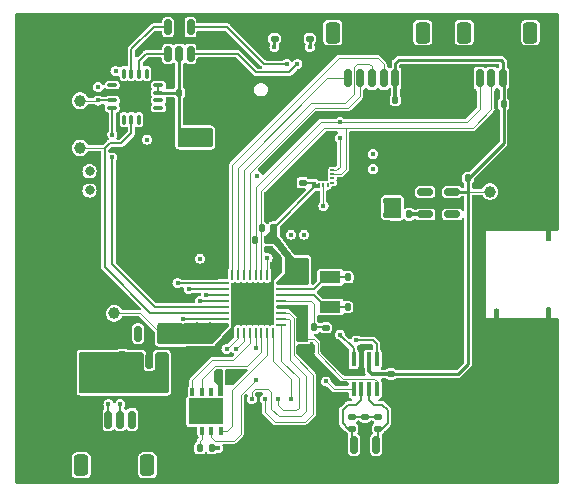
<source format=gbl>
%TF.GenerationSoftware,KiCad,Pcbnew,(7.0.0)*%
%TF.CreationDate,2023-03-08T15:02:16+02:00*%
%TF.ProjectId,SARA-R4_DevBoard,53415241-2d52-4345-9f44-6576426f6172,rev?*%
%TF.SameCoordinates,Original*%
%TF.FileFunction,Copper,L4,Bot*%
%TF.FilePolarity,Positive*%
%FSLAX46Y46*%
G04 Gerber Fmt 4.6, Leading zero omitted, Abs format (unit mm)*
G04 Created by KiCad (PCBNEW (7.0.0)) date 2023-03-08 15:02:16*
%MOMM*%
%LPD*%
G01*
G04 APERTURE LIST*
G04 Aperture macros list*
%AMRoundRect*
0 Rectangle with rounded corners*
0 $1 Rounding radius*
0 $2 $3 $4 $5 $6 $7 $8 $9 X,Y pos of 4 corners*
0 Add a 4 corners polygon primitive as box body*
4,1,4,$2,$3,$4,$5,$6,$7,$8,$9,$2,$3,0*
0 Add four circle primitives for the rounded corners*
1,1,$1+$1,$2,$3*
1,1,$1+$1,$4,$5*
1,1,$1+$1,$6,$7*
1,1,$1+$1,$8,$9*
0 Add four rect primitives between the rounded corners*
20,1,$1+$1,$2,$3,$4,$5,0*
20,1,$1+$1,$4,$5,$6,$7,0*
20,1,$1+$1,$6,$7,$8,$9,0*
20,1,$1+$1,$8,$9,$2,$3,0*%
G04 Aperture macros list end*
%TA.AperFunction,SMDPad,CuDef*%
%ADD10C,1.000000*%
%TD*%
%TA.AperFunction,SMDPad,CuDef*%
%ADD11RoundRect,0.050000X0.112500X0.050000X-0.112500X0.050000X-0.112500X-0.050000X0.112500X-0.050000X0*%
%TD*%
%TA.AperFunction,SMDPad,CuDef*%
%ADD12RoundRect,0.050000X0.050000X0.112500X-0.050000X0.112500X-0.050000X-0.112500X0.050000X-0.112500X0*%
%TD*%
%TA.AperFunction,SMDPad,CuDef*%
%ADD13RoundRect,0.140000X0.140000X0.170000X-0.140000X0.170000X-0.140000X-0.170000X0.140000X-0.170000X0*%
%TD*%
%TA.AperFunction,SMDPad,CuDef*%
%ADD14RoundRect,0.140000X0.170000X-0.140000X0.170000X0.140000X-0.170000X0.140000X-0.170000X-0.140000X0*%
%TD*%
%TA.AperFunction,SMDPad,CuDef*%
%ADD15RoundRect,0.150000X-0.150000X-0.625000X0.150000X-0.625000X0.150000X0.625000X-0.150000X0.625000X0*%
%TD*%
%TA.AperFunction,SMDPad,CuDef*%
%ADD16RoundRect,0.250000X-0.350000X-0.650000X0.350000X-0.650000X0.350000X0.650000X-0.350000X0.650000X0*%
%TD*%
%TA.AperFunction,SMDPad,CuDef*%
%ADD17RoundRect,0.135000X0.135000X0.185000X-0.135000X0.185000X-0.135000X-0.185000X0.135000X-0.185000X0*%
%TD*%
%TA.AperFunction,SMDPad,CuDef*%
%ADD18RoundRect,0.147500X0.147500X0.172500X-0.147500X0.172500X-0.147500X-0.172500X0.147500X-0.172500X0*%
%TD*%
%TA.AperFunction,SMDPad,CuDef*%
%ADD19RoundRect,0.140000X-0.170000X0.140000X-0.170000X-0.140000X0.170000X-0.140000X0.170000X0.140000X0*%
%TD*%
%TA.AperFunction,SMDPad,CuDef*%
%ADD20RoundRect,0.150000X-0.150000X0.512500X-0.150000X-0.512500X0.150000X-0.512500X0.150000X0.512500X0*%
%TD*%
%TA.AperFunction,SMDPad,CuDef*%
%ADD21RoundRect,0.135000X-0.185000X0.135000X-0.185000X-0.135000X0.185000X-0.135000X0.185000X0.135000X0*%
%TD*%
%TA.AperFunction,SMDPad,CuDef*%
%ADD22RoundRect,0.150000X-0.512500X-0.150000X0.512500X-0.150000X0.512500X0.150000X-0.512500X0.150000X0*%
%TD*%
%TA.AperFunction,SMDPad,CuDef*%
%ADD23RoundRect,0.140000X-0.140000X-0.170000X0.140000X-0.170000X0.140000X0.170000X-0.140000X0.170000X0*%
%TD*%
%TA.AperFunction,SMDPad,CuDef*%
%ADD24RoundRect,0.150000X0.150000X-0.512500X0.150000X0.512500X-0.150000X0.512500X-0.150000X-0.512500X0*%
%TD*%
%TA.AperFunction,SMDPad,CuDef*%
%ADD25R,0.450000X1.200000*%
%TD*%
%TA.AperFunction,SMDPad,CuDef*%
%ADD26RoundRect,0.062500X0.375000X0.062500X-0.375000X0.062500X-0.375000X-0.062500X0.375000X-0.062500X0*%
%TD*%
%TA.AperFunction,SMDPad,CuDef*%
%ADD27RoundRect,0.062500X0.062500X0.375000X-0.062500X0.375000X-0.062500X-0.375000X0.062500X-0.375000X0*%
%TD*%
%TA.AperFunction,SMDPad,CuDef*%
%ADD28R,3.450000X3.450000*%
%TD*%
%TA.AperFunction,SMDPad,CuDef*%
%ADD29R,1.800000X1.000000*%
%TD*%
%TA.AperFunction,SMDPad,CuDef*%
%ADD30RoundRect,0.075000X-0.350000X-0.075000X0.350000X-0.075000X0.350000X0.075000X-0.350000X0.075000X0*%
%TD*%
%TA.AperFunction,SMDPad,CuDef*%
%ADD31RoundRect,0.075000X-0.075000X-0.350000X0.075000X-0.350000X0.075000X0.350000X-0.075000X0.350000X0*%
%TD*%
%TA.AperFunction,SMDPad,CuDef*%
%ADD32R,2.100000X2.100000*%
%TD*%
%TA.AperFunction,SMDPad,CuDef*%
%ADD33RoundRect,0.100000X0.100000X-0.225000X0.100000X0.225000X-0.100000X0.225000X-0.100000X-0.225000X0*%
%TD*%
%TA.AperFunction,SMDPad,CuDef*%
%ADD34R,3.000000X2.200000*%
%TD*%
%TA.AperFunction,SMDPad,CuDef*%
%ADD35RoundRect,0.135000X0.185000X-0.135000X0.185000X0.135000X-0.185000X0.135000X-0.185000X-0.135000X0*%
%TD*%
%TA.AperFunction,SMDPad,CuDef*%
%ADD36RoundRect,0.135000X-0.135000X-0.185000X0.135000X-0.185000X0.135000X0.185000X-0.135000X0.185000X0*%
%TD*%
%TA.AperFunction,SMDPad,CuDef*%
%ADD37RoundRect,0.150000X0.150000X0.625000X-0.150000X0.625000X-0.150000X-0.625000X0.150000X-0.625000X0*%
%TD*%
%TA.AperFunction,SMDPad,CuDef*%
%ADD38RoundRect,0.250000X0.350000X0.650000X-0.350000X0.650000X-0.350000X-0.650000X0.350000X-0.650000X0*%
%TD*%
%TA.AperFunction,SMDPad,CuDef*%
%ADD39RoundRect,0.150000X-0.150000X0.587500X-0.150000X-0.587500X0.150000X-0.587500X0.150000X0.587500X0*%
%TD*%
%TA.AperFunction,ViaPad*%
%ADD40C,0.450000*%
%TD*%
%TA.AperFunction,ViaPad*%
%ADD41C,0.800000*%
%TD*%
%TA.AperFunction,Conductor*%
%ADD42C,0.100000*%
%TD*%
%TA.AperFunction,Conductor*%
%ADD43C,0.250000*%
%TD*%
%TA.AperFunction,Conductor*%
%ADD44C,0.304800*%
%TD*%
%TA.AperFunction,Conductor*%
%ADD45C,0.203200*%
%TD*%
G04 APERTURE END LIST*
D10*
%TO.P,TP7,1,1*%
%TO.N,/VBUS*%
X149700000Y-90600000D03*
%TD*%
%TO.P,TP9,1,1*%
%TO.N,/UART1_RX*%
X139400000Y-87500000D03*
%TD*%
%TO.P,TP8,1,1*%
%TO.N,/UART1_TX*%
X139400000Y-91500000D03*
%TD*%
%TO.P,TP4,1,1*%
%TO.N,+5V*%
X174100000Y-95200000D03*
%TD*%
%TO.P,TP3,1,1*%
%TO.N,+1V8*%
X142300000Y-105500000D03*
%TD*%
D11*
%TO.P,U9,1,SCL/SPC*%
%TO.N,/I2C1_SCL*%
X160762500Y-93375000D03*
%TO.P,U9,2,SDA/SDI*%
%TO.N,/I2C1_SDA*%
X160762500Y-93725000D03*
%TO.P,U9,3,SDO*%
%TO.N,unconnected-(U9-SDO-Pad3)*%
X160762500Y-94075000D03*
%TO.P,U9,4,~{CS}*%
%TO.N,unconnected-(U9-~{CS}-Pad4)*%
X160762500Y-94425000D03*
D12*
%TO.P,U9,5,INT2*%
%TO.N,unconnected-(U9-INT2-Pad5)*%
X160350000Y-94662500D03*
%TO.P,U9,6,INT1*%
%TO.N,/IMU_INT1*%
X160000000Y-94662500D03*
%TO.P,U9,7,VDD_IO*%
%TO.N,+1V8*%
X159650000Y-94662500D03*
D11*
%TO.P,U9,8,VDD*%
X159237500Y-94425000D03*
%TO.P,U9,9,GND*%
%TO.N,GND*%
X159237500Y-94075000D03*
%TO.P,U9,10,GND*%
X159237500Y-93725000D03*
%TO.P,U9,11,GND*%
X159237500Y-93375000D03*
D12*
%TO.P,U9,12,GND*%
X159650000Y-93137500D03*
%TO.P,U9,13,GND*%
X160000000Y-93137500D03*
%TO.P,U9,14,GND*%
X160350000Y-93137500D03*
%TD*%
D13*
%TO.P,C5,1*%
%TO.N,+5V*%
X172240000Y-94060000D03*
%TO.P,C5,2*%
%TO.N,GND*%
X171280000Y-94060000D03*
%TD*%
D14*
%TO.P,C19,1*%
%TO.N,+1V8*%
X158240000Y-94430000D03*
%TO.P,C19,2*%
%TO.N,GND*%
X158240000Y-93470000D03*
%TD*%
D15*
%TO.P,J5,1,Pin_1*%
%TO.N,/I2C1_SCL*%
X173230000Y-85600000D03*
%TO.P,J5,2,Pin_2*%
%TO.N,/I2C1_SDA*%
X174230000Y-85600000D03*
%TO.P,J5,3,Pin_3*%
%TO.N,+5V*%
X175230000Y-85600000D03*
%TO.P,J5,4,Pin_4*%
%TO.N,GND*%
X176230000Y-85600000D03*
D16*
%TO.P,J5,MP*%
%TO.N,N/C*%
X171930000Y-81725000D03*
X177530000Y-81725000D03*
%TD*%
D17*
%TO.P,R10,1*%
%TO.N,+1V8*%
X155780000Y-98250000D03*
%TO.P,R10,2*%
%TO.N,/I2C1_SDA*%
X154760000Y-98250000D03*
%TD*%
%TO.P,R9,1*%
%TO.N,+1V8*%
X155260000Y-99270000D03*
%TO.P,R9,2*%
%TO.N,/I2C1_SCL*%
X154240000Y-99270000D03*
%TD*%
D18*
%TO.P,L3,1,1*%
%TO.N,Net-(U3-SW)*%
X167275000Y-97130000D03*
%TO.P,L3,2,2*%
%TO.N,VSYS*%
X166305000Y-97130000D03*
%TD*%
D14*
%TO.P,C7,1*%
%TO.N,VSYS*%
X142980000Y-108970000D03*
%TO.P,C7,2*%
%TO.N,GND*%
X142980000Y-108010000D03*
%TD*%
D19*
%TO.P,C14,1*%
%TO.N,+1V8*%
X158230000Y-107620000D03*
%TO.P,C14,2*%
%TO.N,GND*%
X158230000Y-108580000D03*
%TD*%
D20*
%TO.P,U5,1,I/O1*%
%TO.N,Net-(U4-USBDP)*%
X146850000Y-81262500D03*
%TO.P,U5,2,GND*%
%TO.N,GND*%
X147800000Y-81262500D03*
%TO.P,U5,3,I/O2*%
%TO.N,/USB_D+*%
X148750000Y-81262500D03*
%TO.P,U5,4,I/O2*%
%TO.N,/USB_D-*%
X148750000Y-83537500D03*
%TO.P,U5,5,VBUS*%
%TO.N,/VBUS*%
X147800000Y-83537500D03*
%TO.P,U5,6,I/O1*%
%TO.N,Net-(U4-USBDM)*%
X146850000Y-83537500D03*
%TD*%
D21*
%TO.P,R6,1*%
%TO.N,GND*%
X158850000Y-81230000D03*
%TO.P,R6,2*%
%TO.N,Net-(J2-CC1)*%
X158850000Y-82250000D03*
%TD*%
D22*
%TO.P,U3,1,SW*%
%TO.N,Net-(U3-SW)*%
X168620000Y-97130000D03*
%TO.P,U3,2,GND*%
%TO.N,GND*%
X168620000Y-96180000D03*
%TO.P,U3,3,NC*%
%TO.N,unconnected-(U3-NC-Pad3)*%
X168620000Y-95230000D03*
%TO.P,U3,4,VOUT*%
%TO.N,+5V*%
X170895000Y-95230000D03*
%TO.P,U3,5,NC*%
%TO.N,unconnected-(U3-NC-Pad5)*%
X170895000Y-97130000D03*
%TD*%
D23*
%TO.P,C21,1*%
%TO.N,/OSC_32_IN*%
X162070000Y-102450000D03*
%TO.P,C21,2*%
%TO.N,GND*%
X163030000Y-102450000D03*
%TD*%
%TO.P,C15,1*%
%TO.N,+5V*%
X175250000Y-87810000D03*
%TO.P,C15,2*%
%TO.N,GND*%
X176210000Y-87810000D03*
%TD*%
D19*
%TO.P,C17,1*%
%TO.N,/NRST*%
X160200000Y-106720000D03*
%TO.P,C17,2*%
%TO.N,GND*%
X160200000Y-107680000D03*
%TD*%
D15*
%TO.P,J3,1,Pin_1*%
%TO.N,/SPI3_SCK*%
X162100000Y-85600000D03*
%TO.P,J3,2,Pin_2*%
%TO.N,/SPI3_MOSI*%
X163100000Y-85600000D03*
%TO.P,J3,3,Pin_3*%
%TO.N,/SPI3_MISO*%
X164100000Y-85600000D03*
%TO.P,J3,4,Pin_4*%
%TO.N,/SPI3_NSS*%
X165100000Y-85600000D03*
%TO.P,J3,5,Pin_5*%
%TO.N,+5V*%
X166100000Y-85600000D03*
%TO.P,J3,6,Pin_6*%
%TO.N,GND*%
X167100000Y-85600000D03*
D16*
%TO.P,J3,MP*%
%TO.N,N/C*%
X160800000Y-81725000D03*
X168400000Y-81725000D03*
%TD*%
D24*
%TO.P,U2,1,IN*%
%TO.N,VSYS*%
X146220000Y-109497500D03*
%TO.P,U2,2,GND*%
%TO.N,GND*%
X145270000Y-109497500D03*
%TO.P,U2,3,EN*%
%TO.N,VSYS*%
X144320000Y-109497500D03*
%TO.P,U2,4,NC*%
%TO.N,unconnected-(U2-NC-Pad4)*%
X144320000Y-107222500D03*
%TO.P,U2,5,OUT*%
%TO.N,+1V8*%
X146220000Y-107222500D03*
%TD*%
D19*
%TO.P,C6,1*%
%TO.N,VSYS*%
X165420000Y-97150000D03*
%TO.P,C6,2*%
%TO.N,GND*%
X165420000Y-98110000D03*
%TD*%
D13*
%TO.P,C18,1*%
%TO.N,GND*%
X152140000Y-110550000D03*
%TO.P,C18,2*%
%TO.N,+1V8*%
X151180000Y-110550000D03*
%TD*%
D23*
%TO.P,C22,1*%
%TO.N,/OSC_32_OUT*%
X162050000Y-104970000D03*
%TO.P,C22,2*%
%TO.N,GND*%
X163010000Y-104970000D03*
%TD*%
D25*
%TO.P,U8,1,TXD*%
%TO.N,/CAN_TX*%
X162549999Y-109399999D03*
%TO.P,U8,2,GND*%
%TO.N,GND*%
X163199999Y-109399999D03*
%TO.P,U8,3,VCC*%
%TO.N,+5V*%
X163849999Y-109399999D03*
%TO.P,U8,4,RXD*%
%TO.N,/CAN_RX*%
X164499999Y-109399999D03*
%TO.P,U8,5,NCVIO*%
%TO.N,+1V8*%
X164499999Y-111899999D03*
%TO.P,U8,6,CANL*%
%TO.N,/CAN_H*%
X163849999Y-111899999D03*
%TO.P,U8,7,CANH*%
%TO.N,/CAN_L*%
X163199999Y-111899999D03*
%TO.P,U8,8,STB*%
%TO.N,/CAN_STB*%
X162549999Y-111899999D03*
%TD*%
D19*
%TO.P,C9,1*%
%TO.N,+1V8*%
X148800000Y-107730000D03*
%TO.P,C9,2*%
%TO.N,GND*%
X148800000Y-108690000D03*
%TD*%
D26*
%TO.P,U6,1,VDD*%
%TO.N,+1V8*%
X156437500Y-102950000D03*
%TO.P,U6,2,PC14*%
%TO.N,/OSC_32_IN*%
X156437500Y-103450000D03*
%TO.P,U6,3,PC15*%
%TO.N,/OSC_32_OUT*%
X156437500Y-103950000D03*
%TO.P,U6,4,NRST*%
%TO.N,/NRST*%
X156437500Y-104450000D03*
%TO.P,U6,5,VDDA*%
%TO.N,+1V8*%
X156437500Y-104950000D03*
%TO.P,U6,6,PA0*%
%TO.N,/UART2_CTS*%
X156437500Y-105450000D03*
%TO.P,U6,7,PA1*%
%TO.N,/UART2_RTS*%
X156437500Y-105950000D03*
%TO.P,U6,8,PA2*%
%TO.N,/UART2_TX*%
X156437500Y-106450000D03*
D27*
%TO.P,U6,9,PA3*%
%TO.N,/UART2_RX*%
X155750000Y-107137500D03*
%TO.P,U6,10,PA4*%
%TO.N,/SPI1_NSS*%
X155250000Y-107137500D03*
%TO.P,U6,11,PA5*%
%TO.N,/SPI1_SCK*%
X154750000Y-107137500D03*
%TO.P,U6,12,PA6*%
%TO.N,/SPI1_MISO*%
X154250000Y-107137500D03*
%TO.P,U6,13,PA7*%
%TO.N,/SPI1_MOSI*%
X153750000Y-107137500D03*
%TO.P,U6,14,PB0*%
%TO.N,/CAN_STB*%
X153250000Y-107137500D03*
%TO.P,U6,15,PB1*%
%TO.N,/PWR_CTRL*%
X152750000Y-107137500D03*
%TO.P,U6,16,VSS*%
%TO.N,GND*%
X152250000Y-107137500D03*
D26*
%TO.P,U6,17,VDD*%
%TO.N,+1V8*%
X151562500Y-106450000D03*
%TO.P,U6,18,PA8*%
%TO.N,/IMU_INT1*%
X151562500Y-105950000D03*
%TO.P,U6,19,PA9*%
%TO.N,/UART1_TX*%
X151562500Y-105450000D03*
%TO.P,U6,20,PA10*%
%TO.N,/UART1_RX*%
X151562500Y-104950000D03*
%TO.P,U6,21,PA11*%
%TO.N,/CAN_RX*%
X151562500Y-104450000D03*
%TO.P,U6,22,PA12*%
%TO.N,/CAN_TX*%
X151562500Y-103950000D03*
%TO.P,U6,23,PA13*%
%TO.N,/SWDIO{slash}IO2*%
X151562500Y-103450000D03*
%TO.P,U6,24,PA14*%
%TO.N,/SWCLK{slash}IO3*%
X151562500Y-102950000D03*
D27*
%TO.P,U6,25,PA15*%
%TO.N,/SPI3_NSS*%
X152250000Y-102262500D03*
%TO.P,U6,26,PB3*%
%TO.N,/SPI3_SCK*%
X152750000Y-102262500D03*
%TO.P,U6,27,PB4*%
%TO.N,/SPI3_MISO*%
X153250000Y-102262500D03*
%TO.P,U6,28,PB5*%
%TO.N,/SPI3_MOSI*%
X153750000Y-102262500D03*
%TO.P,U6,29,PB6*%
%TO.N,/I2C1_SCL*%
X154250000Y-102262500D03*
%TO.P,U6,30,PB7*%
%TO.N,/I2C1_SDA*%
X154750000Y-102262500D03*
%TO.P,U6,31,PH3*%
%TO.N,/BOOT{slash}CE*%
X155250000Y-102262500D03*
%TO.P,U6,32,VSS*%
%TO.N,GND*%
X155750000Y-102262500D03*
D28*
%TO.P,U6,33,VSS*%
X153999999Y-104699999D03*
%TD*%
D21*
%TO.P,R13,1*%
%TO.N,Net-(C20-Pad2)*%
X162425000Y-114240000D03*
%TO.P,R13,2*%
%TO.N,/CAN_L*%
X162425000Y-115260000D03*
%TD*%
D29*
%TO.P,Y1,1,1*%
%TO.N,/OSC_32_IN*%
X160589999Y-102449999D03*
%TO.P,Y1,2,2*%
%TO.N,/OSC_32_OUT*%
X160589999Y-104949999D03*
%TD*%
D14*
%TO.P,C23,1*%
%TO.N,+5V*%
X165725000Y-110630000D03*
%TO.P,C23,2*%
%TO.N,GND*%
X165725000Y-109670000D03*
%TD*%
D30*
%TO.P,U4,1,VCCIO*%
%TO.N,+1V8*%
X142125000Y-88125000D03*
%TO.P,U4,2,RXD*%
%TO.N,/UART1_RX*%
X142125000Y-87475000D03*
%TO.P,U4,3,GND*%
%TO.N,GND*%
X142125000Y-86825000D03*
%TO.P,U4,4,~{CTS}*%
%TO.N,unconnected-(U4-~{CTS}-Pad4)*%
X142125000Y-86175000D03*
D31*
%TO.P,U4,5,CBUS2*%
%TO.N,unconnected-(U4-CBUS2-Pad5)*%
X143100000Y-85200000D03*
%TO.P,U4,6,USBDP*%
%TO.N,Net-(U4-USBDP)*%
X143750000Y-85200000D03*
%TO.P,U4,7,USBDM*%
%TO.N,Net-(U4-USBDM)*%
X144400000Y-85200000D03*
%TO.P,U4,8,3V3OUT*%
%TO.N,unconnected-(U4-3V3OUT-Pad8)*%
X145050000Y-85200000D03*
D30*
%TO.P,U4,9,~{RESET}*%
%TO.N,/VBUS*%
X146025000Y-86175000D03*
%TO.P,U4,10,VCC*%
X146025000Y-86825000D03*
%TO.P,U4,11,CBUS1*%
%TO.N,unconnected-(U4-CBUS1-Pad11)*%
X146025000Y-87475000D03*
%TO.P,U4,12,CBUS0*%
%TO.N,unconnected-(U4-CBUS0-Pad12)*%
X146025000Y-88125000D03*
D31*
%TO.P,U4,13,GND*%
%TO.N,GND*%
X145050000Y-89100000D03*
%TO.P,U4,14,CBUS3*%
%TO.N,unconnected-(U4-CBUS3-Pad14)*%
X144400000Y-89100000D03*
%TO.P,U4,15,TXD*%
%TO.N,/UART1_TX*%
X143750000Y-89100000D03*
%TO.P,U4,16,~{RTS}*%
%TO.N,unconnected-(U4-~{RTS}-Pad16)*%
X143100000Y-89100000D03*
D32*
%TO.P,U4,17,GND*%
%TO.N,GND*%
X144074999Y-87149999D03*
%TD*%
D33*
%TO.P,U7,1,CS#*%
%TO.N,/SPI1_NSS*%
X151300000Y-115450000D03*
%TO.P,U7,2,SO/SIO1*%
%TO.N,/SPI1_MISO*%
X150500000Y-115450000D03*
%TO.P,U7,3,WP#/SIO2*%
%TO.N,/FLASH_WP*%
X149700000Y-115450000D03*
%TO.P,U7,4,GND*%
%TO.N,GND*%
X148900000Y-115450000D03*
%TO.P,U7,5,SI/SIO0*%
%TO.N,/SPI1_MOSI*%
X148900000Y-112150000D03*
%TO.P,U7,6,SCLK*%
%TO.N,/SPI1_SCK*%
X149700000Y-112150000D03*
%TO.P,U7,7,RESET#/SIO3*%
%TO.N,unconnected-(U7-RESET#{slash}SIO3-Pad7)*%
X150500000Y-112150000D03*
%TO.P,U7,8,VCC*%
%TO.N,+1V8*%
X151300000Y-112150000D03*
D34*
%TO.P,U7,9*%
%TO.N,N/C*%
X150099999Y-113799999D03*
%TD*%
D35*
%TO.P,R12,1*%
%TO.N,/CAN_H*%
X164625000Y-115260000D03*
%TO.P,R12,2*%
%TO.N,Net-(C20-Pad2)*%
X164625000Y-114240000D03*
%TD*%
D19*
%TO.P,C4,1*%
%TO.N,GND*%
X165420000Y-95030000D03*
%TO.P,C4,2*%
%TO.N,VSYS*%
X165420000Y-95990000D03*
%TD*%
D21*
%TO.P,R7,1*%
%TO.N,GND*%
X155860000Y-81230000D03*
%TO.P,R7,2*%
%TO.N,Net-(J2-CC2)*%
X155860000Y-82250000D03*
%TD*%
D19*
%TO.P,C12,1*%
%TO.N,+1V8*%
X147760000Y-107730000D03*
%TO.P,C12,2*%
%TO.N,GND*%
X147760000Y-108690000D03*
%TD*%
D36*
%TO.P,R5,1*%
%TO.N,/VBUS*%
X147780000Y-86830000D03*
%TO.P,R5,2*%
%TO.N,GND*%
X148800000Y-86830000D03*
%TD*%
D13*
%TO.P,C13,1*%
%TO.N,+1V8*%
X157040000Y-101150000D03*
%TO.P,C13,2*%
%TO.N,GND*%
X156080000Y-101150000D03*
%TD*%
D37*
%TO.P,J4,1,Pin_1*%
%TO.N,unconnected-(J4-Pin_1-Pad1)*%
X143800000Y-114500000D03*
%TO.P,J4,2,Pin_2*%
%TO.N,/SWDIO{slash}IO2*%
X142800000Y-114500000D03*
%TO.P,J4,3,Pin_3*%
%TO.N,/SWCLK{slash}IO3*%
X141800000Y-114500000D03*
%TO.P,J4,4,Pin_4*%
%TO.N,GND*%
X140800000Y-114500000D03*
D38*
%TO.P,J4,MP*%
%TO.N,N/C*%
X145100000Y-118375000D03*
X139500000Y-118375000D03*
%TD*%
D23*
%TO.P,C16,1*%
%TO.N,+5V*%
X166100000Y-87450000D03*
%TO.P,C16,2*%
%TO.N,GND*%
X167060000Y-87450000D03*
%TD*%
D39*
%TO.P,D2,1,K*%
%TO.N,/CAN_L*%
X162575000Y-116630000D03*
%TO.P,D2,2,K*%
%TO.N,/CAN_H*%
X164475000Y-116630000D03*
%TO.P,D2,3,A*%
%TO.N,GND*%
X163525000Y-118505000D03*
%TD*%
D17*
%TO.P,R8,1*%
%TO.N,/NRST*%
X159210000Y-106700000D03*
%TO.P,R8,2*%
%TO.N,+1V8*%
X158190000Y-106700000D03*
%TD*%
D19*
%TO.P,C8,1*%
%TO.N,+1V8*%
X149850000Y-107720000D03*
%TO.P,C8,2*%
%TO.N,GND*%
X149850000Y-108680000D03*
%TD*%
D14*
%TO.P,C20,1*%
%TO.N,GND*%
X163525000Y-115230000D03*
%TO.P,C20,2*%
%TO.N,Net-(C20-Pad2)*%
X163525000Y-114270000D03*
%TD*%
D17*
%TO.P,R11,1*%
%TO.N,+1V8*%
X150560000Y-116910000D03*
%TO.P,R11,2*%
%TO.N,/FLASH_WP*%
X149540000Y-116910000D03*
%TD*%
D40*
%TO.N,GND*%
X177900000Y-106320000D03*
X176410000Y-106320000D03*
X175800000Y-97000000D03*
X177500000Y-97000000D03*
X174200000Y-97000000D03*
X172900000Y-99100000D03*
X172900000Y-100300000D03*
X177900000Y-98200000D03*
X176400000Y-98200000D03*
X173400000Y-98200000D03*
X179200000Y-98200000D03*
X174800000Y-98200000D03*
X173400000Y-105000000D03*
X179050000Y-106310000D03*
X174650000Y-106320000D03*
X167300000Y-98000000D03*
X167300000Y-99100000D03*
X169000000Y-98000000D03*
X170800000Y-98100000D03*
X168200000Y-98000000D03*
X168200000Y-99100000D03*
X169000000Y-99100000D03*
X170800000Y-99400000D03*
X171400000Y-100300000D03*
X170100000Y-100300000D03*
X170800000Y-103300000D03*
X172900000Y-103300000D03*
X171400000Y-102500000D03*
X170100000Y-102500000D03*
X168200000Y-100300000D03*
X168200000Y-102500000D03*
X169000000Y-103300000D03*
X169000000Y-100300000D03*
D41*
X176000000Y-93000000D03*
X176000000Y-96000000D03*
X179000000Y-96000000D03*
X179000000Y-93000000D03*
X179000000Y-90000000D03*
X179000000Y-87000000D03*
X179000000Y-84000000D03*
X139000000Y-93000000D03*
X139000000Y-96000000D03*
X137000000Y-96000000D03*
X137000000Y-93000000D03*
X137000000Y-99000000D03*
X139000000Y-99000000D03*
X139000000Y-101000000D03*
X137000000Y-101000000D03*
X135000000Y-101000000D03*
X135000000Y-99000000D03*
X135000000Y-96000000D03*
X135000000Y-93000000D03*
X135000000Y-90000000D03*
X135000000Y-87000000D03*
X135000000Y-84000000D03*
X135000000Y-81000000D03*
X154000000Y-81000000D03*
X164000000Y-81000000D03*
X167000000Y-81000000D03*
X170000000Y-81000000D03*
X176000000Y-81000000D03*
X179000000Y-81000000D03*
X156000000Y-117000000D03*
X159000000Y-117000000D03*
X159000000Y-119000000D03*
X156000000Y-119000000D03*
X153000000Y-117000000D03*
X147000000Y-117000000D03*
X153000000Y-119000000D03*
X150000000Y-119000000D03*
X147000000Y-119000000D03*
X143400000Y-119000000D03*
X143000000Y-117000000D03*
X141200000Y-119000000D03*
X137000000Y-117000000D03*
X137000000Y-115000000D03*
X139000000Y-113000000D03*
X137000000Y-113000000D03*
X139000000Y-107000000D03*
X137000000Y-111000000D03*
X137000000Y-109000000D03*
X137000000Y-107000000D03*
X135000000Y-105000000D03*
X135000000Y-107000000D03*
X135000000Y-109000000D03*
X135000000Y-111000000D03*
X135000000Y-113000000D03*
X135000000Y-115000000D03*
X135000000Y-117000000D03*
X138000000Y-119000000D03*
X135000000Y-119000000D03*
X171000000Y-107000000D03*
X171000000Y-109000000D03*
X169000000Y-107000000D03*
X169000000Y-109000000D03*
X169000000Y-112000000D03*
X169000000Y-114000000D03*
X172000000Y-114000000D03*
X172000000Y-112000000D03*
X176000000Y-112000000D03*
X176000000Y-110000000D03*
X176000000Y-108000000D03*
X179000000Y-108000000D03*
X179000000Y-110000000D03*
X179000000Y-112000000D03*
X175000000Y-114000000D03*
X177000000Y-114000000D03*
X179000000Y-114000000D03*
X166000000Y-119000000D03*
X169000000Y-119000000D03*
X172000000Y-119000000D03*
X177000000Y-119000000D03*
X179000000Y-119000000D03*
D40*
X160000000Y-93900000D03*
X162400000Y-101600000D03*
X154990000Y-103710000D03*
D41*
X153600000Y-89300000D03*
D40*
X163800000Y-103700000D03*
X144500000Y-87500000D03*
X162600000Y-103300000D03*
D41*
X149700000Y-82400000D03*
X145710000Y-103700000D03*
X152500000Y-89300000D03*
X138800000Y-90000000D03*
D40*
X158400000Y-109200000D03*
D41*
X161700000Y-109600000D03*
D40*
X154000000Y-104700000D03*
X145700000Y-100600000D03*
X154990000Y-104700000D03*
D41*
X160470000Y-100540000D03*
D40*
X161000000Y-103700000D03*
X161000000Y-106700000D03*
X161000000Y-101400000D03*
D41*
X148590000Y-96900000D03*
X145700000Y-101600000D03*
D40*
X153010000Y-103700000D03*
X165810000Y-88330000D03*
X162565000Y-119010000D03*
D41*
X151400000Y-89300000D03*
D40*
X154000000Y-103710000D03*
X143600000Y-87500000D03*
D41*
X140220000Y-113080000D03*
D40*
X146000000Y-82000000D03*
D41*
X139730000Y-114090000D03*
D40*
X165725000Y-108950000D03*
X177090000Y-86090000D03*
X148300000Y-115430000D03*
X154990000Y-105710000D03*
X165120000Y-87540000D03*
X163800000Y-105700000D03*
X161000000Y-108500000D03*
D41*
X139720000Y-115180000D03*
D40*
X160200000Y-108500000D03*
X153010000Y-104690000D03*
X160300000Y-106000000D03*
X177100000Y-85040000D03*
X161700000Y-103700000D03*
X153010000Y-105700000D03*
X162600000Y-104100000D03*
X161000000Y-106000000D03*
D41*
X147300000Y-96910000D03*
D40*
X163200000Y-105700000D03*
X147800000Y-82300000D03*
X144500000Y-86700000D03*
D41*
X146010000Y-96930000D03*
D40*
X164485000Y-119010000D03*
X162400000Y-105800000D03*
X165110000Y-88330000D03*
X161700000Y-106000000D03*
X145310000Y-107920000D03*
X176220000Y-84280000D03*
X152000000Y-111000000D03*
D41*
X147690000Y-109880000D03*
D40*
X165110000Y-90350000D03*
D41*
X159460000Y-100540000D03*
D40*
X163525000Y-116110000D03*
D41*
X136400000Y-90000000D03*
D40*
X163200000Y-103700000D03*
X161700000Y-101400000D03*
X163800000Y-101700000D03*
D41*
X137600000Y-90000000D03*
D40*
X143600000Y-86700000D03*
X163525000Y-117130000D03*
X155960000Y-92260000D03*
D41*
X146260000Y-114150000D03*
D40*
X158900000Y-108600000D03*
X154000000Y-105710000D03*
X162565000Y-118000000D03*
D41*
X147500000Y-101600000D03*
X148850000Y-109890000D03*
X150650000Y-100510000D03*
D40*
X157050000Y-91190000D03*
X163200000Y-101700000D03*
X164485000Y-117990000D03*
D41*
X169980000Y-96180000D03*
D40*
%TO.N,+1V8*%
X142130000Y-90380000D03*
X151070000Y-111160000D03*
D41*
X149310000Y-106670000D03*
D40*
X151080000Y-116910000D03*
D41*
X158200000Y-102520000D03*
X158190000Y-105340000D03*
D40*
X149560000Y-100870000D03*
D41*
X150380000Y-106670000D03*
D40*
%TO.N,/PWR_CTRL*%
X151800000Y-108500000D03*
%TO.N,/UART1_RX*%
X140925000Y-87475000D03*
X142100000Y-92300000D03*
%TO.N,VSYS*%
X140930000Y-86350000D03*
D41*
X140200000Y-110600000D03*
D40*
X166290000Y-96220000D03*
D41*
X140200000Y-93480000D03*
D40*
X145070000Y-90790000D03*
D41*
X140200000Y-95100000D03*
X140200000Y-111620000D03*
X140200000Y-109520000D03*
D40*
%TO.N,/SIM_RST*%
X164200000Y-93300000D03*
X158350000Y-98840000D03*
%TO.N,/VSIM*%
X164200000Y-92000000D03*
X157260000Y-98840000D03*
%TO.N,/UART2_RX*%
X157250000Y-112750000D03*
%TO.N,Net-(J2-CC1)*%
X158850000Y-82980000D03*
%TO.N,/SPI1_MISO*%
X154250000Y-111130000D03*
X154250000Y-108450000D03*
%TO.N,Net-(J2-CC2)*%
X155850000Y-82980000D03*
%TO.N,/UART2_TX*%
X156150000Y-112750000D03*
%TO.N,/CAN_RX*%
X149560000Y-104460000D03*
X162800000Y-107800000D03*
%TO.N,/CAN_TX*%
X161400000Y-107300000D03*
X150070000Y-103950000D03*
%TO.N,/I2C1_SCL*%
X161380000Y-89300000D03*
X161380000Y-90680000D03*
%TO.N,/USB_D+*%
X156900000Y-84400000D03*
%TO.N,/USB_D-*%
X157800000Y-84400000D03*
%TO.N,/SWDIO{slash}IO2*%
X148600000Y-103450000D03*
X142800000Y-113200000D03*
%TO.N,/SWCLK{slash}IO3*%
X147650000Y-102950000D03*
X141800000Y-113200000D03*
%TO.N,/UART2_RTS*%
X153930000Y-112750000D03*
%TO.N,/UART2_CTS*%
X155050000Y-112750000D03*
%TO.N,/CAN_STB*%
X152600000Y-108500000D03*
X160220000Y-111270000D03*
%TO.N,/IMU_INT1*%
X148140000Y-105950000D03*
X160000000Y-96410000D03*
%TO.N,/BOOT{slash}CE*%
X142400000Y-85000000D03*
X155260000Y-100820000D03*
X154370000Y-93870000D03*
D41*
%TO.N,/VBUS*%
X148200000Y-90900000D03*
%TD*%
D42*
%TO.N,/SPI1_MOSI*%
X152350000Y-109450000D02*
X153750000Y-108050000D01*
X150600000Y-109450000D02*
X152350000Y-109450000D01*
X148900000Y-112150000D02*
X148900000Y-111150000D01*
X148900000Y-111150000D02*
X150600000Y-109450000D01*
X153750000Y-108050000D02*
X153750000Y-107137500D01*
D43*
%TO.N,+5V*%
X175250000Y-91090000D02*
X175250000Y-85620000D01*
X172250000Y-94090000D02*
X175250000Y-91090000D01*
X172250000Y-95160000D02*
X172250000Y-94090000D01*
X166100000Y-84290000D02*
X166100000Y-85600000D01*
X175050000Y-84030000D02*
X166360000Y-84030000D01*
X175230000Y-84210000D02*
X175050000Y-84030000D01*
X166360000Y-84030000D02*
X166100000Y-84290000D01*
X175230000Y-85600000D02*
X175230000Y-84210000D01*
D44*
X175230000Y-85600000D02*
X175250000Y-85620000D01*
D42*
%TO.N,/I2C1_SDA*%
X174230000Y-88220000D02*
X174230000Y-85600000D01*
X172630000Y-89820000D02*
X174230000Y-88220000D01*
X161940000Y-89820000D02*
X172630000Y-89820000D01*
%TO.N,/I2C1_SCL*%
X172150000Y-89300000D02*
X161380000Y-89300000D01*
X173230000Y-85600000D02*
X173230000Y-88220000D01*
X173230000Y-88220000D02*
X172150000Y-89300000D01*
D45*
%TO.N,/OSC_32_IN*%
X160190000Y-102450000D02*
X160590000Y-102450000D01*
X159190000Y-103450000D02*
X160190000Y-102450000D01*
X156437500Y-103450000D02*
X159190000Y-103450000D01*
%TO.N,/OSC_32_OUT*%
X160190000Y-104950000D02*
X160590000Y-104950000D01*
X156437500Y-103950000D02*
X159190000Y-103950000D01*
X159190000Y-103950000D02*
X160190000Y-104950000D01*
%TO.N,/UART1_RX*%
X142100000Y-101330000D02*
X145720000Y-104950000D01*
X145720000Y-104950000D02*
X151562500Y-104950000D01*
X142100000Y-92300000D02*
X142100000Y-101330000D01*
D42*
%TO.N,+1V8*%
X142300000Y-105500000D02*
X144497500Y-105500000D01*
X144497500Y-105500000D02*
X146220000Y-107222500D01*
%TO.N,+5V*%
X172030000Y-95200000D02*
X172000000Y-95230000D01*
X174100000Y-95200000D02*
X172030000Y-95200000D01*
D43*
X172000000Y-95230000D02*
X172180000Y-95230000D01*
X170895000Y-95230000D02*
X172000000Y-95230000D01*
D42*
%TO.N,/UART1_TX*%
X139400000Y-91500000D02*
X141500000Y-91500000D01*
D45*
X141500000Y-91500000D02*
X141500000Y-92000000D01*
X142900000Y-91100000D02*
X141900000Y-91100000D01*
X143750000Y-90250000D02*
X142900000Y-91100000D01*
X141900000Y-91100000D02*
X141500000Y-91500000D01*
X143750000Y-89100000D02*
X143750000Y-90250000D01*
D42*
%TO.N,/UART1_RX*%
X139400000Y-87500000D02*
X140900000Y-87500000D01*
X140900000Y-87500000D02*
X140925000Y-87475000D01*
D45*
%TO.N,/UART1_TX*%
X141500000Y-92000000D02*
X141500000Y-101620000D01*
X141500000Y-101620000D02*
X145330000Y-105450000D01*
X145330000Y-105450000D02*
X151562500Y-105450000D01*
%TO.N,/UART1_RX*%
X142100000Y-92400000D02*
X142100000Y-92300000D01*
D43*
%TO.N,+5V*%
X171400000Y-110630000D02*
X165725000Y-110630000D01*
X172250000Y-109780000D02*
X171400000Y-110630000D01*
X172250000Y-95160000D02*
X172250000Y-109780000D01*
D42*
%TO.N,/NRST*%
X156437500Y-104450000D02*
X158950000Y-104450000D01*
D45*
X160180000Y-106700000D02*
X160200000Y-106720000D01*
D42*
X158950000Y-104450000D02*
X159200000Y-104700000D01*
X159200000Y-105300000D02*
X159200000Y-106690000D01*
D45*
X159210000Y-106700000D02*
X160180000Y-106700000D01*
D42*
X159200000Y-104700000D02*
X159200000Y-105300000D01*
D45*
X159200000Y-106690000D02*
X159210000Y-106700000D01*
%TO.N,/OSC_32_IN*%
X160415000Y-102275000D02*
X160590000Y-102450000D01*
X160590000Y-102450000D02*
X162070000Y-102450000D01*
%TO.N,/OSC_32_OUT*%
X162030000Y-104950000D02*
X162050000Y-104970000D01*
X160415000Y-105125000D02*
X160590000Y-104950000D01*
X160590000Y-104950000D02*
X162030000Y-104950000D01*
D42*
%TO.N,+1V8*%
X158310000Y-107700000D02*
X158230000Y-107620000D01*
D44*
X151080000Y-116910000D02*
X150560000Y-116910000D01*
D42*
X159200000Y-107700000D02*
X158310000Y-107700000D01*
D45*
X158240000Y-94430000D02*
X159232500Y-94430000D01*
D42*
X159500000Y-108900000D02*
X159500000Y-108000000D01*
D45*
X155780000Y-98250000D02*
X159237500Y-94792500D01*
X142130000Y-88490000D02*
X142125000Y-88485000D01*
D42*
X164500000Y-111200000D02*
X164320000Y-111020000D01*
D43*
X156704595Y-102950000D02*
X156437500Y-102950000D01*
D42*
X164500000Y-111900000D02*
X164500000Y-111200000D01*
X159500000Y-108000000D02*
X159200000Y-107700000D01*
D45*
X164500000Y-111925000D02*
X164500000Y-111900000D01*
D42*
X164320000Y-111020000D02*
X161620000Y-111020000D01*
X159232500Y-94430000D02*
X159237500Y-94425000D01*
D45*
X142130000Y-90380000D02*
X142130000Y-88490000D01*
D42*
X161620000Y-111020000D02*
X159500000Y-108900000D01*
X159237500Y-94792500D02*
X159237500Y-94425000D01*
D45*
X142125000Y-88485000D02*
X142125000Y-88125000D01*
D42*
%TO.N,/CAN_L*%
X162425000Y-117062500D02*
X162575000Y-117212500D01*
D45*
X162770000Y-113250000D02*
X162070000Y-113250000D01*
X162070000Y-113250000D02*
X161627500Y-113692500D01*
X162425000Y-115260000D02*
X162425000Y-117062500D01*
X162095000Y-115260000D02*
X162425000Y-115260000D01*
X163200000Y-112820000D02*
X162770000Y-113250000D01*
X161627500Y-114792500D02*
X162095000Y-115260000D01*
X163200000Y-111900000D02*
X163200000Y-112820000D01*
X161627500Y-114792500D02*
X161627500Y-113692500D01*
%TO.N,/CAN_H*%
X163850000Y-112815000D02*
X164285000Y-113250000D01*
X163850000Y-111900000D02*
X163850000Y-112815000D01*
X164625000Y-117062500D02*
X164625000Y-115260000D01*
D42*
X164475000Y-117212500D02*
X164625000Y-117062500D01*
D45*
X165427500Y-114792500D02*
X164960000Y-115260000D01*
X165427500Y-113692500D02*
X165427500Y-114792500D01*
X164960000Y-115260000D02*
X164625000Y-115260000D01*
X164285000Y-113250000D02*
X164985000Y-113250000D01*
X164985000Y-113250000D02*
X165427500Y-113692500D01*
D42*
%TO.N,/PWR_CTRL*%
X152750000Y-107550000D02*
X152750000Y-107137500D01*
X151800000Y-108500000D02*
X152750000Y-107550000D01*
D45*
%TO.N,/UART1_RX*%
X140925000Y-87475000D02*
X142125000Y-87475000D01*
D43*
%TO.N,+5V*%
X172180000Y-95230000D02*
X172250000Y-95160000D01*
D44*
X164105000Y-110630000D02*
X163850000Y-110375000D01*
X166100000Y-85600000D02*
X166100000Y-87450000D01*
X163850000Y-110375000D02*
X163850000Y-109400000D01*
X165725000Y-110630000D02*
X164105000Y-110630000D01*
D42*
%TO.N,Net-(C20-Pad2)*%
X163555000Y-114240000D02*
X163525000Y-114270000D01*
X163495000Y-114240000D02*
X163525000Y-114270000D01*
D45*
X164625000Y-114240000D02*
X163555000Y-114240000D01*
X162425000Y-114240000D02*
X163495000Y-114240000D01*
D42*
%TO.N,/UART2_RX*%
X155750000Y-109570000D02*
X157250000Y-111070000D01*
X155750000Y-107137500D02*
X155750000Y-109570000D01*
X157250000Y-111070000D02*
X157250000Y-112750000D01*
D43*
%TO.N,Net-(J2-CC1)*%
X158850000Y-82250000D02*
X158850000Y-82980000D01*
D42*
%TO.N,/SPI1_NSS*%
X151300000Y-115450000D02*
X151850000Y-115450000D01*
X151850000Y-115450000D02*
X152300000Y-115000000D01*
X152300000Y-112000000D02*
X155250000Y-109050000D01*
X152300000Y-115000000D02*
X152300000Y-112000000D01*
X155250000Y-109050000D02*
X155250000Y-107137500D01*
%TO.N,/SPI1_SCK*%
X150850000Y-109940000D02*
X153560000Y-109940000D01*
X153560000Y-109940000D02*
X154750000Y-108750000D01*
X149700000Y-112150000D02*
X149700000Y-111090000D01*
X149700000Y-111090000D02*
X150850000Y-109940000D01*
X154750000Y-108750000D02*
X154750000Y-107137500D01*
%TO.N,/SPI1_MISO*%
X153000000Y-112380000D02*
X153000000Y-115700000D01*
X150800000Y-116300000D02*
X150500000Y-116000000D01*
X153000000Y-115700000D02*
X152400000Y-116300000D01*
X150500000Y-116000000D02*
X150500000Y-115450000D01*
X152400000Y-116300000D02*
X150800000Y-116300000D01*
X154250000Y-108450000D02*
X154250000Y-107137500D01*
X154250000Y-111130000D02*
X153000000Y-112380000D01*
%TO.N,/SPI1_MOSI*%
X153725000Y-107162500D02*
X153750000Y-107137500D01*
D43*
%TO.N,Net-(J2-CC2)*%
X155850000Y-82260000D02*
X155860000Y-82250000D01*
X155850000Y-82980000D02*
X155850000Y-82260000D01*
D42*
%TO.N,/UART2_TX*%
X157900000Y-111000000D02*
X157900000Y-113520000D01*
X156150000Y-113280000D02*
X156150000Y-112750000D01*
X157900000Y-113520000D02*
X157720000Y-113700000D01*
X156440000Y-109540000D02*
X157900000Y-111000000D01*
X157720000Y-113700000D02*
X156570000Y-113700000D01*
X156437500Y-107247500D02*
X156440000Y-107250000D01*
X156570000Y-113700000D02*
X156150000Y-113280000D01*
X156440000Y-107250000D02*
X156440000Y-109540000D01*
X156437500Y-106450000D02*
X156437500Y-107247500D01*
D45*
%TO.N,/CAN_RX*%
X149560000Y-104460000D02*
X149550000Y-104450000D01*
X149570000Y-104450000D02*
X149560000Y-104460000D01*
X164500000Y-108100000D02*
X164500000Y-109400000D01*
X164200000Y-107800000D02*
X164500000Y-108100000D01*
X162800000Y-107800000D02*
X164200000Y-107800000D01*
X151562500Y-104450000D02*
X149570000Y-104450000D01*
%TO.N,/CAN_TX*%
X151562500Y-103950000D02*
X150070000Y-103950000D01*
X162550000Y-108450000D02*
X162550000Y-109400000D01*
X161400000Y-107300000D02*
X162550000Y-108450000D01*
D43*
X161400000Y-107400000D02*
X161400000Y-107300000D01*
D42*
%TO.N,/SPI3_NSS*%
X161300000Y-83900000D02*
X152250000Y-92950000D01*
X152250000Y-92950000D02*
X152250000Y-102262500D01*
X165100000Y-84400000D02*
X164600000Y-83900000D01*
X165100000Y-85600000D02*
X165100000Y-84400000D01*
X164600000Y-83900000D02*
X161300000Y-83900000D01*
%TO.N,/SPI3_SCK*%
X160310000Y-85600000D02*
X152750000Y-93160000D01*
X152750000Y-93160000D02*
X152750000Y-102262500D01*
X162100000Y-85600000D02*
X160310000Y-85600000D01*
%TO.N,/SPI3_MISO*%
X161830000Y-87700000D02*
X158930000Y-87700000D01*
X164100000Y-84600000D02*
X163900000Y-84400000D01*
X153250000Y-93380000D02*
X153250000Y-102262500D01*
X158930000Y-87700000D02*
X153250000Y-93380000D01*
X163900000Y-84400000D02*
X162810000Y-84400000D01*
X164100000Y-85600000D02*
X164100000Y-84600000D01*
X162600000Y-84610000D02*
X162600000Y-86930000D01*
X162600000Y-86930000D02*
X161830000Y-87700000D01*
X162810000Y-84400000D02*
X162600000Y-84610000D01*
%TO.N,/SPI3_MOSI*%
X162110000Y-88100000D02*
X159260000Y-88100000D01*
X163100000Y-85600000D02*
X163100000Y-87110000D01*
X159260000Y-88100000D02*
X153750000Y-93610000D01*
X163100000Y-87110000D02*
X162110000Y-88100000D01*
X153750000Y-93610000D02*
X153750000Y-102262500D01*
%TO.N,/I2C1_SCL*%
X161080000Y-93380000D02*
X161380000Y-93080000D01*
X154250000Y-94820000D02*
X154250000Y-102262500D01*
X161380000Y-93080000D02*
X161380000Y-90680000D01*
X159770000Y-89300000D02*
X154250000Y-94820000D01*
X161380000Y-89300000D02*
X159770000Y-89300000D01*
X160767500Y-93380000D02*
X161080000Y-93380000D01*
X160762500Y-93375000D02*
X160767500Y-93380000D01*
%TO.N,/I2C1_SDA*%
X154750000Y-102262500D02*
X154750000Y-95160000D01*
X160928553Y-93725000D02*
X160933553Y-93730000D01*
X161940000Y-93260000D02*
X161940000Y-89820000D01*
X160762500Y-93725000D02*
X160928553Y-93725000D01*
X154750000Y-95160000D02*
X160090000Y-89820000D01*
X160933553Y-93730000D02*
X161470000Y-93730000D01*
X160090000Y-89820000D02*
X161940000Y-89820000D01*
X161470000Y-93730000D02*
X161940000Y-93260000D01*
D45*
%TO.N,/USB_D+*%
X151862500Y-81262500D02*
X155000000Y-84400000D01*
X155000000Y-84400000D02*
X156900000Y-84400000D01*
X148750000Y-81262500D02*
X151862500Y-81262500D01*
%TO.N,/USB_D-*%
X152737500Y-83537500D02*
X148750000Y-83537500D01*
X154300000Y-85100000D02*
X152737500Y-83537500D01*
X157800000Y-84400000D02*
X157100000Y-85100000D01*
X157100000Y-85100000D02*
X154300000Y-85100000D01*
%TO.N,/SWDIO{slash}IO2*%
X148600000Y-103450000D02*
X151562500Y-103450000D01*
X142800000Y-113200000D02*
X142800000Y-114500000D01*
%TO.N,/SWCLK{slash}IO3*%
X147650000Y-102950000D02*
X151562500Y-102950000D01*
X141800000Y-113200000D02*
X141800000Y-114500000D01*
D44*
%TO.N,Net-(U3-SW)*%
X168620000Y-97130000D02*
X167275000Y-97130000D01*
D42*
%TO.N,/FLASH_WP*%
X149700000Y-116120000D02*
X149700000Y-115450000D01*
X149540000Y-116910000D02*
X149540000Y-116280000D01*
X149540000Y-116280000D02*
X149700000Y-116120000D01*
D45*
%TO.N,Net-(U4-USBDP)*%
X145637500Y-81262500D02*
X146850000Y-81262500D01*
X143750000Y-83150000D02*
X145637500Y-81262500D01*
X143750000Y-85200000D02*
X143750000Y-83150000D01*
%TO.N,Net-(U4-USBDM)*%
X144400000Y-84100000D02*
X144400000Y-85200000D01*
X146850000Y-83537500D02*
X144962500Y-83537500D01*
X144962500Y-83537500D02*
X144400000Y-84100000D01*
D42*
%TO.N,/UART2_RTS*%
X157150000Y-109460000D02*
X158500000Y-110810000D01*
X155300000Y-111900000D02*
X154200000Y-111900000D01*
X158500000Y-110810000D02*
X158500000Y-113790000D01*
X158090000Y-114200000D02*
X156200000Y-114200000D01*
X156437500Y-105950000D02*
X157050000Y-105950000D01*
X158500000Y-113790000D02*
X158090000Y-114200000D01*
X157150000Y-106050000D02*
X157150000Y-109460000D01*
X153930000Y-112170000D02*
X153930000Y-112750000D01*
X154200000Y-111900000D02*
X153930000Y-112170000D01*
X156200000Y-114200000D02*
X155600000Y-113600000D01*
X155600000Y-113600000D02*
X155600000Y-112200000D01*
X155600000Y-112200000D02*
X155300000Y-111900000D01*
X157050000Y-105950000D02*
X157150000Y-106050000D01*
%TO.N,/UART2_CTS*%
X158400000Y-114700000D02*
X155900000Y-114700000D01*
X155900000Y-114700000D02*
X155050000Y-113850000D01*
X155050000Y-113850000D02*
X155050000Y-112750000D01*
X157060000Y-105450000D02*
X157470000Y-105860000D01*
X157470000Y-105860000D02*
X157470000Y-109070000D01*
X159100000Y-114000000D02*
X158400000Y-114700000D01*
X159100000Y-110700000D02*
X159100000Y-114000000D01*
X156437500Y-105450000D02*
X157060000Y-105450000D01*
X157470000Y-109070000D02*
X159100000Y-110700000D01*
%TO.N,/CAN_STB*%
X160250000Y-111270000D02*
X160880000Y-111900000D01*
X152600000Y-108500000D02*
X153250000Y-107850000D01*
X160220000Y-111270000D02*
X160250000Y-111270000D01*
X153250000Y-107850000D02*
X153250000Y-107137500D01*
X160880000Y-111900000D02*
X162550000Y-111900000D01*
%TO.N,/IMU_INT1*%
X160000000Y-94662500D02*
X160000000Y-96410000D01*
X160000000Y-96410000D02*
X160000000Y-96500000D01*
D45*
X151562500Y-105950000D02*
X148140000Y-105950000D01*
D42*
%TO.N,/BOOT{slash}CE*%
X155250000Y-100830000D02*
X155250000Y-102262500D01*
X155260000Y-100820000D02*
X155250000Y-100830000D01*
D43*
%TO.N,/VBUS*%
X147800000Y-89800000D02*
X148300000Y-90300000D01*
X146025000Y-86825000D02*
X147725000Y-86825000D01*
D45*
X146025000Y-86175000D02*
X146025000Y-86825000D01*
D43*
X147800000Y-83537500D02*
X147800000Y-89800000D01*
X147725000Y-86825000D02*
X147800000Y-86900000D01*
%TD*%
%TA.AperFunction,Conductor*%
%TO.N,GND*%
G36*
X153508253Y-110204233D02*
G01*
X153552986Y-110242439D01*
X153575499Y-110296789D01*
X153570883Y-110355436D01*
X153540145Y-110405595D01*
X152382645Y-111563095D01*
X152341768Y-111590409D01*
X152293550Y-111600000D01*
X151831500Y-111600000D01*
X151768500Y-111583119D01*
X151722381Y-111537000D01*
X151705500Y-111474000D01*
X151705500Y-110330128D01*
X151705500Y-110326000D01*
X151705262Y-110324195D01*
X151719112Y-110258322D01*
X151765510Y-110208782D01*
X151830877Y-110190500D01*
X153451050Y-110190500D01*
X153508253Y-110204233D01*
G37*
%TD.AperFunction*%
%TA.AperFunction,Conductor*%
G36*
X174819095Y-86459776D02*
G01*
X174873517Y-86514198D01*
X174875488Y-86515161D01*
X174910530Y-86555680D01*
X174924500Y-86613345D01*
X174924500Y-87291770D01*
X174914909Y-87339988D01*
X174887595Y-87380865D01*
X174834574Y-87433885D01*
X174834571Y-87433888D01*
X174826776Y-87441684D01*
X174822117Y-87451673D01*
X174822116Y-87451676D01*
X174780102Y-87541775D01*
X174780100Y-87541778D01*
X174776028Y-87550513D01*
X174774770Y-87560068D01*
X174774769Y-87560072D01*
X174771724Y-87583202D01*
X174769500Y-87600099D01*
X174769500Y-87604219D01*
X174769500Y-87604220D01*
X174769500Y-88015775D01*
X174769500Y-88015790D01*
X174769501Y-88019900D01*
X174770038Y-88023982D01*
X174770039Y-88023992D01*
X174774769Y-88059928D01*
X174774770Y-88059932D01*
X174776028Y-88069487D01*
X174780100Y-88078220D01*
X174780101Y-88078222D01*
X174818137Y-88159790D01*
X174826776Y-88178316D01*
X174834574Y-88186114D01*
X174887595Y-88239135D01*
X174914909Y-88280012D01*
X174924500Y-88328230D01*
X174924500Y-90902984D01*
X174914909Y-90951202D01*
X174887595Y-90992079D01*
X172367077Y-93512595D01*
X172326200Y-93539909D01*
X172277983Y-93549500D01*
X172064224Y-93549500D01*
X172064208Y-93549500D01*
X172060100Y-93549501D01*
X172056018Y-93550038D01*
X172056007Y-93550039D01*
X172020071Y-93554769D01*
X172020065Y-93554770D01*
X172010513Y-93556028D01*
X172001780Y-93560099D01*
X172001777Y-93560101D01*
X171911676Y-93602116D01*
X171911673Y-93602117D01*
X171901684Y-93606776D01*
X171893888Y-93614571D01*
X171893885Y-93614574D01*
X171824574Y-93683885D01*
X171824571Y-93683888D01*
X171816776Y-93691684D01*
X171812117Y-93701673D01*
X171812116Y-93701676D01*
X171770102Y-93791775D01*
X171770100Y-93791778D01*
X171766028Y-93800513D01*
X171764770Y-93810068D01*
X171764769Y-93810072D01*
X171760038Y-93846011D01*
X171759500Y-93850099D01*
X171759500Y-93854219D01*
X171759500Y-93854220D01*
X171759500Y-94265775D01*
X171759500Y-94265790D01*
X171759501Y-94269900D01*
X171760038Y-94273982D01*
X171760039Y-94273992D01*
X171764769Y-94309928D01*
X171764770Y-94309932D01*
X171766028Y-94319487D01*
X171770100Y-94328220D01*
X171770101Y-94328222D01*
X171812116Y-94418323D01*
X171816776Y-94428316D01*
X171824574Y-94436114D01*
X171887595Y-94499135D01*
X171914909Y-94540012D01*
X171924500Y-94588230D01*
X171924500Y-94778500D01*
X171907619Y-94841500D01*
X171861500Y-94887619D01*
X171798500Y-94904500D01*
X171779871Y-94904500D01*
X171731653Y-94894909D01*
X171690776Y-94867595D01*
X171621369Y-94798188D01*
X171621369Y-94798187D01*
X171613983Y-94790802D01*
X171508893Y-94739427D01*
X171499213Y-94738016D01*
X171499211Y-94738016D01*
X171445271Y-94730157D01*
X171445267Y-94730156D01*
X171440760Y-94729500D01*
X170349240Y-94729500D01*
X170344733Y-94730156D01*
X170344728Y-94730157D01*
X170290788Y-94738016D01*
X170290785Y-94738016D01*
X170281107Y-94739427D01*
X170272317Y-94743723D01*
X170272314Y-94743725D01*
X170185401Y-94786214D01*
X170185398Y-94786215D01*
X170176017Y-94790802D01*
X170168633Y-94798185D01*
X170168630Y-94798188D01*
X170100688Y-94866130D01*
X170100685Y-94866133D01*
X170093302Y-94873517D01*
X170088715Y-94882898D01*
X170088714Y-94882901D01*
X170046225Y-94969814D01*
X170046223Y-94969817D01*
X170041927Y-94978607D01*
X170040516Y-94988285D01*
X170040516Y-94988288D01*
X170033172Y-95038696D01*
X170032000Y-95046740D01*
X170032000Y-95413260D01*
X170032656Y-95417767D01*
X170032657Y-95417771D01*
X170040073Y-95468672D01*
X170041927Y-95481393D01*
X170046224Y-95490184D01*
X170046225Y-95490185D01*
X170059908Y-95518174D01*
X170093302Y-95586483D01*
X170176017Y-95669198D01*
X170281107Y-95720573D01*
X170349240Y-95730500D01*
X171436198Y-95730500D01*
X171440760Y-95730500D01*
X171508893Y-95720573D01*
X171613983Y-95669198D01*
X171690776Y-95592405D01*
X171731653Y-95565091D01*
X171779871Y-95555500D01*
X171798500Y-95555500D01*
X171861500Y-95572381D01*
X171907619Y-95618500D01*
X171924500Y-95681500D01*
X171924500Y-96702219D01*
X171908814Y-96763102D01*
X171865662Y-96808827D01*
X171805788Y-96828008D01*
X171744100Y-96815870D01*
X171698805Y-96777828D01*
X171696698Y-96773517D01*
X171613983Y-96690802D01*
X171557563Y-96663220D01*
X171517685Y-96643725D01*
X171517684Y-96643724D01*
X171508893Y-96639427D01*
X171499213Y-96638016D01*
X171499211Y-96638016D01*
X171445271Y-96630157D01*
X171445267Y-96630156D01*
X171440760Y-96629500D01*
X170349240Y-96629500D01*
X170344733Y-96630156D01*
X170344728Y-96630157D01*
X170290788Y-96638016D01*
X170290785Y-96638016D01*
X170281107Y-96639427D01*
X170272317Y-96643723D01*
X170272314Y-96643725D01*
X170185401Y-96686214D01*
X170185398Y-96686215D01*
X170176017Y-96690802D01*
X170168633Y-96698185D01*
X170168630Y-96698188D01*
X170100688Y-96766130D01*
X170100685Y-96766133D01*
X170093302Y-96773517D01*
X170088715Y-96782898D01*
X170088714Y-96782901D01*
X170046225Y-96869814D01*
X170046223Y-96869817D01*
X170041927Y-96878607D01*
X170032000Y-96946740D01*
X170032000Y-97313260D01*
X170041927Y-97381393D01*
X170093302Y-97486483D01*
X170176017Y-97569198D01*
X170281107Y-97620573D01*
X170349240Y-97630500D01*
X171436198Y-97630500D01*
X171440760Y-97630500D01*
X171508893Y-97620573D01*
X171613983Y-97569198D01*
X171696698Y-97486483D01*
X171698805Y-97482171D01*
X171744100Y-97444130D01*
X171805788Y-97431992D01*
X171865662Y-97451173D01*
X171908814Y-97496898D01*
X171924500Y-97557781D01*
X171924500Y-109592984D01*
X171914909Y-109641202D01*
X171887595Y-109682079D01*
X171302079Y-110267595D01*
X171261202Y-110294909D01*
X171212984Y-110304500D01*
X166243230Y-110304500D01*
X166195012Y-110294909D01*
X166154135Y-110267595D01*
X166101114Y-110214574D01*
X166101113Y-110214573D01*
X166093316Y-110206776D01*
X166068937Y-110195408D01*
X165993224Y-110160102D01*
X165993223Y-110160101D01*
X165984487Y-110156028D01*
X165974929Y-110154769D01*
X165974927Y-110154769D01*
X165938988Y-110150038D01*
X165938987Y-110150037D01*
X165934901Y-110149500D01*
X165930779Y-110149500D01*
X165519224Y-110149500D01*
X165519208Y-110149500D01*
X165515100Y-110149501D01*
X165511018Y-110150038D01*
X165511007Y-110150039D01*
X165475071Y-110154769D01*
X165475065Y-110154770D01*
X165465513Y-110156028D01*
X165456780Y-110160099D01*
X165456777Y-110160101D01*
X165366676Y-110202116D01*
X165366673Y-110202117D01*
X165356684Y-110206776D01*
X165348888Y-110214571D01*
X165348885Y-110214574D01*
X165323265Y-110240195D01*
X165282388Y-110267509D01*
X165234170Y-110277100D01*
X165016717Y-110277100D01*
X164951940Y-110259174D01*
X164905595Y-110210496D01*
X164890869Y-110144917D01*
X164905283Y-110101284D01*
X164902223Y-110100017D01*
X164906974Y-110088547D01*
X164913867Y-110078231D01*
X164925500Y-110019748D01*
X164925500Y-108780252D01*
X164913867Y-108721769D01*
X164869552Y-108655448D01*
X164859238Y-108648556D01*
X164859237Y-108648555D01*
X164858098Y-108647794D01*
X164854439Y-108643757D01*
X164850460Y-108639778D01*
X164850655Y-108639582D01*
X164816978Y-108602425D01*
X164802100Y-108543029D01*
X164802100Y-108152065D01*
X164802343Y-108148552D01*
X164804386Y-108142460D01*
X164802234Y-108095911D01*
X164802100Y-108090092D01*
X164802100Y-108077836D01*
X164802100Y-108072007D01*
X164801027Y-108066271D01*
X164800969Y-108065644D01*
X164800566Y-108059847D01*
X164799170Y-108029636D01*
X164794453Y-108018953D01*
X164792598Y-108011065D01*
X164791658Y-108008029D01*
X164788724Y-108000457D01*
X164786579Y-107988979D01*
X164772490Y-107966225D01*
X164764360Y-107950798D01*
X164758267Y-107936998D01*
X164758264Y-107936994D01*
X164753549Y-107926315D01*
X164745290Y-107918056D01*
X164740705Y-107911363D01*
X164738732Y-107908873D01*
X164733271Y-107902882D01*
X164727122Y-107892951D01*
X164705765Y-107876823D01*
X164692602Y-107865368D01*
X164450435Y-107623201D01*
X164448120Y-107620541D01*
X164445257Y-107614790D01*
X164436628Y-107606924D01*
X164436627Y-107606922D01*
X164410815Y-107583392D01*
X164406606Y-107579372D01*
X164397948Y-107570714D01*
X164397947Y-107570713D01*
X164393823Y-107566589D01*
X164389014Y-107563295D01*
X164388499Y-107562867D01*
X164384113Y-107559050D01*
X164370417Y-107546565D01*
X164370418Y-107546565D01*
X164361790Y-107538700D01*
X164350903Y-107534482D01*
X164344014Y-107530217D01*
X164341186Y-107528726D01*
X164333766Y-107525449D01*
X164324138Y-107518854D01*
X164312776Y-107516181D01*
X164312773Y-107516180D01*
X164298081Y-107512724D01*
X164281424Y-107507566D01*
X164267359Y-107502117D01*
X164267356Y-107502116D01*
X164256472Y-107497900D01*
X164244799Y-107497900D01*
X164236823Y-107496409D01*
X164233664Y-107496043D01*
X164225559Y-107495668D01*
X164214194Y-107492995D01*
X164202630Y-107494608D01*
X164202628Y-107494608D01*
X164187691Y-107496692D01*
X164170283Y-107497900D01*
X163151838Y-107497900D01*
X163103620Y-107488309D01*
X163062743Y-107460995D01*
X163060231Y-107458483D01*
X163060230Y-107458482D01*
X163053220Y-107451472D01*
X163044388Y-107446972D01*
X163044387Y-107446971D01*
X162941959Y-107394781D01*
X162941955Y-107394779D01*
X162933126Y-107390281D01*
X162923334Y-107388730D01*
X162809793Y-107370747D01*
X162800000Y-107369196D01*
X162790207Y-107370747D01*
X162676665Y-107388730D01*
X162676663Y-107388730D01*
X162666874Y-107390281D01*
X162658046Y-107394778D01*
X162658040Y-107394781D01*
X162555612Y-107446971D01*
X162555608Y-107446973D01*
X162546780Y-107451472D01*
X162539771Y-107458480D01*
X162539768Y-107458483D01*
X162458483Y-107539768D01*
X162458480Y-107539771D01*
X162451472Y-107546780D01*
X162446973Y-107555608D01*
X162446971Y-107555612D01*
X162402797Y-107642309D01*
X162364591Y-107687042D01*
X162310240Y-107709555D01*
X162251594Y-107704939D01*
X162201435Y-107674201D01*
X161860425Y-107333191D01*
X161837253Y-107301298D01*
X161825071Y-107263806D01*
X161809719Y-107166874D01*
X161804315Y-107156269D01*
X161753028Y-107055612D01*
X161748528Y-107046780D01*
X161653220Y-106951472D01*
X161644388Y-106946972D01*
X161644387Y-106946971D01*
X161541959Y-106894781D01*
X161541955Y-106894779D01*
X161533126Y-106890281D01*
X161523334Y-106888730D01*
X161409793Y-106870747D01*
X161400000Y-106869196D01*
X161390207Y-106870747D01*
X161276665Y-106888730D01*
X161276663Y-106888730D01*
X161266874Y-106890281D01*
X161258046Y-106894778D01*
X161258040Y-106894781D01*
X161155612Y-106946971D01*
X161155608Y-106946973D01*
X161146780Y-106951472D01*
X161139771Y-106958480D01*
X161139768Y-106958483D01*
X161058483Y-107039768D01*
X161058480Y-107039771D01*
X161051472Y-107046780D01*
X161046973Y-107055608D01*
X161046971Y-107055612D01*
X160994781Y-107158040D01*
X160994778Y-107158046D01*
X160990281Y-107166874D01*
X160988730Y-107176663D01*
X160988730Y-107176665D01*
X160973207Y-107274678D01*
X160969196Y-107300000D01*
X160970747Y-107309793D01*
X160980155Y-107369196D01*
X160990281Y-107433126D01*
X160994779Y-107441955D01*
X160994781Y-107441959D01*
X161046971Y-107544387D01*
X161051472Y-107553220D01*
X161146780Y-107648528D01*
X161266874Y-107709719D01*
X161312204Y-107716898D01*
X161327970Y-107720975D01*
X161332246Y-107721729D01*
X161342606Y-107725500D01*
X161353629Y-107725500D01*
X161364488Y-107727415D01*
X161364190Y-107729103D01*
X161394294Y-107735091D01*
X161435171Y-107762405D01*
X162166947Y-108494181D01*
X162199559Y-108550665D01*
X162199559Y-108615887D01*
X162177756Y-108653649D01*
X162180448Y-108655448D01*
X162143026Y-108711452D01*
X162143024Y-108711454D01*
X162136133Y-108721769D01*
X162133712Y-108733937D01*
X162133712Y-108733939D01*
X162125707Y-108774183D01*
X162124500Y-108780252D01*
X162124500Y-110019748D01*
X162136133Y-110078231D01*
X162143025Y-110088546D01*
X162143026Y-110088547D01*
X162170482Y-110129638D01*
X162180448Y-110144552D01*
X162246769Y-110188867D01*
X162305252Y-110200500D01*
X162788561Y-110200500D01*
X162794748Y-110200500D01*
X162853231Y-110188867D01*
X162919552Y-110144552D01*
X162963867Y-110078231D01*
X162975500Y-110019748D01*
X162975500Y-108780252D01*
X162963867Y-108721769D01*
X162919552Y-108655448D01*
X162909238Y-108648556D01*
X162909237Y-108648555D01*
X162908098Y-108647794D01*
X162904439Y-108643757D01*
X162900460Y-108639778D01*
X162900655Y-108639582D01*
X162866978Y-108602425D01*
X162852100Y-108543029D01*
X162852100Y-108502068D01*
X162852343Y-108498553D01*
X162854386Y-108492460D01*
X162852234Y-108445911D01*
X162852100Y-108440092D01*
X162852100Y-108427836D01*
X162852100Y-108422007D01*
X162851027Y-108416271D01*
X162850969Y-108415644D01*
X162850566Y-108409847D01*
X162849170Y-108379636D01*
X162844453Y-108368953D01*
X162842143Y-108359130D01*
X162843190Y-108297296D01*
X162873533Y-108243408D01*
X162924968Y-108211010D01*
X162933126Y-108209719D01*
X163053220Y-108148528D01*
X163062743Y-108139004D01*
X163103620Y-108111691D01*
X163151838Y-108102100D01*
X164022676Y-108102100D01*
X164070894Y-108111691D01*
X164111771Y-108139005D01*
X164160995Y-108188229D01*
X164188309Y-108229106D01*
X164197900Y-108277324D01*
X164197900Y-108473500D01*
X164181019Y-108536500D01*
X164134900Y-108582619D01*
X164071900Y-108599500D01*
X163605252Y-108599500D01*
X163599184Y-108600706D01*
X163599183Y-108600707D01*
X163558939Y-108608712D01*
X163558937Y-108608712D01*
X163546769Y-108611133D01*
X163536454Y-108618024D01*
X163536452Y-108618026D01*
X163490761Y-108648556D01*
X163490758Y-108648558D01*
X163480448Y-108655448D01*
X163473558Y-108665758D01*
X163473556Y-108665761D01*
X163443026Y-108711452D01*
X163443024Y-108711454D01*
X163436133Y-108721769D01*
X163433712Y-108733937D01*
X163433712Y-108733939D01*
X163425707Y-108774183D01*
X163424500Y-108780252D01*
X163424500Y-110019748D01*
X163436133Y-110078231D01*
X163443025Y-110088546D01*
X163443026Y-110088547D01*
X163475865Y-110137693D01*
X163491674Y-110171120D01*
X163497100Y-110207696D01*
X163497100Y-110325335D01*
X163494752Y-110347977D01*
X163494668Y-110349997D01*
X163492526Y-110360215D01*
X163496256Y-110390139D01*
X163496789Y-110395284D01*
X163497100Y-110399036D01*
X163497100Y-110404243D01*
X163497957Y-110409382D01*
X163497958Y-110409387D01*
X163500283Y-110423323D01*
X163501033Y-110428468D01*
X163505802Y-110466729D01*
X163505803Y-110466733D01*
X163507094Y-110477088D01*
X163510376Y-110483802D01*
X163511606Y-110491171D01*
X163534930Y-110534272D01*
X163537296Y-110538868D01*
X163558821Y-110582898D01*
X163556827Y-110583872D01*
X163575052Y-110634390D01*
X163561412Y-110701164D01*
X163514996Y-110751068D01*
X163449382Y-110769500D01*
X161775951Y-110769500D01*
X161727733Y-110759909D01*
X161686856Y-110732595D01*
X159787405Y-108833145D01*
X159760091Y-108792268D01*
X159750500Y-108744050D01*
X159750500Y-108037085D01*
X159752921Y-108012504D01*
X159752987Y-108012172D01*
X159752987Y-108012171D01*
X159755408Y-108000000D01*
X159735966Y-107902259D01*
X159715450Y-107871555D01*
X159704672Y-107855424D01*
X159704671Y-107855423D01*
X159687493Y-107829714D01*
X159680601Y-107819399D01*
X159669992Y-107812310D01*
X159650902Y-107796642D01*
X159403357Y-107549097D01*
X159387685Y-107530001D01*
X159387496Y-107529718D01*
X159387495Y-107529717D01*
X159380601Y-107519399D01*
X159370282Y-107512504D01*
X159370280Y-107512502D01*
X159326823Y-107483466D01*
X159308059Y-107470928D01*
X159308057Y-107470927D01*
X159297741Y-107464034D01*
X159287555Y-107462007D01*
X159234980Y-107420560D01*
X159211305Y-107356385D01*
X159224650Y-107289297D01*
X159271082Y-107239067D01*
X159336917Y-107220500D01*
X159380194Y-107220500D01*
X159384316Y-107220500D01*
X159433173Y-107214068D01*
X159540404Y-107164065D01*
X159607372Y-107097096D01*
X159663852Y-107064488D01*
X159729075Y-107064487D01*
X159785559Y-107097098D01*
X159831684Y-107143224D01*
X159940513Y-107193972D01*
X159990099Y-107200500D01*
X160409900Y-107200499D01*
X160459487Y-107193972D01*
X160568316Y-107143224D01*
X160653224Y-107058316D01*
X160703972Y-106949487D01*
X160710500Y-106899901D01*
X160710499Y-106540100D01*
X160703972Y-106490513D01*
X160653224Y-106381684D01*
X160568316Y-106296776D01*
X160542811Y-106284883D01*
X160468224Y-106250102D01*
X160468223Y-106250101D01*
X160459487Y-106246028D01*
X160449929Y-106244769D01*
X160449927Y-106244769D01*
X160413988Y-106240038D01*
X160413987Y-106240037D01*
X160409901Y-106239500D01*
X160405779Y-106239500D01*
X159994224Y-106239500D01*
X159994208Y-106239500D01*
X159990100Y-106239501D01*
X159986018Y-106240038D01*
X159986007Y-106240039D01*
X159950071Y-106244769D01*
X159950065Y-106244770D01*
X159940513Y-106246028D01*
X159931780Y-106250099D01*
X159931777Y-106250101D01*
X159841676Y-106292116D01*
X159841673Y-106292117D01*
X159831684Y-106296776D01*
X159823888Y-106304571D01*
X159823888Y-106304572D01*
X159804975Y-106323485D01*
X159758970Y-106352791D01*
X159704891Y-106359908D01*
X159652871Y-106343501D01*
X159625367Y-106318293D01*
X159624065Y-106319596D01*
X159540404Y-106235935D01*
X159523249Y-106227935D01*
X159470233Y-106181441D01*
X159450500Y-106113741D01*
X159450500Y-105758019D01*
X159465378Y-105698623D01*
X159506498Y-105653254D01*
X159564149Y-105632626D01*
X159611610Y-105639665D01*
X159611769Y-105638867D01*
X159670252Y-105650500D01*
X161503561Y-105650500D01*
X161509748Y-105650500D01*
X161568231Y-105638867D01*
X161634552Y-105594552D01*
X161678867Y-105528231D01*
X161680820Y-105529536D01*
X161705295Y-105496405D01*
X161760106Y-105470112D01*
X161817127Y-105472393D01*
X161820513Y-105473972D01*
X161870099Y-105480500D01*
X162229900Y-105480499D01*
X162279487Y-105473972D01*
X162388316Y-105423224D01*
X162473224Y-105338316D01*
X162523972Y-105229487D01*
X162530500Y-105179901D01*
X162530499Y-104760100D01*
X162523972Y-104710513D01*
X162473224Y-104601684D01*
X162388316Y-104516776D01*
X162357034Y-104502189D01*
X162288224Y-104470102D01*
X162288223Y-104470101D01*
X162279487Y-104466028D01*
X162269929Y-104464769D01*
X162269927Y-104464769D01*
X162233988Y-104460038D01*
X162233987Y-104460037D01*
X162229901Y-104459500D01*
X162225779Y-104459500D01*
X161874224Y-104459500D01*
X161874208Y-104459500D01*
X161870100Y-104459501D01*
X161866018Y-104460038D01*
X161866007Y-104460039D01*
X161820513Y-104466028D01*
X161820215Y-104463768D01*
X161774882Y-104465577D01*
X161720081Y-104439287D01*
X161683964Y-104390400D01*
X161681287Y-104383939D01*
X161678867Y-104371769D01*
X161634552Y-104305448D01*
X161621988Y-104297053D01*
X161578547Y-104268026D01*
X161578546Y-104268025D01*
X161568231Y-104261133D01*
X161509748Y-104249500D01*
X161503561Y-104249500D01*
X159968924Y-104249500D01*
X159920706Y-104239909D01*
X159879829Y-104212595D01*
X159456329Y-103789095D01*
X159423717Y-103732611D01*
X159423717Y-103667389D01*
X159456329Y-103610904D01*
X159879830Y-103187404D01*
X159920707Y-103160091D01*
X159968925Y-103150500D01*
X161503561Y-103150500D01*
X161509748Y-103150500D01*
X161568231Y-103138867D01*
X161634552Y-103094552D01*
X161678867Y-103028231D01*
X161680548Y-103019777D01*
X161714846Y-102973354D01*
X161769655Y-102947064D01*
X161830394Y-102949495D01*
X161831775Y-102949897D01*
X161840513Y-102953972D01*
X161890099Y-102960500D01*
X162249900Y-102960499D01*
X162299487Y-102953972D01*
X162408316Y-102903224D01*
X162493224Y-102818316D01*
X162543972Y-102709487D01*
X162550500Y-102659901D01*
X162550499Y-102240100D01*
X162543972Y-102190513D01*
X162493224Y-102081684D01*
X162408316Y-101996776D01*
X162299487Y-101946028D01*
X162289929Y-101944769D01*
X162289927Y-101944769D01*
X162253988Y-101940038D01*
X162253987Y-101940037D01*
X162249901Y-101939500D01*
X162245779Y-101939500D01*
X161894224Y-101939500D01*
X161894208Y-101939500D01*
X161890100Y-101939501D01*
X161886018Y-101940038D01*
X161886007Y-101940039D01*
X161850070Y-101944769D01*
X161850063Y-101944770D01*
X161840513Y-101946028D01*
X161831781Y-101950099D01*
X161830387Y-101950506D01*
X161769650Y-101952934D01*
X161714845Y-101926644D01*
X161680548Y-101880222D01*
X161678867Y-101871769D01*
X161663281Y-101848444D01*
X161641443Y-101815761D01*
X161634552Y-101805448D01*
X161621985Y-101797051D01*
X161578547Y-101768026D01*
X161578546Y-101768025D01*
X161568231Y-101761133D01*
X161509748Y-101749500D01*
X159670252Y-101749500D01*
X159664184Y-101750706D01*
X159664183Y-101750707D01*
X159623939Y-101758712D01*
X159623937Y-101758712D01*
X159611769Y-101761133D01*
X159601454Y-101768024D01*
X159601452Y-101768026D01*
X159555761Y-101798556D01*
X159555758Y-101798558D01*
X159545448Y-101805448D01*
X159538558Y-101815758D01*
X159538556Y-101815761D01*
X159508026Y-101861452D01*
X159508024Y-101861454D01*
X159501133Y-101871769D01*
X159489500Y-101930252D01*
X159489500Y-101936439D01*
X159489500Y-102671076D01*
X159479909Y-102719294D01*
X159452597Y-102760168D01*
X159309542Y-102903224D01*
X159169958Y-103042808D01*
X159118226Y-103074045D01*
X159057899Y-103077602D01*
X159002854Y-103052660D01*
X158965754Y-103004957D01*
X158955233Y-102946026D01*
X158955500Y-102944000D01*
X158955500Y-100906000D01*
X158948498Y-100852812D01*
X158931617Y-100789812D01*
X158911087Y-100740250D01*
X158878429Y-100697690D01*
X158832310Y-100651571D01*
X158789750Y-100618913D01*
X158782121Y-100615753D01*
X158782118Y-100615751D01*
X158743993Y-100599959D01*
X158743991Y-100599958D01*
X158740188Y-100598383D01*
X158736225Y-100597321D01*
X158736213Y-100597317D01*
X158681169Y-100582568D01*
X158681158Y-100582565D01*
X158677188Y-100581502D01*
X158673100Y-100580963D01*
X158673096Y-100580963D01*
X158628087Y-100575038D01*
X158628086Y-100575037D01*
X158624000Y-100574500D01*
X158619878Y-100574500D01*
X157634067Y-100574500D01*
X157578177Y-100561426D01*
X157533885Y-100524918D01*
X157531256Y-100521472D01*
X156331317Y-98948380D01*
X156312129Y-98912294D01*
X156305500Y-98871963D01*
X156305500Y-98840000D01*
X156829196Y-98840000D01*
X156850281Y-98973126D01*
X156854779Y-98981955D01*
X156854781Y-98981959D01*
X156906971Y-99084387D01*
X156911472Y-99093220D01*
X157006780Y-99188528D01*
X157126874Y-99249719D01*
X157260000Y-99270804D01*
X157393126Y-99249719D01*
X157513220Y-99188528D01*
X157608528Y-99093220D01*
X157669719Y-98973126D01*
X157680551Y-98904734D01*
X157710486Y-98841121D01*
X157712253Y-98839999D01*
X157897746Y-98839999D01*
X157899514Y-98841121D01*
X157929448Y-98904734D01*
X157940281Y-98973126D01*
X157944779Y-98981955D01*
X157944781Y-98981959D01*
X157996971Y-99084387D01*
X158001472Y-99093220D01*
X158096780Y-99188528D01*
X158216874Y-99249719D01*
X158350000Y-99270804D01*
X158483126Y-99249719D01*
X158603220Y-99188528D01*
X158698528Y-99093220D01*
X158759719Y-98973126D01*
X158780804Y-98840000D01*
X158759719Y-98706874D01*
X158698528Y-98586780D01*
X158603220Y-98491472D01*
X158594388Y-98486972D01*
X158594387Y-98486971D01*
X158491959Y-98434781D01*
X158491955Y-98434779D01*
X158483126Y-98430281D01*
X158473334Y-98428730D01*
X158359793Y-98410747D01*
X158350000Y-98409196D01*
X158340207Y-98410747D01*
X158226665Y-98428730D01*
X158226663Y-98428730D01*
X158216874Y-98430281D01*
X158208046Y-98434778D01*
X158208040Y-98434781D01*
X158105612Y-98486971D01*
X158105608Y-98486973D01*
X158096780Y-98491472D01*
X158089771Y-98498480D01*
X158089768Y-98498483D01*
X158008483Y-98579768D01*
X158008480Y-98579771D01*
X158001472Y-98586780D01*
X157996973Y-98595608D01*
X157996971Y-98595612D01*
X157944781Y-98698040D01*
X157944778Y-98698046D01*
X157940281Y-98706874D01*
X157938730Y-98716663D01*
X157938730Y-98716665D01*
X157929449Y-98775264D01*
X157899514Y-98838878D01*
X157897746Y-98839999D01*
X157712253Y-98839999D01*
X157710486Y-98838878D01*
X157680551Y-98775264D01*
X157679131Y-98766302D01*
X157669719Y-98706874D01*
X157608528Y-98586780D01*
X157513220Y-98491472D01*
X157504388Y-98486972D01*
X157504387Y-98486971D01*
X157401959Y-98434781D01*
X157401955Y-98434779D01*
X157393126Y-98430281D01*
X157383334Y-98428730D01*
X157269793Y-98410747D01*
X157260000Y-98409196D01*
X157250207Y-98410747D01*
X157136665Y-98428730D01*
X157136663Y-98428730D01*
X157126874Y-98430281D01*
X157118046Y-98434778D01*
X157118040Y-98434781D01*
X157015612Y-98486971D01*
X157015608Y-98486973D01*
X157006780Y-98491472D01*
X156999771Y-98498480D01*
X156999768Y-98498483D01*
X156918483Y-98579768D01*
X156918480Y-98579771D01*
X156911472Y-98586780D01*
X156906973Y-98595608D01*
X156906971Y-98595612D01*
X156854781Y-98698040D01*
X156854778Y-98698046D01*
X156850281Y-98706874D01*
X156829196Y-98840000D01*
X156305500Y-98840000D01*
X156305500Y-98203924D01*
X156315091Y-98155706D01*
X156342405Y-98114829D01*
X157149581Y-97307653D01*
X164904500Y-97307653D01*
X164905029Y-97311710D01*
X164905030Y-97311717D01*
X164910855Y-97356344D01*
X164911384Y-97360397D01*
X164912429Y-97364335D01*
X164912432Y-97364347D01*
X164914027Y-97370353D01*
X164914027Y-97370354D01*
X164915609Y-97376309D01*
X164916028Y-97379487D01*
X164917016Y-97381606D01*
X164917312Y-97382724D01*
X164917313Y-97382727D01*
X164926673Y-97417971D01*
X164927721Y-97421916D01*
X164929268Y-97425688D01*
X164929269Y-97425689D01*
X164944802Y-97463549D01*
X164944804Y-97463552D01*
X164947911Y-97471125D01*
X164980055Y-97513504D01*
X164982927Y-97516415D01*
X164982929Y-97516417D01*
X165021894Y-97555909D01*
X165021899Y-97555914D01*
X165024760Y-97558813D01*
X165066703Y-97591523D01*
X165115637Y-97612371D01*
X165176931Y-97629532D01*
X165229578Y-97637123D01*
X166105885Y-97648885D01*
X166115402Y-97649640D01*
X166115412Y-97649513D01*
X166119962Y-97649842D01*
X166124472Y-97650500D01*
X166225302Y-97650500D01*
X166226992Y-97650510D01*
X166471578Y-97653794D01*
X166525299Y-97647393D01*
X166549663Y-97641155D01*
X166553170Y-97640645D01*
X166553855Y-97640309D01*
X166554943Y-97640277D01*
X166554830Y-97639833D01*
X166554829Y-97639833D01*
X166588000Y-97631342D01*
X166638190Y-97611143D01*
X166681369Y-97578544D01*
X166708063Y-97552204D01*
X166764491Y-97520045D01*
X166829442Y-97520262D01*
X166885654Y-97552801D01*
X166922489Y-97589636D01*
X166931867Y-97594220D01*
X166931869Y-97594222D01*
X167004732Y-97629842D01*
X167026830Y-97640645D01*
X167094472Y-97650500D01*
X167450966Y-97650500D01*
X167455528Y-97650500D01*
X167523170Y-97640645D01*
X167627511Y-97589636D01*
X167685388Y-97531758D01*
X167741872Y-97499147D01*
X167807094Y-97499147D01*
X167863578Y-97531758D01*
X167901017Y-97569198D01*
X168006107Y-97620573D01*
X168074240Y-97630500D01*
X169161198Y-97630500D01*
X169165760Y-97630500D01*
X169233893Y-97620573D01*
X169338983Y-97569198D01*
X169421698Y-97486483D01*
X169473073Y-97381393D01*
X169483000Y-97313260D01*
X169483000Y-96946740D01*
X169473073Y-96878607D01*
X169421698Y-96773517D01*
X169338983Y-96690802D01*
X169282563Y-96663220D01*
X169242685Y-96643725D01*
X169242684Y-96643724D01*
X169233893Y-96639427D01*
X169224213Y-96638016D01*
X169224211Y-96638016D01*
X169170271Y-96630157D01*
X169170267Y-96630156D01*
X169165760Y-96629500D01*
X168074240Y-96629500D01*
X168069733Y-96630156D01*
X168069728Y-96630157D01*
X168015788Y-96638016D01*
X168015785Y-96638016D01*
X168006107Y-96639427D01*
X167997317Y-96643723D01*
X167997314Y-96643725D01*
X167910401Y-96686214D01*
X167910398Y-96686215D01*
X167901017Y-96690802D01*
X167893633Y-96698185D01*
X167893630Y-96698188D01*
X167863578Y-96728241D01*
X167807094Y-96760853D01*
X167741872Y-96760853D01*
X167685388Y-96728241D01*
X167634895Y-96677748D01*
X167634895Y-96677747D01*
X167627511Y-96670364D01*
X167618134Y-96665779D01*
X167618130Y-96665777D01*
X167531959Y-96623651D01*
X167531955Y-96623649D01*
X167523170Y-96619355D01*
X167513496Y-96617945D01*
X167513491Y-96617944D01*
X167460040Y-96610157D01*
X167460034Y-96610156D01*
X167455528Y-96609500D01*
X167094472Y-96609500D01*
X167089966Y-96610156D01*
X167089959Y-96610157D01*
X167036508Y-96617944D01*
X167036502Y-96617945D01*
X167026830Y-96619355D01*
X166986838Y-96638906D01*
X166924992Y-96651540D01*
X166864779Y-96632592D01*
X166821312Y-96586819D01*
X166805500Y-96525708D01*
X166805500Y-95838122D01*
X166805500Y-95834000D01*
X166798498Y-95780812D01*
X166781885Y-95718812D01*
X166761355Y-95669250D01*
X166728697Y-95626690D01*
X166683310Y-95581303D01*
X166640750Y-95548645D01*
X166633121Y-95545485D01*
X166633118Y-95545483D01*
X166594999Y-95529693D01*
X166594990Y-95529690D01*
X166591188Y-95528115D01*
X166587215Y-95527050D01*
X166587205Y-95527047D01*
X166533174Y-95512570D01*
X166533173Y-95512569D01*
X166529188Y-95511502D01*
X166525106Y-95510964D01*
X166525093Y-95510962D01*
X166480087Y-95505038D01*
X166480086Y-95505037D01*
X166476000Y-95504500D01*
X165234000Y-95504500D01*
X165229914Y-95505037D01*
X165229912Y-95505038D01*
X165184909Y-95510962D01*
X165184899Y-95510963D01*
X165180812Y-95511502D01*
X165176822Y-95512571D01*
X165176817Y-95512572D01*
X165171128Y-95514096D01*
X165171126Y-95514096D01*
X165167211Y-95515146D01*
X165160513Y-95516028D01*
X165156016Y-95518123D01*
X165155896Y-95518126D01*
X165155909Y-95518174D01*
X165122795Y-95527047D01*
X165122785Y-95527050D01*
X165118812Y-95528115D01*
X165115013Y-95529688D01*
X165115000Y-95529693D01*
X165076881Y-95545483D01*
X165076874Y-95545486D01*
X165069250Y-95548645D01*
X165062699Y-95553671D01*
X165062697Y-95553673D01*
X165029961Y-95578792D01*
X165029951Y-95578800D01*
X165026690Y-95581303D01*
X165023777Y-95584215D01*
X165023769Y-95584223D01*
X164984223Y-95623769D01*
X164984215Y-95623777D01*
X164981303Y-95626690D01*
X164978800Y-95629951D01*
X164978792Y-95629961D01*
X164954353Y-95661811D01*
X164948645Y-95669250D01*
X164945486Y-95676874D01*
X164945483Y-95676881D01*
X164929693Y-95715000D01*
X164929688Y-95715013D01*
X164928115Y-95718812D01*
X164927050Y-95722785D01*
X164927047Y-95722795D01*
X164918174Y-95755909D01*
X164918128Y-95755896D01*
X164918125Y-95756012D01*
X164916028Y-95760513D01*
X164915146Y-95767212D01*
X164914098Y-95771122D01*
X164914098Y-95771123D01*
X164912568Y-95776831D01*
X164912566Y-95776840D01*
X164911502Y-95780812D01*
X164910966Y-95784881D01*
X164910963Y-95784898D01*
X164905038Y-95829912D01*
X164904500Y-95834000D01*
X164904500Y-97307653D01*
X157149581Y-97307653D01*
X159304829Y-95152405D01*
X159345706Y-95125091D01*
X159393924Y-95115500D01*
X159571378Y-95115500D01*
X159575500Y-95115500D01*
X159607054Y-95111346D01*
X159676750Y-95122073D01*
X159729767Y-95168568D01*
X159749500Y-95236268D01*
X159749500Y-96006562D01*
X159739909Y-96054780D01*
X159712595Y-96095657D01*
X159658483Y-96149768D01*
X159658480Y-96149771D01*
X159651472Y-96156780D01*
X159646973Y-96165608D01*
X159646971Y-96165612D01*
X159594781Y-96268040D01*
X159594778Y-96268046D01*
X159590281Y-96276874D01*
X159569196Y-96410000D01*
X159590281Y-96543126D01*
X159594779Y-96551955D01*
X159594781Y-96551959D01*
X159646971Y-96654387D01*
X159651472Y-96663220D01*
X159746780Y-96758528D01*
X159866874Y-96819719D01*
X160000000Y-96840804D01*
X160133126Y-96819719D01*
X160253220Y-96758528D01*
X160348528Y-96663220D01*
X160409719Y-96543126D01*
X160430804Y-96410000D01*
X160409719Y-96276874D01*
X160348528Y-96156780D01*
X160287404Y-96095656D01*
X160260091Y-96054780D01*
X160250500Y-96006562D01*
X160250500Y-95413260D01*
X167757000Y-95413260D01*
X167757656Y-95417767D01*
X167757657Y-95417771D01*
X167765073Y-95468672D01*
X167766927Y-95481393D01*
X167771224Y-95490184D01*
X167771225Y-95490185D01*
X167784908Y-95518174D01*
X167818302Y-95586483D01*
X167901017Y-95669198D01*
X168006107Y-95720573D01*
X168074240Y-95730500D01*
X169161198Y-95730500D01*
X169165760Y-95730500D01*
X169233893Y-95720573D01*
X169338983Y-95669198D01*
X169421698Y-95586483D01*
X169473073Y-95481393D01*
X169483000Y-95413260D01*
X169483000Y-95046740D01*
X169473073Y-94978607D01*
X169421698Y-94873517D01*
X169338983Y-94790802D01*
X169233893Y-94739427D01*
X169224213Y-94738016D01*
X169224211Y-94738016D01*
X169170271Y-94730157D01*
X169170267Y-94730156D01*
X169165760Y-94729500D01*
X168074240Y-94729500D01*
X168069733Y-94730156D01*
X168069728Y-94730157D01*
X168015788Y-94738016D01*
X168015785Y-94738016D01*
X168006107Y-94739427D01*
X167997317Y-94743723D01*
X167997314Y-94743725D01*
X167910401Y-94786214D01*
X167910398Y-94786215D01*
X167901017Y-94790802D01*
X167893633Y-94798185D01*
X167893630Y-94798188D01*
X167825688Y-94866130D01*
X167825685Y-94866133D01*
X167818302Y-94873517D01*
X167813715Y-94882898D01*
X167813714Y-94882901D01*
X167771225Y-94969814D01*
X167771223Y-94969817D01*
X167766927Y-94978607D01*
X167765516Y-94988285D01*
X167765516Y-94988288D01*
X167758172Y-95038696D01*
X167757000Y-95046740D01*
X167757000Y-95413260D01*
X160250500Y-95413260D01*
X160250500Y-95151500D01*
X160267381Y-95088500D01*
X160313500Y-95042381D01*
X160376500Y-95025500D01*
X160418487Y-95025500D01*
X160424674Y-95025500D01*
X160497740Y-95010966D01*
X160580601Y-94955601D01*
X160635966Y-94872740D01*
X160645080Y-94826917D01*
X160668698Y-94774795D01*
X160712932Y-94738494D01*
X160768660Y-94725500D01*
X160893487Y-94725500D01*
X160899674Y-94725500D01*
X160972740Y-94710966D01*
X161055601Y-94655601D01*
X161110966Y-94572740D01*
X161125500Y-94499674D01*
X161125500Y-94350326D01*
X161110966Y-94277260D01*
X161110966Y-94277259D01*
X161112788Y-94276897D01*
X161107435Y-94249982D01*
X161112788Y-94223102D01*
X161110966Y-94222740D01*
X161117975Y-94187506D01*
X161125500Y-94149674D01*
X161125500Y-94106500D01*
X161142381Y-94043500D01*
X161188500Y-93997381D01*
X161251500Y-93980500D01*
X161432915Y-93980500D01*
X161457496Y-93982921D01*
X161457828Y-93982987D01*
X161457829Y-93982987D01*
X161470000Y-93985408D01*
X161567741Y-93965966D01*
X161597536Y-93946057D01*
X161650601Y-93910601D01*
X161657685Y-93899997D01*
X161673352Y-93880906D01*
X162090906Y-93463352D01*
X162109997Y-93447685D01*
X162120601Y-93440601D01*
X162161093Y-93380000D01*
X162175966Y-93357741D01*
X162187451Y-93300000D01*
X163769196Y-93300000D01*
X163770747Y-93309793D01*
X163777162Y-93350299D01*
X163790281Y-93433126D01*
X163794779Y-93441955D01*
X163794781Y-93441959D01*
X163846971Y-93544387D01*
X163851472Y-93553220D01*
X163946780Y-93648528D01*
X164003390Y-93677372D01*
X164051088Y-93701676D01*
X164066874Y-93709719D01*
X164200000Y-93730804D01*
X164333126Y-93709719D01*
X164453220Y-93648528D01*
X164548528Y-93553220D01*
X164609719Y-93433126D01*
X164630804Y-93300000D01*
X164609719Y-93166874D01*
X164598267Y-93144399D01*
X164573570Y-93095927D01*
X164548528Y-93046780D01*
X164453220Y-92951472D01*
X164444388Y-92946972D01*
X164444387Y-92946971D01*
X164341959Y-92894781D01*
X164341955Y-92894779D01*
X164333126Y-92890281D01*
X164323334Y-92888730D01*
X164209793Y-92870747D01*
X164200000Y-92869196D01*
X164190207Y-92870747D01*
X164076665Y-92888730D01*
X164076663Y-92888730D01*
X164066874Y-92890281D01*
X164058046Y-92894778D01*
X164058040Y-92894781D01*
X163955612Y-92946971D01*
X163955608Y-92946973D01*
X163946780Y-92951472D01*
X163939771Y-92958480D01*
X163939768Y-92958483D01*
X163858483Y-93039768D01*
X163858480Y-93039771D01*
X163851472Y-93046780D01*
X163846973Y-93055608D01*
X163846971Y-93055612D01*
X163794781Y-93158040D01*
X163794778Y-93158046D01*
X163790281Y-93166874D01*
X163788730Y-93176663D01*
X163788730Y-93176665D01*
X163782351Y-93216942D01*
X163769196Y-93300000D01*
X162187451Y-93300000D01*
X162195408Y-93260000D01*
X162192921Y-93247496D01*
X162190500Y-93222915D01*
X162190500Y-92000000D01*
X163769196Y-92000000D01*
X163790281Y-92133126D01*
X163794779Y-92141955D01*
X163794781Y-92141959D01*
X163846971Y-92244387D01*
X163851472Y-92253220D01*
X163946780Y-92348528D01*
X164066874Y-92409719D01*
X164200000Y-92430804D01*
X164333126Y-92409719D01*
X164453220Y-92348528D01*
X164548528Y-92253220D01*
X164609719Y-92133126D01*
X164630804Y-92000000D01*
X164609719Y-91866874D01*
X164548528Y-91746780D01*
X164453220Y-91651472D01*
X164444388Y-91646972D01*
X164444387Y-91646971D01*
X164341959Y-91594781D01*
X164341955Y-91594779D01*
X164333126Y-91590281D01*
X164323334Y-91588730D01*
X164209793Y-91570747D01*
X164200000Y-91569196D01*
X164190207Y-91570747D01*
X164076665Y-91588730D01*
X164076663Y-91588730D01*
X164066874Y-91590281D01*
X164058046Y-91594778D01*
X164058040Y-91594781D01*
X163955612Y-91646971D01*
X163955608Y-91646973D01*
X163946780Y-91651472D01*
X163939771Y-91658480D01*
X163939768Y-91658483D01*
X163858483Y-91739768D01*
X163858480Y-91739771D01*
X163851472Y-91746780D01*
X163846973Y-91755608D01*
X163846971Y-91755612D01*
X163794781Y-91858040D01*
X163794778Y-91858046D01*
X163790281Y-91866874D01*
X163788730Y-91876663D01*
X163788730Y-91876665D01*
X163773630Y-91972007D01*
X163769196Y-92000000D01*
X162190500Y-92000000D01*
X162190500Y-90196500D01*
X162207381Y-90133500D01*
X162253500Y-90087381D01*
X162316500Y-90070500D01*
X172592915Y-90070500D01*
X172617496Y-90072921D01*
X172617828Y-90072987D01*
X172617829Y-90072987D01*
X172630000Y-90075408D01*
X172727741Y-90055966D01*
X172764398Y-90031472D01*
X172810601Y-90000601D01*
X172817685Y-89989997D01*
X172833352Y-89970906D01*
X174380909Y-88423350D01*
X174400000Y-88407683D01*
X174410601Y-88400601D01*
X174440798Y-88355408D01*
X174465966Y-88317740D01*
X174485409Y-88220000D01*
X174482920Y-88207492D01*
X174480500Y-88182910D01*
X174480500Y-86644662D01*
X174499616Y-86577941D01*
X174551158Y-86531466D01*
X174586483Y-86514198D01*
X174640905Y-86459776D01*
X174697389Y-86427164D01*
X174762611Y-86427164D01*
X174819095Y-86459776D01*
G37*
%TD.AperFunction*%
%TA.AperFunction,Conductor*%
G36*
X161178277Y-90088046D02*
G01*
X161224553Y-90135799D01*
X161240076Y-90200458D01*
X161220523Y-90264014D01*
X161171341Y-90308767D01*
X161135612Y-90326971D01*
X161135608Y-90326973D01*
X161126780Y-90331472D01*
X161119771Y-90338480D01*
X161119768Y-90338483D01*
X161038483Y-90419768D01*
X161038480Y-90419771D01*
X161031472Y-90426780D01*
X161026973Y-90435608D01*
X161026971Y-90435612D01*
X160974781Y-90538040D01*
X160974778Y-90538046D01*
X160970281Y-90546874D01*
X160949196Y-90680000D01*
X160950747Y-90689793D01*
X160968333Y-90800830D01*
X160970281Y-90813126D01*
X160974779Y-90821955D01*
X160974781Y-90821959D01*
X161026936Y-90924318D01*
X161031472Y-90933220D01*
X161038483Y-90940231D01*
X161092595Y-90994343D01*
X161119909Y-91035220D01*
X161129500Y-91083438D01*
X161129500Y-92924049D01*
X161119908Y-92972268D01*
X161092594Y-93013146D01*
X161057032Y-93048707D01*
X161004513Y-93080185D01*
X160943356Y-93083189D01*
X160905741Y-93075706D01*
X160905732Y-93075705D01*
X160899674Y-93074500D01*
X160625326Y-93074500D01*
X160619268Y-93075704D01*
X160619258Y-93075706D01*
X160564430Y-93086613D01*
X160564429Y-93086613D01*
X160552260Y-93089034D01*
X160541946Y-93095925D01*
X160541942Y-93095927D01*
X160479714Y-93137506D01*
X160479711Y-93137508D01*
X160469399Y-93144399D01*
X160462508Y-93154711D01*
X160462506Y-93154714D01*
X160420927Y-93216942D01*
X160420925Y-93216946D01*
X160414034Y-93227260D01*
X160411613Y-93239429D01*
X160411613Y-93239430D01*
X160400706Y-93294258D01*
X160400704Y-93294268D01*
X160399500Y-93300326D01*
X160399500Y-93449674D01*
X160400705Y-93455732D01*
X160400706Y-93455741D01*
X160414034Y-93522740D01*
X160412214Y-93523101D01*
X160417564Y-93549982D01*
X160412214Y-93576898D01*
X160414034Y-93577260D01*
X160400706Y-93644258D01*
X160400704Y-93644268D01*
X160399500Y-93650326D01*
X160399500Y-93799674D01*
X160400705Y-93805732D01*
X160400706Y-93805741D01*
X160414034Y-93872740D01*
X160412214Y-93873101D01*
X160417564Y-93900000D01*
X160412214Y-93926898D01*
X160414034Y-93927260D01*
X160400706Y-93994258D01*
X160400704Y-93994268D01*
X160399500Y-94000326D01*
X160399500Y-94149674D01*
X160400707Y-94155741D01*
X160401240Y-94161148D01*
X160388853Y-94229227D01*
X160342384Y-94280499D01*
X160287410Y-94296197D01*
X160287676Y-94298893D01*
X160281510Y-94299500D01*
X160275326Y-94299500D01*
X160269268Y-94300704D01*
X160269258Y-94300706D01*
X160202260Y-94314034D01*
X160201898Y-94312214D01*
X160174982Y-94317564D01*
X160148101Y-94312214D01*
X160147740Y-94314034D01*
X160080741Y-94300706D01*
X160080732Y-94300705D01*
X160074674Y-94299500D01*
X159925326Y-94299500D01*
X159919268Y-94300704D01*
X159919258Y-94300706D01*
X159852260Y-94314034D01*
X159851898Y-94312214D01*
X159824982Y-94317564D01*
X159798101Y-94312214D01*
X159797740Y-94314034D01*
X159730741Y-94300706D01*
X159730732Y-94300705D01*
X159724674Y-94299500D01*
X159718487Y-94299500D01*
X159668175Y-94299500D01*
X159608778Y-94284622D01*
X159563409Y-94243501D01*
X159549537Y-94222740D01*
X159530601Y-94194399D01*
X159480837Y-94161148D01*
X159458057Y-94145927D01*
X159458055Y-94145926D01*
X159447740Y-94139034D01*
X159435092Y-94136518D01*
X159380741Y-94125706D01*
X159380732Y-94125705D01*
X159374674Y-94124500D01*
X159100326Y-94124500D01*
X159094257Y-94125707D01*
X159088095Y-94126314D01*
X159088083Y-94126199D01*
X159070823Y-94127900D01*
X158781630Y-94127900D01*
X158733412Y-94118309D01*
X158692535Y-94090995D01*
X158616114Y-94014574D01*
X158616113Y-94014573D01*
X158608316Y-94006776D01*
X158588168Y-93997381D01*
X158508224Y-93960102D01*
X158508223Y-93960101D01*
X158499487Y-93956028D01*
X158489929Y-93954769D01*
X158489927Y-93954769D01*
X158453988Y-93950038D01*
X158453987Y-93950037D01*
X158449901Y-93949500D01*
X158445779Y-93949500D01*
X158034224Y-93949500D01*
X158034208Y-93949500D01*
X158030100Y-93949501D01*
X158026018Y-93950038D01*
X158026007Y-93950039D01*
X157990071Y-93954769D01*
X157990065Y-93954770D01*
X157980513Y-93956028D01*
X157971780Y-93960099D01*
X157971777Y-93960101D01*
X157881676Y-94002116D01*
X157881673Y-94002117D01*
X157871684Y-94006776D01*
X157863888Y-94014571D01*
X157863885Y-94014574D01*
X157794574Y-94083885D01*
X157794571Y-94083888D01*
X157786776Y-94091684D01*
X157782117Y-94101673D01*
X157782116Y-94101676D01*
X157740102Y-94191775D01*
X157740100Y-94191778D01*
X157736028Y-94200513D01*
X157734770Y-94210068D01*
X157734769Y-94210072D01*
X157730038Y-94246011D01*
X157729500Y-94250099D01*
X157729500Y-94254219D01*
X157729500Y-94254220D01*
X157729500Y-94605775D01*
X157729500Y-94605790D01*
X157729501Y-94609900D01*
X157730038Y-94613982D01*
X157730039Y-94613992D01*
X157734769Y-94649928D01*
X157734770Y-94649932D01*
X157736028Y-94659487D01*
X157740100Y-94668220D01*
X157740101Y-94668222D01*
X157769888Y-94732100D01*
X157786776Y-94768316D01*
X157871684Y-94853224D01*
X157980513Y-94903972D01*
X158030099Y-94910500D01*
X158388076Y-94910499D01*
X158445279Y-94924232D01*
X158490012Y-94962438D01*
X158512525Y-95016788D01*
X158507909Y-95075435D01*
X158477171Y-95125594D01*
X155915171Y-97687595D01*
X155874294Y-97714909D01*
X155826076Y-97724500D01*
X155634000Y-97724500D01*
X155629914Y-97725037D01*
X155629912Y-97725038D01*
X155584892Y-97730964D01*
X155584878Y-97730966D01*
X155580812Y-97731502D01*
X155576844Y-97732564D01*
X155572782Y-97733373D01*
X155572747Y-97733201D01*
X155568619Y-97734021D01*
X155566377Y-97734674D01*
X155556827Y-97735932D01*
X155548092Y-97740004D01*
X155538840Y-97742702D01*
X155538786Y-97742518D01*
X155536118Y-97743477D01*
X155522799Y-97747046D01*
X155522790Y-97747049D01*
X155518812Y-97748115D01*
X155515005Y-97749691D01*
X155514999Y-97749694D01*
X155476881Y-97765483D01*
X155476874Y-97765486D01*
X155469250Y-97768645D01*
X155462699Y-97773671D01*
X155462697Y-97773673D01*
X155429961Y-97798792D01*
X155429951Y-97798800D01*
X155426690Y-97801303D01*
X155423777Y-97804215D01*
X155423769Y-97804223D01*
X155384223Y-97843769D01*
X155384215Y-97843777D01*
X155381303Y-97846690D01*
X155378804Y-97849946D01*
X155378787Y-97849966D01*
X155367944Y-97864098D01*
X155322472Y-97901000D01*
X155265231Y-97913361D01*
X155208584Y-97898511D01*
X155174963Y-97868697D01*
X155174065Y-97869596D01*
X155090404Y-97785935D01*
X155073249Y-97777935D01*
X155020233Y-97731441D01*
X155000500Y-97663741D01*
X155000500Y-95315950D01*
X155010091Y-95267732D01*
X155037405Y-95226855D01*
X160156855Y-90107405D01*
X160197732Y-90080091D01*
X160245950Y-90070500D01*
X161114138Y-90070500D01*
X161178277Y-90088046D01*
G37*
%TD.AperFunction*%
%TA.AperFunction,Conductor*%
G36*
X174841500Y-84372381D02*
G01*
X174887619Y-84418500D01*
X174904500Y-84481500D01*
X174904500Y-84602629D01*
X174894909Y-84650847D01*
X174867595Y-84691724D01*
X174819095Y-84740224D01*
X174762611Y-84772836D01*
X174697389Y-84772836D01*
X174640905Y-84740224D01*
X174593869Y-84693188D01*
X174586483Y-84685802D01*
X174555499Y-84670655D01*
X174490185Y-84638725D01*
X174490184Y-84638724D01*
X174481393Y-84634427D01*
X174471713Y-84633016D01*
X174471711Y-84633016D01*
X174417771Y-84625157D01*
X174417767Y-84625156D01*
X174413260Y-84624500D01*
X174046740Y-84624500D01*
X174042233Y-84625156D01*
X174042228Y-84625157D01*
X173988288Y-84633016D01*
X173988285Y-84633016D01*
X173978607Y-84634427D01*
X173969817Y-84638723D01*
X173969814Y-84638725D01*
X173882901Y-84681214D01*
X173882898Y-84681215D01*
X173873517Y-84685802D01*
X173866133Y-84693185D01*
X173866130Y-84693188D01*
X173819095Y-84740224D01*
X173762611Y-84772836D01*
X173697389Y-84772836D01*
X173640905Y-84740224D01*
X173593869Y-84693188D01*
X173586483Y-84685802D01*
X173555499Y-84670655D01*
X173490185Y-84638725D01*
X173490184Y-84638724D01*
X173481393Y-84634427D01*
X173471713Y-84633016D01*
X173471711Y-84633016D01*
X173417771Y-84625157D01*
X173417767Y-84625156D01*
X173413260Y-84624500D01*
X173046740Y-84624500D01*
X173042233Y-84625156D01*
X173042228Y-84625157D01*
X172988288Y-84633016D01*
X172988285Y-84633016D01*
X172978607Y-84634427D01*
X172969817Y-84638723D01*
X172969814Y-84638725D01*
X172882901Y-84681214D01*
X172882898Y-84681215D01*
X172873517Y-84685802D01*
X172866133Y-84693185D01*
X172866130Y-84693188D01*
X172798188Y-84761130D01*
X172798185Y-84761133D01*
X172790802Y-84768517D01*
X172786215Y-84777898D01*
X172786214Y-84777901D01*
X172743725Y-84864814D01*
X172743723Y-84864817D01*
X172739427Y-84873607D01*
X172729500Y-84941740D01*
X172729500Y-86258260D01*
X172730156Y-86262767D01*
X172730157Y-86262771D01*
X172733955Y-86288841D01*
X172739427Y-86326393D01*
X172743724Y-86335184D01*
X172743725Y-86335185D01*
X172754632Y-86357495D01*
X172790802Y-86431483D01*
X172873517Y-86514198D01*
X172908841Y-86531466D01*
X172960384Y-86577941D01*
X172979500Y-86644662D01*
X172979500Y-88064048D01*
X172969909Y-88112266D01*
X172942596Y-88153143D01*
X172083145Y-89012595D01*
X172042267Y-89039909D01*
X171994049Y-89049500D01*
X161783438Y-89049500D01*
X161735220Y-89039909D01*
X161694343Y-89012595D01*
X161640231Y-88958483D01*
X161633220Y-88951472D01*
X161624388Y-88946972D01*
X161624387Y-88946971D01*
X161521959Y-88894781D01*
X161521955Y-88894779D01*
X161513126Y-88890281D01*
X161503334Y-88888730D01*
X161389793Y-88870747D01*
X161380000Y-88869196D01*
X161370207Y-88870747D01*
X161256665Y-88888730D01*
X161256663Y-88888730D01*
X161246874Y-88890281D01*
X161238046Y-88894778D01*
X161238040Y-88894781D01*
X161135612Y-88946971D01*
X161135608Y-88946973D01*
X161126780Y-88951472D01*
X161119771Y-88958480D01*
X161119768Y-88958483D01*
X161065657Y-89012595D01*
X161024780Y-89039909D01*
X160976562Y-89049500D01*
X159807085Y-89049500D01*
X159782504Y-89047079D01*
X159782172Y-89047013D01*
X159782171Y-89047013D01*
X159770000Y-89044592D01*
X159757829Y-89047013D01*
X159745326Y-89049500D01*
X159684430Y-89061613D01*
X159684429Y-89061613D01*
X159672260Y-89064034D01*
X159661946Y-89070925D01*
X159661942Y-89070927D01*
X159599716Y-89112505D01*
X159599714Y-89112506D01*
X159589399Y-89119399D01*
X159582507Y-89129712D01*
X159582500Y-89129720D01*
X159582306Y-89130012D01*
X159566642Y-89149096D01*
X154969568Y-93746170D01*
X154919409Y-93776908D01*
X154860762Y-93781524D01*
X154806412Y-93759011D01*
X154768206Y-93714278D01*
X154734704Y-93648528D01*
X154718528Y-93616780D01*
X154623220Y-93521472D01*
X154614388Y-93516972D01*
X154614387Y-93516971D01*
X154511959Y-93464781D01*
X154511955Y-93464779D01*
X154503126Y-93460281D01*
X154503258Y-93460020D01*
X154455808Y-93429645D01*
X154425813Y-93373530D01*
X154427063Y-93309915D01*
X154459235Y-93255023D01*
X159326855Y-88387405D01*
X159367733Y-88360091D01*
X159415951Y-88350500D01*
X162072915Y-88350500D01*
X162097496Y-88352921D01*
X162097828Y-88352987D01*
X162097829Y-88352987D01*
X162110000Y-88355408D01*
X162207741Y-88335966D01*
X162240657Y-88313972D01*
X162290601Y-88280601D01*
X162297685Y-88269997D01*
X162313352Y-88250906D01*
X163250906Y-87313352D01*
X163269997Y-87297685D01*
X163280601Y-87290601D01*
X163335966Y-87207740D01*
X163350500Y-87134674D01*
X163350500Y-87134673D01*
X163355408Y-87110000D01*
X163352987Y-87097829D01*
X163352987Y-87097824D01*
X163352921Y-87097492D01*
X163350500Y-87072913D01*
X163350500Y-86644662D01*
X163369616Y-86577941D01*
X163421158Y-86531466D01*
X163456483Y-86514198D01*
X163510905Y-86459776D01*
X163567389Y-86427164D01*
X163632611Y-86427164D01*
X163689095Y-86459776D01*
X163743517Y-86514198D01*
X163848607Y-86565573D01*
X163916740Y-86575500D01*
X164278698Y-86575500D01*
X164283260Y-86575500D01*
X164351393Y-86565573D01*
X164456483Y-86514198D01*
X164510905Y-86459776D01*
X164567389Y-86427164D01*
X164632611Y-86427164D01*
X164689095Y-86459776D01*
X164743517Y-86514198D01*
X164848607Y-86565573D01*
X164916740Y-86575500D01*
X165278698Y-86575500D01*
X165283260Y-86575500D01*
X165351393Y-86565573D01*
X165456483Y-86514198D01*
X165510905Y-86459776D01*
X165567389Y-86427164D01*
X165632611Y-86427164D01*
X165689095Y-86459776D01*
X165710195Y-86480876D01*
X165737509Y-86521753D01*
X165747100Y-86569971D01*
X165747100Y-86959170D01*
X165737509Y-87007388D01*
X165710195Y-87048265D01*
X165684574Y-87073885D01*
X165684571Y-87073888D01*
X165676776Y-87081684D01*
X165672117Y-87091673D01*
X165672116Y-87091676D01*
X165630102Y-87181775D01*
X165630100Y-87181778D01*
X165626028Y-87190513D01*
X165624770Y-87200068D01*
X165624769Y-87200072D01*
X165620039Y-87236007D01*
X165619500Y-87240099D01*
X165619500Y-87244219D01*
X165619500Y-87244220D01*
X165619500Y-87655775D01*
X165619500Y-87655790D01*
X165619501Y-87659900D01*
X165620038Y-87663982D01*
X165620039Y-87663992D01*
X165624769Y-87699928D01*
X165624770Y-87699932D01*
X165626028Y-87709487D01*
X165630100Y-87718220D01*
X165630101Y-87718222D01*
X165662029Y-87786691D01*
X165676776Y-87818316D01*
X165761684Y-87903224D01*
X165870513Y-87953972D01*
X165920099Y-87960500D01*
X166279900Y-87960499D01*
X166329487Y-87953972D01*
X166438316Y-87903224D01*
X166523224Y-87818316D01*
X166573972Y-87709487D01*
X166580500Y-87659901D01*
X166580499Y-87240100D01*
X166573972Y-87190513D01*
X166523224Y-87081684D01*
X166489805Y-87048264D01*
X166462491Y-87007388D01*
X166452900Y-86959170D01*
X166452900Y-86569971D01*
X166462491Y-86521753D01*
X166489805Y-86480876D01*
X166503650Y-86467031D01*
X166539198Y-86431483D01*
X166590573Y-86326393D01*
X166600500Y-86258260D01*
X166600500Y-84941740D01*
X166590573Y-84873607D01*
X166539198Y-84768517D01*
X166462405Y-84691724D01*
X166435091Y-84650847D01*
X166425500Y-84602629D01*
X166425500Y-84481500D01*
X166442381Y-84418500D01*
X166488500Y-84372381D01*
X166551500Y-84355500D01*
X174778500Y-84355500D01*
X174841500Y-84372381D01*
G37*
%TD.AperFunction*%
%TA.AperFunction,Conductor*%
G36*
X179861500Y-80092381D02*
G01*
X179907619Y-80138500D01*
X179924500Y-80201500D01*
X179924500Y-98364000D01*
X179907619Y-98427000D01*
X179861500Y-98473119D01*
X179798500Y-98490000D01*
X179250000Y-98490000D01*
X179250000Y-98506590D01*
X179250000Y-99264000D01*
X179233119Y-99327000D01*
X179187000Y-99373119D01*
X179124000Y-99390000D01*
X178976000Y-99390000D01*
X178913000Y-99373119D01*
X178866881Y-99327000D01*
X178850000Y-99264000D01*
X178850000Y-98506590D01*
X178850000Y-98490000D01*
X173750000Y-98490000D01*
X173750000Y-105890000D01*
X174433410Y-105890000D01*
X174450000Y-105890000D01*
X174450000Y-105216000D01*
X174466881Y-105153000D01*
X174513000Y-105106881D01*
X174576000Y-105090000D01*
X174724000Y-105090000D01*
X174787000Y-105106881D01*
X174833119Y-105153000D01*
X174850000Y-105216000D01*
X174850000Y-105890000D01*
X178833410Y-105890000D01*
X178850000Y-105890000D01*
X178850000Y-105116000D01*
X178866881Y-105053000D01*
X178913000Y-105006881D01*
X178976000Y-104990000D01*
X179124000Y-104990000D01*
X179187000Y-105006881D01*
X179233119Y-105053000D01*
X179250000Y-105116000D01*
X179250000Y-105890000D01*
X179266590Y-105890000D01*
X179798500Y-105890000D01*
X179861500Y-105906881D01*
X179907619Y-105953000D01*
X179924500Y-106016000D01*
X179924500Y-119798500D01*
X179907619Y-119861500D01*
X179861500Y-119907619D01*
X179798500Y-119924500D01*
X134026000Y-119924500D01*
X133963000Y-119907619D01*
X133916881Y-119861500D01*
X133900000Y-119798500D01*
X133900000Y-119079266D01*
X138699500Y-119079266D01*
X138702354Y-119109699D01*
X138747207Y-119237882D01*
X138752812Y-119245477D01*
X138752814Y-119245480D01*
X138822246Y-119339557D01*
X138827850Y-119347150D01*
X138937118Y-119427793D01*
X139065301Y-119472646D01*
X139095734Y-119475500D01*
X139901313Y-119475500D01*
X139904266Y-119475500D01*
X139934699Y-119472646D01*
X140062882Y-119427793D01*
X140172150Y-119347150D01*
X140252793Y-119237882D01*
X140297646Y-119109699D01*
X140300500Y-119079266D01*
X144299500Y-119079266D01*
X144302354Y-119109699D01*
X144347207Y-119237882D01*
X144352812Y-119245477D01*
X144352814Y-119245480D01*
X144422246Y-119339557D01*
X144427850Y-119347150D01*
X144537118Y-119427793D01*
X144665301Y-119472646D01*
X144695734Y-119475500D01*
X145501313Y-119475500D01*
X145504266Y-119475500D01*
X145534699Y-119472646D01*
X145662882Y-119427793D01*
X145772150Y-119347150D01*
X145852793Y-119237882D01*
X145897646Y-119109699D01*
X145900500Y-119079266D01*
X145900500Y-117670734D01*
X145897646Y-117640301D01*
X145852793Y-117512118D01*
X145772150Y-117402850D01*
X145764557Y-117397246D01*
X145670480Y-117327814D01*
X145670477Y-117327812D01*
X145662882Y-117322207D01*
X145555970Y-117284797D01*
X145541938Y-117279887D01*
X145541937Y-117279886D01*
X145534699Y-117277354D01*
X145527067Y-117276638D01*
X145527066Y-117276638D01*
X145507201Y-117274775D01*
X145507195Y-117274774D01*
X145504266Y-117274500D01*
X144695734Y-117274500D01*
X144692805Y-117274774D01*
X144692798Y-117274775D01*
X144672933Y-117276638D01*
X144672930Y-117276638D01*
X144665301Y-117277354D01*
X144658063Y-117279886D01*
X144658061Y-117279887D01*
X144546277Y-117319002D01*
X144537118Y-117322207D01*
X144529525Y-117327810D01*
X144529519Y-117327814D01*
X144435442Y-117397246D01*
X144435438Y-117397249D01*
X144427850Y-117402850D01*
X144422249Y-117410438D01*
X144422246Y-117410442D01*
X144352814Y-117504519D01*
X144352810Y-117504525D01*
X144347207Y-117512118D01*
X144344087Y-117521033D01*
X144344087Y-117521034D01*
X144331127Y-117558073D01*
X144302354Y-117640301D01*
X144299500Y-117670734D01*
X144299500Y-119079266D01*
X140300500Y-119079266D01*
X140300500Y-117670734D01*
X140297646Y-117640301D01*
X140252793Y-117512118D01*
X140172150Y-117402850D01*
X140164557Y-117397246D01*
X140070480Y-117327814D01*
X140070477Y-117327812D01*
X140062882Y-117322207D01*
X139955970Y-117284797D01*
X139941938Y-117279887D01*
X139941937Y-117279886D01*
X139934699Y-117277354D01*
X139927067Y-117276638D01*
X139927066Y-117276638D01*
X139907201Y-117274775D01*
X139907195Y-117274774D01*
X139904266Y-117274500D01*
X139095734Y-117274500D01*
X139092805Y-117274774D01*
X139092798Y-117274775D01*
X139072933Y-117276638D01*
X139072930Y-117276638D01*
X139065301Y-117277354D01*
X139058063Y-117279886D01*
X139058061Y-117279887D01*
X138946277Y-117319002D01*
X138937118Y-117322207D01*
X138929525Y-117327810D01*
X138929519Y-117327814D01*
X138835442Y-117397246D01*
X138835438Y-117397249D01*
X138827850Y-117402850D01*
X138822249Y-117410438D01*
X138822246Y-117410442D01*
X138752814Y-117504519D01*
X138752810Y-117504525D01*
X138747207Y-117512118D01*
X138744087Y-117521033D01*
X138744087Y-117521034D01*
X138731127Y-117558073D01*
X138702354Y-117640301D01*
X138699500Y-117670734D01*
X138699500Y-119079266D01*
X133900000Y-119079266D01*
X133900000Y-115158260D01*
X141299500Y-115158260D01*
X141300156Y-115162767D01*
X141300157Y-115162771D01*
X141306070Y-115203357D01*
X141309427Y-115226393D01*
X141360802Y-115331483D01*
X141443517Y-115414198D01*
X141548607Y-115465573D01*
X141616740Y-115475500D01*
X141978698Y-115475500D01*
X141983260Y-115475500D01*
X142051393Y-115465573D01*
X142156483Y-115414198D01*
X142210905Y-115359775D01*
X142267389Y-115327164D01*
X142332611Y-115327164D01*
X142389095Y-115359776D01*
X142443517Y-115414198D01*
X142548607Y-115465573D01*
X142616740Y-115475500D01*
X142978698Y-115475500D01*
X142983260Y-115475500D01*
X143051393Y-115465573D01*
X143156483Y-115414198D01*
X143210905Y-115359775D01*
X143267389Y-115327164D01*
X143332611Y-115327164D01*
X143389095Y-115359776D01*
X143443517Y-115414198D01*
X143548607Y-115465573D01*
X143616740Y-115475500D01*
X143978698Y-115475500D01*
X143983260Y-115475500D01*
X144051393Y-115465573D01*
X144156483Y-115414198D01*
X144239198Y-115331483D01*
X144290573Y-115226393D01*
X144300500Y-115158260D01*
X144300500Y-113841740D01*
X144290573Y-113773607D01*
X144239198Y-113668517D01*
X144156483Y-113585802D01*
X144092220Y-113554386D01*
X144060185Y-113538725D01*
X144060184Y-113538724D01*
X144051393Y-113534427D01*
X144041713Y-113533016D01*
X144041711Y-113533016D01*
X143987771Y-113525157D01*
X143987767Y-113525156D01*
X143983260Y-113524500D01*
X143616740Y-113524500D01*
X143612233Y-113525156D01*
X143612228Y-113525157D01*
X143558288Y-113533016D01*
X143558285Y-113533016D01*
X143548607Y-113534427D01*
X143539817Y-113538723D01*
X143539814Y-113538725D01*
X143452901Y-113581214D01*
X143452898Y-113581215D01*
X143443517Y-113585802D01*
X143436133Y-113593185D01*
X143436130Y-113593188D01*
X143389095Y-113640224D01*
X143332611Y-113672836D01*
X143267389Y-113672836D01*
X143210905Y-113640224D01*
X143171068Y-113600387D01*
X143140324Y-113550209D01*
X143135721Y-113491542D01*
X143151073Y-113454517D01*
X143148528Y-113453220D01*
X143177225Y-113396899D01*
X143209719Y-113333126D01*
X143230804Y-113200000D01*
X143209719Y-113066874D01*
X143200941Y-113049647D01*
X143168328Y-112985639D01*
X143148528Y-112946780D01*
X143053220Y-112851472D01*
X143044388Y-112846972D01*
X143044387Y-112846971D01*
X142941959Y-112794781D01*
X142941955Y-112794779D01*
X142933126Y-112790281D01*
X142923334Y-112788730D01*
X142809793Y-112770747D01*
X142800000Y-112769196D01*
X142790207Y-112770747D01*
X142676665Y-112788730D01*
X142676663Y-112788730D01*
X142666874Y-112790281D01*
X142658046Y-112794778D01*
X142658040Y-112794781D01*
X142555612Y-112846971D01*
X142555608Y-112846973D01*
X142546780Y-112851472D01*
X142539771Y-112858480D01*
X142539768Y-112858483D01*
X142458483Y-112939768D01*
X142458480Y-112939771D01*
X142451472Y-112946780D01*
X142446973Y-112955608D01*
X142446971Y-112955612D01*
X142412267Y-113023724D01*
X142365835Y-113073954D01*
X142300000Y-113092521D01*
X142234165Y-113073954D01*
X142187733Y-113023724D01*
X142168328Y-112985639D01*
X142148528Y-112946780D01*
X142053220Y-112851472D01*
X142044388Y-112846972D01*
X142044387Y-112846971D01*
X141941959Y-112794781D01*
X141941955Y-112794779D01*
X141933126Y-112790281D01*
X141923334Y-112788730D01*
X141809793Y-112770747D01*
X141800000Y-112769196D01*
X141790207Y-112770747D01*
X141676665Y-112788730D01*
X141676663Y-112788730D01*
X141666874Y-112790281D01*
X141658046Y-112794778D01*
X141658040Y-112794781D01*
X141555612Y-112846971D01*
X141555608Y-112846973D01*
X141546780Y-112851472D01*
X141539771Y-112858480D01*
X141539768Y-112858483D01*
X141458483Y-112939768D01*
X141458480Y-112939771D01*
X141451472Y-112946780D01*
X141446973Y-112955608D01*
X141446971Y-112955612D01*
X141394781Y-113058040D01*
X141394778Y-113058046D01*
X141390281Y-113066874D01*
X141388730Y-113076663D01*
X141388730Y-113076665D01*
X141384063Y-113106131D01*
X141369196Y-113200000D01*
X141390281Y-113333126D01*
X141394779Y-113341955D01*
X141394781Y-113341959D01*
X141451472Y-113453220D01*
X141448934Y-113454512D01*
X141464288Y-113491604D01*
X141459666Y-113550239D01*
X141428931Y-113600387D01*
X141360802Y-113668517D01*
X141356215Y-113677898D01*
X141356214Y-113677901D01*
X141313725Y-113764814D01*
X141313723Y-113764817D01*
X141309427Y-113773607D01*
X141308016Y-113783285D01*
X141308016Y-113783288D01*
X141300157Y-113837228D01*
X141299500Y-113841740D01*
X141299500Y-115158260D01*
X133900000Y-115158260D01*
X133900000Y-112134000D01*
X139094500Y-112134000D01*
X139095037Y-112138086D01*
X139095038Y-112138087D01*
X139100113Y-112176642D01*
X139101502Y-112187188D01*
X139102565Y-112191158D01*
X139102568Y-112191169D01*
X139117317Y-112246213D01*
X139117321Y-112246225D01*
X139118383Y-112250188D01*
X139119958Y-112253991D01*
X139119959Y-112253993D01*
X139135751Y-112292118D01*
X139135753Y-112292121D01*
X139138913Y-112299750D01*
X139171571Y-112342310D01*
X139217690Y-112388429D01*
X139260250Y-112421087D01*
X139309812Y-112441617D01*
X139313783Y-112442681D01*
X139313786Y-112442682D01*
X139364442Y-112456255D01*
X139372812Y-112458498D01*
X139426000Y-112465500D01*
X146759878Y-112465500D01*
X146764000Y-112465500D01*
X146817188Y-112458498D01*
X146880188Y-112441617D01*
X146929750Y-112421087D01*
X146972310Y-112388429D01*
X147018429Y-112342310D01*
X147051087Y-112299750D01*
X147071617Y-112250188D01*
X147088498Y-112187188D01*
X147095500Y-112134000D01*
X147095500Y-108936000D01*
X147088498Y-108882812D01*
X147075190Y-108833145D01*
X147072682Y-108823786D01*
X147072681Y-108823783D01*
X147071617Y-108819812D01*
X147051087Y-108770250D01*
X147018429Y-108727690D01*
X146972310Y-108681571D01*
X146929750Y-108648913D01*
X146922121Y-108645753D01*
X146922118Y-108645751D01*
X146883993Y-108629959D01*
X146883991Y-108629958D01*
X146880188Y-108628383D01*
X146876225Y-108627321D01*
X146876213Y-108627317D01*
X146821169Y-108612568D01*
X146821158Y-108612565D01*
X146817188Y-108611502D01*
X146813100Y-108610963D01*
X146813096Y-108610963D01*
X146768087Y-108605038D01*
X146768086Y-108605037D01*
X146764000Y-108604500D01*
X145895360Y-108604500D01*
X145891096Y-108605087D01*
X145891089Y-108605088D01*
X145844059Y-108611568D01*
X145844045Y-108611570D01*
X145839784Y-108612158D01*
X145835634Y-108613323D01*
X145835628Y-108613325D01*
X145778325Y-108629422D01*
X145778316Y-108629425D01*
X145774173Y-108630589D01*
X145770222Y-108632309D01*
X145770216Y-108632312D01*
X145730657Y-108649542D01*
X145730653Y-108649544D01*
X145722740Y-108652991D01*
X145716051Y-108658451D01*
X145716050Y-108658452D01*
X145682623Y-108685738D01*
X145682609Y-108685750D01*
X145679282Y-108688467D01*
X145676354Y-108691614D01*
X145676344Y-108691624D01*
X145635802Y-108735208D01*
X145635791Y-108735220D01*
X145632865Y-108738367D01*
X145630389Y-108741891D01*
X145630385Y-108741897D01*
X145605586Y-108777203D01*
X145605582Y-108777209D01*
X145600620Y-108784275D01*
X145597750Y-108792425D01*
X145597750Y-108792427D01*
X145583424Y-108833122D01*
X145583421Y-108833131D01*
X145581992Y-108837192D01*
X145581130Y-108841408D01*
X145581127Y-108841421D01*
X145569212Y-108899736D01*
X145569210Y-108899745D01*
X145568349Y-108903963D01*
X145568070Y-108908266D01*
X145568070Y-108908268D01*
X145565254Y-108951740D01*
X145564988Y-108951722D01*
X145564999Y-108954530D01*
X145565000Y-108954998D01*
X145565000Y-108955654D01*
X145564724Y-108959914D01*
X145564878Y-108962045D01*
X145564972Y-108962911D01*
X145564905Y-108963166D01*
X145565000Y-108963166D01*
X145565000Y-110014392D01*
X145552192Y-110069741D01*
X145548865Y-110076545D01*
X145524768Y-110110291D01*
X145520291Y-110114768D01*
X145486545Y-110138865D01*
X145479741Y-110142192D01*
X145424392Y-110155000D01*
X145115607Y-110155000D01*
X145060266Y-110142196D01*
X145053459Y-110138868D01*
X145019707Y-110114768D01*
X145015230Y-110110291D01*
X144991126Y-110076531D01*
X144987801Y-110069729D01*
X144975000Y-110014394D01*
X144975000Y-108963196D01*
X144975099Y-108963196D01*
X144975028Y-108962931D01*
X144975115Y-108962141D01*
X144975270Y-108960010D01*
X144975000Y-108955829D01*
X144975000Y-108953863D01*
X144975001Y-108953352D01*
X144975006Y-108951971D01*
X144975000Y-108951766D01*
X144975000Y-108951740D01*
X144975008Y-108951740D01*
X144975007Y-108951722D01*
X144974736Y-108951740D01*
X144971651Y-108903963D01*
X144958008Y-108837192D01*
X144939380Y-108784275D01*
X144907135Y-108738367D01*
X144904200Y-108735212D01*
X144904197Y-108735208D01*
X144863655Y-108691624D01*
X144863652Y-108691621D01*
X144860718Y-108688467D01*
X144857382Y-108685744D01*
X144857376Y-108685738D01*
X144832903Y-108665761D01*
X144817260Y-108652991D01*
X144809343Y-108649542D01*
X144809342Y-108649542D01*
X144769783Y-108632312D01*
X144769782Y-108632311D01*
X144765827Y-108630589D01*
X144761678Y-108629423D01*
X144761674Y-108629422D01*
X144704371Y-108613325D01*
X144704368Y-108613324D01*
X144700216Y-108612158D01*
X144695951Y-108611570D01*
X144695940Y-108611568D01*
X144648910Y-108605088D01*
X144648904Y-108605087D01*
X144644640Y-108604500D01*
X144640326Y-108604500D01*
X143458230Y-108604500D01*
X143410012Y-108594909D01*
X143369135Y-108567595D01*
X143356114Y-108554574D01*
X143348316Y-108546776D01*
X143299777Y-108524142D01*
X143248224Y-108500102D01*
X143248223Y-108500101D01*
X143239487Y-108496028D01*
X143229929Y-108494769D01*
X143229927Y-108494769D01*
X143193988Y-108490038D01*
X143193987Y-108490037D01*
X143189901Y-108489500D01*
X143185779Y-108489500D01*
X142774224Y-108489500D01*
X142774208Y-108489500D01*
X142770100Y-108489501D01*
X142766018Y-108490038D01*
X142766007Y-108490039D01*
X142730071Y-108494769D01*
X142730065Y-108494770D01*
X142720513Y-108496028D01*
X142711780Y-108500099D01*
X142711777Y-108500101D01*
X142621676Y-108542116D01*
X142621673Y-108542117D01*
X142611684Y-108546776D01*
X142603888Y-108554571D01*
X142603885Y-108554574D01*
X142590865Y-108567595D01*
X142549988Y-108594909D01*
X142501770Y-108604500D01*
X139426000Y-108604500D01*
X139421914Y-108605037D01*
X139421912Y-108605038D01*
X139376903Y-108610963D01*
X139376896Y-108610964D01*
X139372812Y-108611502D01*
X139368844Y-108612565D01*
X139368830Y-108612568D01*
X139313786Y-108627317D01*
X139313769Y-108627322D01*
X139309812Y-108628383D01*
X139306013Y-108629956D01*
X139306006Y-108629959D01*
X139267881Y-108645751D01*
X139267874Y-108645754D01*
X139260250Y-108648913D01*
X139253699Y-108653939D01*
X139253697Y-108653941D01*
X139220961Y-108679060D01*
X139220951Y-108679068D01*
X139217690Y-108681571D01*
X139214777Y-108684483D01*
X139214769Y-108684491D01*
X139174491Y-108724769D01*
X139174483Y-108724777D01*
X139171571Y-108727690D01*
X139169068Y-108730951D01*
X139169060Y-108730961D01*
X139146601Y-108760231D01*
X139138913Y-108770250D01*
X139135754Y-108777874D01*
X139135751Y-108777881D01*
X139119959Y-108816006D01*
X139119956Y-108816013D01*
X139118383Y-108819812D01*
X139117322Y-108823769D01*
X139117317Y-108823786D01*
X139102568Y-108878830D01*
X139102565Y-108878844D01*
X139101502Y-108882812D01*
X139100964Y-108886896D01*
X139100963Y-108886903D01*
X139096715Y-108919173D01*
X139094500Y-108936000D01*
X139094500Y-112134000D01*
X133900000Y-112134000D01*
X133900000Y-107768260D01*
X143819500Y-107768260D01*
X143820156Y-107772767D01*
X143820157Y-107772771D01*
X143825946Y-107812506D01*
X143829427Y-107836393D01*
X143833724Y-107845184D01*
X143833725Y-107845185D01*
X143849192Y-107876823D01*
X143880802Y-107941483D01*
X143963517Y-108024198D01*
X144068607Y-108075573D01*
X144136740Y-108085500D01*
X144498698Y-108085500D01*
X144503260Y-108085500D01*
X144571393Y-108075573D01*
X144676483Y-108024198D01*
X144759198Y-107941483D01*
X144810573Y-107836393D01*
X144820500Y-107768260D01*
X144820500Y-106676740D01*
X144810573Y-106608607D01*
X144759198Y-106503517D01*
X144676483Y-106420802D01*
X144618502Y-106392457D01*
X144580185Y-106373725D01*
X144580184Y-106373724D01*
X144571393Y-106369427D01*
X144561713Y-106368016D01*
X144561711Y-106368016D01*
X144507771Y-106360157D01*
X144507767Y-106360156D01*
X144503260Y-106359500D01*
X144136740Y-106359500D01*
X144132233Y-106360156D01*
X144132228Y-106360157D01*
X144078288Y-106368016D01*
X144078285Y-106368016D01*
X144068607Y-106369427D01*
X144059817Y-106373723D01*
X144059814Y-106373725D01*
X143972901Y-106416214D01*
X143972898Y-106416215D01*
X143963517Y-106420802D01*
X143956133Y-106428185D01*
X143956130Y-106428188D01*
X143888188Y-106496130D01*
X143888185Y-106496133D01*
X143880802Y-106503517D01*
X143876215Y-106512898D01*
X143876214Y-106512901D01*
X143833725Y-106599814D01*
X143833723Y-106599817D01*
X143829427Y-106608607D01*
X143828016Y-106618285D01*
X143828016Y-106618288D01*
X143821956Y-106659883D01*
X143819500Y-106676740D01*
X143819500Y-107768260D01*
X133900000Y-107768260D01*
X133900000Y-95100000D01*
X139594318Y-95100000D01*
X139595396Y-95108188D01*
X139613877Y-95248573D01*
X139613878Y-95248579D01*
X139614956Y-95256762D01*
X139618115Y-95264390D01*
X139618116Y-95264391D01*
X139672303Y-95395211D01*
X139672304Y-95395214D01*
X139675464Y-95402841D01*
X139771718Y-95528282D01*
X139897159Y-95624536D01*
X140043238Y-95685044D01*
X140200000Y-95705682D01*
X140356762Y-95685044D01*
X140502841Y-95624536D01*
X140628282Y-95528282D01*
X140724536Y-95402841D01*
X140785044Y-95256762D01*
X140805682Y-95100000D01*
X140785044Y-94943238D01*
X140724536Y-94797159D01*
X140628282Y-94671718D01*
X140502841Y-94575464D01*
X140495214Y-94572304D01*
X140495211Y-94572303D01*
X140364391Y-94518116D01*
X140364390Y-94518115D01*
X140356762Y-94514956D01*
X140348579Y-94513878D01*
X140348573Y-94513877D01*
X140208188Y-94495396D01*
X140200000Y-94494318D01*
X140191812Y-94495396D01*
X140051426Y-94513877D01*
X140051418Y-94513879D01*
X140043238Y-94514956D01*
X140035611Y-94518115D01*
X140035608Y-94518116D01*
X139904788Y-94572303D01*
X139904782Y-94572306D01*
X139897159Y-94575464D01*
X139890611Y-94580487D01*
X139890608Y-94580490D01*
X139778263Y-94666695D01*
X139778259Y-94666698D01*
X139771718Y-94671718D01*
X139766698Y-94678259D01*
X139766695Y-94678263D01*
X139680490Y-94790608D01*
X139680487Y-94790611D01*
X139675464Y-94797159D01*
X139672306Y-94804782D01*
X139672303Y-94804788D01*
X139618116Y-94935608D01*
X139614956Y-94943238D01*
X139613879Y-94951418D01*
X139613877Y-94951426D01*
X139598089Y-95071355D01*
X139594318Y-95100000D01*
X133900000Y-95100000D01*
X133900000Y-93480000D01*
X139594318Y-93480000D01*
X139595396Y-93488188D01*
X139613877Y-93628573D01*
X139613878Y-93628579D01*
X139614956Y-93636762D01*
X139618115Y-93644390D01*
X139618116Y-93644391D01*
X139672303Y-93775211D01*
X139672304Y-93775214D01*
X139675464Y-93782841D01*
X139771718Y-93908282D01*
X139897159Y-94004536D01*
X140043238Y-94065044D01*
X140200000Y-94085682D01*
X140356762Y-94065044D01*
X140502841Y-94004536D01*
X140628282Y-93908282D01*
X140724536Y-93782841D01*
X140785044Y-93636762D01*
X140805682Y-93480000D01*
X140785044Y-93323238D01*
X140724536Y-93177159D01*
X140628282Y-93051718D01*
X140612708Y-93039768D01*
X140509391Y-92960490D01*
X140502841Y-92955464D01*
X140495214Y-92952304D01*
X140495211Y-92952303D01*
X140364391Y-92898116D01*
X140364390Y-92898115D01*
X140356762Y-92894956D01*
X140348579Y-92893878D01*
X140348573Y-92893877D01*
X140208188Y-92875396D01*
X140200000Y-92874318D01*
X140191812Y-92875396D01*
X140051426Y-92893877D01*
X140051418Y-92893879D01*
X140043238Y-92894956D01*
X140035611Y-92898115D01*
X140035608Y-92898116D01*
X139904788Y-92952303D01*
X139904782Y-92952306D01*
X139897159Y-92955464D01*
X139890611Y-92960487D01*
X139890608Y-92960490D01*
X139778263Y-93046695D01*
X139778259Y-93046698D01*
X139771718Y-93051718D01*
X139766698Y-93058259D01*
X139766695Y-93058263D01*
X139680490Y-93170608D01*
X139680487Y-93170611D01*
X139675464Y-93177159D01*
X139672306Y-93184782D01*
X139672303Y-93184788D01*
X139618116Y-93315608D01*
X139614956Y-93323238D01*
X139613879Y-93331418D01*
X139613877Y-93331426D01*
X139600947Y-93429645D01*
X139594318Y-93480000D01*
X133900000Y-93480000D01*
X133900000Y-91500000D01*
X138694355Y-91500000D01*
X138695274Y-91507569D01*
X138713940Y-91661303D01*
X138713941Y-91661310D01*
X138714860Y-91668872D01*
X138717562Y-91675998D01*
X138717563Y-91676000D01*
X138772477Y-91820799D01*
X138772479Y-91820803D01*
X138775182Y-91827930D01*
X138779511Y-91834202D01*
X138779513Y-91834205D01*
X138817149Y-91888730D01*
X138871817Y-91967929D01*
X138999148Y-92080734D01*
X139149775Y-92159790D01*
X139314944Y-92200500D01*
X139477438Y-92200500D01*
X139485056Y-92200500D01*
X139650225Y-92159790D01*
X139800852Y-92080734D01*
X139928183Y-91967929D01*
X140024818Y-91827930D01*
X140027520Y-91820803D01*
X140029020Y-91817947D01*
X140075403Y-91768672D01*
X140140588Y-91750500D01*
X141071900Y-91750500D01*
X141134900Y-91767381D01*
X141181019Y-91813500D01*
X141197900Y-91876500D01*
X141197900Y-101567935D01*
X141197656Y-101571447D01*
X141195614Y-101577540D01*
X141196153Y-101589200D01*
X141196153Y-101589201D01*
X141197766Y-101624089D01*
X141197900Y-101629908D01*
X141197900Y-101647993D01*
X141198969Y-101653712D01*
X141199031Y-101654380D01*
X141199433Y-101660180D01*
X141200289Y-101678696D01*
X141200290Y-101678704D01*
X141200830Y-101690364D01*
X141205544Y-101701041D01*
X141207394Y-101708907D01*
X141208354Y-101712006D01*
X141211275Y-101719547D01*
X141213421Y-101731021D01*
X141219564Y-101740944D01*
X141219566Y-101740947D01*
X141227507Y-101753773D01*
X141235639Y-101769200D01*
X141246451Y-101793685D01*
X141254707Y-101801941D01*
X141259290Y-101808631D01*
X141261271Y-101811133D01*
X141266732Y-101817123D01*
X141272878Y-101827049D01*
X141282194Y-101834084D01*
X141282195Y-101834085D01*
X141294234Y-101843176D01*
X141307398Y-101854632D01*
X144487171Y-105034405D01*
X144517909Y-105084564D01*
X144522525Y-105143211D01*
X144500012Y-105197561D01*
X144455279Y-105235767D01*
X144398076Y-105249500D01*
X143040588Y-105249500D01*
X142975403Y-105231328D01*
X142929020Y-105182053D01*
X142927520Y-105179195D01*
X142924818Y-105172070D01*
X142828183Y-105032071D01*
X142799749Y-105006881D01*
X142706555Y-104924318D01*
X142706552Y-104924316D01*
X142700852Y-104919266D01*
X142694106Y-104915725D01*
X142694104Y-104915724D01*
X142579418Y-104855532D01*
X142550225Y-104840210D01*
X142542827Y-104838386D01*
X142542823Y-104838385D01*
X142392451Y-104801322D01*
X142392445Y-104801321D01*
X142385056Y-104799500D01*
X142214944Y-104799500D01*
X142207555Y-104801321D01*
X142207548Y-104801322D01*
X142057176Y-104838385D01*
X142057169Y-104838387D01*
X142049775Y-104840210D01*
X142043025Y-104843752D01*
X142043024Y-104843753D01*
X141905895Y-104915724D01*
X141905889Y-104915727D01*
X141899148Y-104919266D01*
X141893450Y-104924313D01*
X141893444Y-104924318D01*
X141777522Y-105027016D01*
X141777518Y-105027019D01*
X141771817Y-105032071D01*
X141767487Y-105038343D01*
X141767486Y-105038345D01*
X141679513Y-105165794D01*
X141679509Y-105165800D01*
X141675182Y-105172070D01*
X141672480Y-105179193D01*
X141672477Y-105179200D01*
X141617563Y-105323999D01*
X141617561Y-105324003D01*
X141614860Y-105331128D01*
X141613942Y-105338687D01*
X141613940Y-105338696D01*
X141596788Y-105479960D01*
X141594355Y-105500000D01*
X141595274Y-105507569D01*
X141613940Y-105661303D01*
X141613941Y-105661310D01*
X141614860Y-105668872D01*
X141617562Y-105675998D01*
X141617563Y-105676000D01*
X141672477Y-105820799D01*
X141672479Y-105820803D01*
X141675182Y-105827930D01*
X141679511Y-105834202D01*
X141679513Y-105834205D01*
X141694232Y-105855529D01*
X141771817Y-105967929D01*
X141777522Y-105972983D01*
X141851362Y-106038400D01*
X141899148Y-106080734D01*
X142049775Y-106159790D01*
X142214944Y-106200500D01*
X142377438Y-106200500D01*
X142385056Y-106200500D01*
X142550225Y-106159790D01*
X142700852Y-106080734D01*
X142828183Y-105967929D01*
X142924818Y-105827930D01*
X142927520Y-105820803D01*
X142929020Y-105817947D01*
X142975403Y-105768672D01*
X143040588Y-105750500D01*
X144341550Y-105750500D01*
X144389768Y-105760091D01*
X144430645Y-105787405D01*
X145682595Y-107039355D01*
X145709909Y-107080232D01*
X145719500Y-107128450D01*
X145719500Y-107768260D01*
X145720156Y-107772767D01*
X145720157Y-107772771D01*
X145728016Y-107826713D01*
X145728017Y-107826716D01*
X145729427Y-107836393D01*
X145730142Y-107837855D01*
X145734500Y-107866717D01*
X145734500Y-107983729D01*
X145735038Y-107987816D01*
X145735039Y-107987819D01*
X145740980Y-108032888D01*
X145740981Y-108032895D01*
X145741521Y-108036988D01*
X145758447Y-108100066D01*
X145760022Y-108103864D01*
X145760026Y-108103874D01*
X145775863Y-108142049D01*
X145775865Y-108142052D01*
X145779031Y-108149684D01*
X145784066Y-108156233D01*
X145784068Y-108156237D01*
X145785795Y-108158483D01*
X145811771Y-108192273D01*
X145814687Y-108195182D01*
X145814689Y-108195185D01*
X145816082Y-108196575D01*
X145858001Y-108238404D01*
X145900660Y-108271053D01*
X145950322Y-108291530D01*
X146013436Y-108308321D01*
X146066711Y-108315229D01*
X150545352Y-108305618D01*
X150587393Y-108301179D01*
X150637845Y-108290519D01*
X150714830Y-108256664D01*
X150756787Y-108226686D01*
X150788475Y-108198701D01*
X152117834Y-106755396D01*
X152140983Y-106725024D01*
X152165678Y-106685479D01*
X152193326Y-106614652D01*
X152194276Y-106615022D01*
X152195492Y-106612965D01*
X152195054Y-106605473D01*
X152196120Y-106599814D01*
X152201952Y-106568835D01*
X152205500Y-106530813D01*
X152205500Y-106446208D01*
X152201579Y-106416459D01*
X152200499Y-106399994D01*
X152200499Y-106367788D01*
X152200499Y-106367786D01*
X152200499Y-106361600D01*
X152185240Y-106284883D01*
X152178344Y-106274563D01*
X152177297Y-106272996D01*
X152175298Y-106270004D01*
X152156482Y-106224583D01*
X152156482Y-106175417D01*
X152175298Y-106129995D01*
X152185240Y-106115117D01*
X152200500Y-106038401D01*
X152200499Y-105861600D01*
X152185240Y-105784883D01*
X152178344Y-105774563D01*
X152177297Y-105772996D01*
X152175298Y-105770004D01*
X152156482Y-105724583D01*
X152156482Y-105675417D01*
X152175298Y-105629995D01*
X152185240Y-105615117D01*
X152200500Y-105538401D01*
X152200499Y-105361600D01*
X152185240Y-105284883D01*
X152178344Y-105274563D01*
X152177297Y-105272996D01*
X152175298Y-105270004D01*
X152156482Y-105224583D01*
X152156482Y-105175417D01*
X152175298Y-105129995D01*
X152185240Y-105115117D01*
X152200500Y-105038401D01*
X152200499Y-104861600D01*
X152185240Y-104784883D01*
X152178344Y-104774563D01*
X152177297Y-104772996D01*
X152175298Y-104770004D01*
X152156482Y-104724583D01*
X152156482Y-104675417D01*
X152175298Y-104629995D01*
X152185240Y-104615117D01*
X152200500Y-104538401D01*
X152200499Y-104361600D01*
X152185240Y-104284883D01*
X152178344Y-104274563D01*
X152177297Y-104272996D01*
X152175298Y-104270004D01*
X152156482Y-104224583D01*
X152156482Y-104175417D01*
X152175298Y-104129995D01*
X152185240Y-104115117D01*
X152200500Y-104038401D01*
X152200499Y-103861600D01*
X152185240Y-103784883D01*
X152175298Y-103770004D01*
X152156482Y-103724583D01*
X152156482Y-103675417D01*
X152175298Y-103629995D01*
X152185240Y-103615117D01*
X152200500Y-103538401D01*
X152200499Y-103361600D01*
X152185240Y-103284883D01*
X152175294Y-103269998D01*
X152156482Y-103224578D01*
X152156483Y-103175412D01*
X152175299Y-103129994D01*
X152185240Y-103115117D01*
X152200500Y-103038401D01*
X152200499Y-103026499D01*
X152217381Y-102963499D01*
X152263500Y-102917380D01*
X152326500Y-102900499D01*
X152332212Y-102900499D01*
X152338400Y-102900499D01*
X152415117Y-102885240D01*
X152429994Y-102875299D01*
X152475412Y-102856483D01*
X152524578Y-102856482D01*
X152569998Y-102875294D01*
X152584883Y-102885240D01*
X152661599Y-102900500D01*
X152838400Y-102900499D01*
X152915117Y-102885240D01*
X152929994Y-102875299D01*
X152975412Y-102856483D01*
X153024578Y-102856482D01*
X153069998Y-102875294D01*
X153084883Y-102885240D01*
X153161599Y-102900500D01*
X153338400Y-102900499D01*
X153415117Y-102885240D01*
X153429994Y-102875299D01*
X153475412Y-102856483D01*
X153524578Y-102856482D01*
X153569998Y-102875294D01*
X153584883Y-102885240D01*
X153661599Y-102900500D01*
X153838400Y-102900499D01*
X153915117Y-102885240D01*
X153929994Y-102875299D01*
X153975412Y-102856483D01*
X154024578Y-102856482D01*
X154069998Y-102875294D01*
X154084883Y-102885240D01*
X154161599Y-102900500D01*
X154338400Y-102900499D01*
X154415117Y-102885240D01*
X154429994Y-102875299D01*
X154475412Y-102856483D01*
X154524578Y-102856482D01*
X154569998Y-102875294D01*
X154584883Y-102885240D01*
X154661599Y-102900500D01*
X154838400Y-102900499D01*
X154915117Y-102885240D01*
X154929994Y-102875299D01*
X154975412Y-102856483D01*
X155024578Y-102856482D01*
X155069998Y-102875294D01*
X155084883Y-102885240D01*
X155161599Y-102900500D01*
X155338400Y-102900499D01*
X155415117Y-102885240D01*
X155502112Y-102827112D01*
X155560240Y-102740117D01*
X155575500Y-102663401D01*
X155575499Y-101861600D01*
X155560240Y-101784883D01*
X155521734Y-101727255D01*
X155505925Y-101693830D01*
X155500500Y-101657254D01*
X155500500Y-101233438D01*
X155510091Y-101185220D01*
X155537405Y-101144343D01*
X155567361Y-101114387D01*
X155608528Y-101073220D01*
X155669719Y-100953126D01*
X155690804Y-100820000D01*
X155669719Y-100686874D01*
X155608528Y-100566780D01*
X155513220Y-100471472D01*
X155504388Y-100466972D01*
X155504387Y-100466971D01*
X155401959Y-100414781D01*
X155401955Y-100414779D01*
X155393126Y-100410281D01*
X155383334Y-100408730D01*
X155269793Y-100390747D01*
X155260000Y-100389196D01*
X155250207Y-100390747D01*
X155250206Y-100390747D01*
X155146210Y-100407218D01*
X155092298Y-100404038D01*
X155044669Y-100378580D01*
X155012074Y-100335520D01*
X155000500Y-100282769D01*
X155000500Y-99921500D01*
X155017381Y-99858500D01*
X155063500Y-99812381D01*
X155126500Y-99795500D01*
X155663971Y-99795500D01*
X155720396Y-99808840D01*
X155764872Y-99846035D01*
X156367331Y-100651571D01*
X156489402Y-100814789D01*
X156508061Y-100850489D01*
X156514500Y-100890253D01*
X156514500Y-102015653D01*
X156504023Y-102065956D01*
X156474335Y-102107894D01*
X155905380Y-102637338D01*
X155900172Y-102642184D01*
X155898059Y-102644599D01*
X155898045Y-102644614D01*
X155874569Y-102671452D01*
X155874554Y-102671470D01*
X155872438Y-102673890D01*
X155870577Y-102676517D01*
X155870565Y-102676534D01*
X155846487Y-102710548D01*
X155846484Y-102710553D01*
X155842750Y-102715828D01*
X155840170Y-102721751D01*
X155840167Y-102721758D01*
X155811877Y-102786727D01*
X155809294Y-102792660D01*
X155807976Y-102798987D01*
X155807974Y-102798994D01*
X155799474Y-102839805D01*
X155799471Y-102839818D01*
X155798817Y-102842963D01*
X155798488Y-102846152D01*
X155798486Y-102846168D01*
X155794830Y-102881658D01*
X155794500Y-102884865D01*
X155794500Y-102944000D01*
X155795037Y-102948081D01*
X155795038Y-102948093D01*
X155798422Y-102973797D01*
X155799500Y-102990237D01*
X155799500Y-103032210D01*
X155799500Y-103032219D01*
X155799501Y-103038400D01*
X155800707Y-103044466D01*
X155800708Y-103044470D01*
X155812338Y-103102943D01*
X155812339Y-103102945D01*
X155814760Y-103115117D01*
X155821653Y-103125433D01*
X155821655Y-103125438D01*
X155824705Y-103130002D01*
X155843516Y-103175420D01*
X155843516Y-103224580D01*
X155824705Y-103269998D01*
X155821654Y-103274563D01*
X155821651Y-103274568D01*
X155814760Y-103284883D01*
X155812339Y-103297052D01*
X155812339Y-103297053D01*
X155800706Y-103355532D01*
X155800705Y-103355540D01*
X155799500Y-103361599D01*
X155799500Y-103367784D01*
X155799500Y-103367785D01*
X155799500Y-103532212D01*
X155799500Y-103532221D01*
X155799501Y-103538400D01*
X155800707Y-103544466D01*
X155800708Y-103544470D01*
X155812338Y-103602943D01*
X155812339Y-103602945D01*
X155814760Y-103615117D01*
X155821652Y-103625432D01*
X155821654Y-103625436D01*
X155824703Y-103629998D01*
X155843515Y-103675415D01*
X155843517Y-103724575D01*
X155824707Y-103769994D01*
X155821655Y-103774561D01*
X155821652Y-103774568D01*
X155814760Y-103784883D01*
X155812339Y-103797052D01*
X155812339Y-103797053D01*
X155800706Y-103855532D01*
X155800705Y-103855540D01*
X155799500Y-103861599D01*
X155799500Y-103867784D01*
X155799500Y-103867785D01*
X155799500Y-104032212D01*
X155799500Y-104032221D01*
X155799501Y-104038400D01*
X155800707Y-104044466D01*
X155800708Y-104044470D01*
X155812338Y-104102943D01*
X155812339Y-104102945D01*
X155814760Y-104115117D01*
X155821653Y-104125433D01*
X155821655Y-104125438D01*
X155824705Y-104130002D01*
X155843516Y-104175420D01*
X155843516Y-104224580D01*
X155824705Y-104269998D01*
X155821654Y-104274563D01*
X155821651Y-104274568D01*
X155814760Y-104284883D01*
X155812339Y-104297052D01*
X155812339Y-104297053D01*
X155800706Y-104355532D01*
X155800705Y-104355540D01*
X155799500Y-104361599D01*
X155799500Y-104367784D01*
X155799500Y-104367785D01*
X155799500Y-104532212D01*
X155799500Y-104532221D01*
X155799501Y-104538400D01*
X155800707Y-104544466D01*
X155800708Y-104544470D01*
X155812338Y-104602943D01*
X155812339Y-104602945D01*
X155814760Y-104615117D01*
X155821653Y-104625433D01*
X155821655Y-104625438D01*
X155824705Y-104630002D01*
X155843516Y-104675420D01*
X155843516Y-104724580D01*
X155824705Y-104769998D01*
X155821654Y-104774563D01*
X155821651Y-104774568D01*
X155814760Y-104784883D01*
X155812339Y-104797052D01*
X155812339Y-104797053D01*
X155800706Y-104855532D01*
X155800705Y-104855540D01*
X155799500Y-104861599D01*
X155799500Y-104867784D01*
X155799500Y-104867785D01*
X155799500Y-105032212D01*
X155799500Y-105032221D01*
X155799501Y-105038400D01*
X155800707Y-105044466D01*
X155800708Y-105044470D01*
X155812338Y-105102943D01*
X155812339Y-105102945D01*
X155814760Y-105115117D01*
X155821653Y-105125433D01*
X155821655Y-105125438D01*
X155824705Y-105130002D01*
X155843516Y-105175420D01*
X155843516Y-105224580D01*
X155824705Y-105269998D01*
X155821654Y-105274563D01*
X155821651Y-105274568D01*
X155814760Y-105284883D01*
X155812339Y-105297052D01*
X155812339Y-105297053D01*
X155800706Y-105355532D01*
X155800705Y-105355540D01*
X155799500Y-105361599D01*
X155799500Y-105367784D01*
X155799500Y-105367785D01*
X155799500Y-105532212D01*
X155799500Y-105532221D01*
X155799501Y-105538400D01*
X155800707Y-105544466D01*
X155800708Y-105544470D01*
X155812338Y-105602943D01*
X155812339Y-105602945D01*
X155814760Y-105615117D01*
X155821653Y-105625433D01*
X155821655Y-105625438D01*
X155824705Y-105630002D01*
X155843516Y-105675420D01*
X155843516Y-105724580D01*
X155824705Y-105769998D01*
X155821654Y-105774563D01*
X155821651Y-105774568D01*
X155814760Y-105784883D01*
X155812339Y-105797052D01*
X155812339Y-105797053D01*
X155800706Y-105855532D01*
X155800705Y-105855540D01*
X155799500Y-105861599D01*
X155799500Y-105867784D01*
X155799500Y-105867785D01*
X155799500Y-106032212D01*
X155799500Y-106032221D01*
X155799501Y-106038400D01*
X155800707Y-106044466D01*
X155800708Y-106044470D01*
X155812338Y-106102943D01*
X155812339Y-106102945D01*
X155814760Y-106115117D01*
X155821653Y-106125433D01*
X155821655Y-106125438D01*
X155824705Y-106130002D01*
X155843516Y-106175420D01*
X155843516Y-106224580D01*
X155824705Y-106269998D01*
X155821654Y-106274563D01*
X155821651Y-106274568D01*
X155814760Y-106284883D01*
X155812339Y-106297052D01*
X155812339Y-106297053D01*
X155800706Y-106355531D01*
X155800705Y-106355541D01*
X155799500Y-106361599D01*
X155799500Y-106367786D01*
X155799500Y-106373501D01*
X155782619Y-106436501D01*
X155736500Y-106482620D01*
X155673500Y-106499500D01*
X155661600Y-106499501D01*
X155655534Y-106500707D01*
X155655529Y-106500708D01*
X155597056Y-106512338D01*
X155597052Y-106512339D01*
X155584883Y-106514760D01*
X155574568Y-106521652D01*
X155574561Y-106521655D01*
X155569998Y-106524705D01*
X155524580Y-106543516D01*
X155475420Y-106543516D01*
X155430002Y-106524705D01*
X155425436Y-106521654D01*
X155425432Y-106521652D01*
X155415117Y-106514760D01*
X155402916Y-106512333D01*
X155344467Y-106500706D01*
X155344460Y-106500705D01*
X155338401Y-106499500D01*
X155332214Y-106499500D01*
X155167787Y-106499500D01*
X155167777Y-106499500D01*
X155161600Y-106499501D01*
X155155534Y-106500707D01*
X155155529Y-106500708D01*
X155097056Y-106512338D01*
X155097052Y-106512339D01*
X155084883Y-106514760D01*
X155074568Y-106521652D01*
X155074561Y-106521655D01*
X155069998Y-106524705D01*
X155024580Y-106543516D01*
X154975420Y-106543516D01*
X154930002Y-106524705D01*
X154925436Y-106521654D01*
X154925432Y-106521652D01*
X154915117Y-106514760D01*
X154902916Y-106512333D01*
X154844467Y-106500706D01*
X154844460Y-106500705D01*
X154838401Y-106499500D01*
X154832214Y-106499500D01*
X154667787Y-106499500D01*
X154667777Y-106499500D01*
X154661600Y-106499501D01*
X154655534Y-106500707D01*
X154655529Y-106500708D01*
X154597056Y-106512338D01*
X154597052Y-106512339D01*
X154584883Y-106514760D01*
X154574568Y-106521652D01*
X154574561Y-106521655D01*
X154569998Y-106524705D01*
X154524580Y-106543516D01*
X154475420Y-106543516D01*
X154430002Y-106524705D01*
X154425436Y-106521654D01*
X154425432Y-106521652D01*
X154415117Y-106514760D01*
X154402916Y-106512333D01*
X154344467Y-106500706D01*
X154344460Y-106500705D01*
X154338401Y-106499500D01*
X154332214Y-106499500D01*
X154167787Y-106499500D01*
X154167777Y-106499500D01*
X154161600Y-106499501D01*
X154155534Y-106500707D01*
X154155529Y-106500708D01*
X154097056Y-106512338D01*
X154097052Y-106512339D01*
X154084883Y-106514760D01*
X154074568Y-106521652D01*
X154074561Y-106521655D01*
X154069998Y-106524705D01*
X154024580Y-106543516D01*
X153975420Y-106543516D01*
X153930002Y-106524705D01*
X153925436Y-106521654D01*
X153925432Y-106521652D01*
X153915117Y-106514760D01*
X153902916Y-106512333D01*
X153844467Y-106500706D01*
X153844460Y-106500705D01*
X153838401Y-106499500D01*
X153832214Y-106499500D01*
X153667787Y-106499500D01*
X153667777Y-106499500D01*
X153661600Y-106499501D01*
X153655534Y-106500707D01*
X153655529Y-106500708D01*
X153597056Y-106512338D01*
X153597052Y-106512339D01*
X153584883Y-106514760D01*
X153574568Y-106521652D01*
X153574561Y-106521655D01*
X153569998Y-106524705D01*
X153524580Y-106543516D01*
X153475420Y-106543516D01*
X153430002Y-106524705D01*
X153425436Y-106521654D01*
X153425432Y-106521652D01*
X153415117Y-106514760D01*
X153402916Y-106512333D01*
X153344467Y-106500706D01*
X153344460Y-106500705D01*
X153338401Y-106499500D01*
X153332214Y-106499500D01*
X153167787Y-106499500D01*
X153167777Y-106499500D01*
X153161600Y-106499501D01*
X153155534Y-106500707D01*
X153155529Y-106500708D01*
X153097056Y-106512338D01*
X153097052Y-106512339D01*
X153084883Y-106514760D01*
X153074568Y-106521652D01*
X153074561Y-106521655D01*
X153069998Y-106524705D01*
X153024580Y-106543516D01*
X152975420Y-106543516D01*
X152930002Y-106524705D01*
X152925436Y-106521654D01*
X152925432Y-106521652D01*
X152915117Y-106514760D01*
X152902916Y-106512333D01*
X152844467Y-106500706D01*
X152844460Y-106500705D01*
X152838401Y-106499500D01*
X152832214Y-106499500D01*
X152667787Y-106499500D01*
X152667777Y-106499500D01*
X152661600Y-106499501D01*
X152655534Y-106500707D01*
X152655529Y-106500708D01*
X152597054Y-106512339D01*
X152597053Y-106512339D01*
X152584883Y-106514760D01*
X152574567Y-106521652D01*
X152574564Y-106521654D01*
X152508203Y-106565995D01*
X152508200Y-106565997D01*
X152497888Y-106572888D01*
X152490997Y-106583200D01*
X152490995Y-106583203D01*
X152446654Y-106649563D01*
X152446651Y-106649569D01*
X152439760Y-106659883D01*
X152437339Y-106672049D01*
X152435626Y-106676187D01*
X152435829Y-106679642D01*
X152425707Y-106730529D01*
X152424500Y-106736599D01*
X152424500Y-106742786D01*
X152424500Y-107469049D01*
X152414909Y-107517267D01*
X152387597Y-107558141D01*
X152149097Y-107796642D01*
X151911474Y-108034265D01*
X151861334Y-108064996D01*
X151819709Y-108068282D01*
X151819709Y-108070747D01*
X151809793Y-108070747D01*
X151800000Y-108069196D01*
X151790207Y-108070747D01*
X151676665Y-108088730D01*
X151676663Y-108088730D01*
X151666874Y-108090281D01*
X151658046Y-108094778D01*
X151658040Y-108094781D01*
X151555612Y-108146971D01*
X151555608Y-108146973D01*
X151546780Y-108151472D01*
X151539771Y-108158480D01*
X151539768Y-108158483D01*
X151458483Y-108239768D01*
X151458480Y-108239771D01*
X151451472Y-108246780D01*
X151446973Y-108255608D01*
X151446971Y-108255612D01*
X151394781Y-108358040D01*
X151394778Y-108358046D01*
X151390281Y-108366874D01*
X151388730Y-108376663D01*
X151388730Y-108376665D01*
X151378684Y-108440092D01*
X151369196Y-108500000D01*
X151370747Y-108509793D01*
X151386866Y-108611568D01*
X151390281Y-108633126D01*
X151394779Y-108641955D01*
X151394781Y-108641959D01*
X151446971Y-108744387D01*
X151451472Y-108753220D01*
X151546780Y-108848528D01*
X151565409Y-108858020D01*
X151623910Y-108887828D01*
X151666874Y-108909719D01*
X151800000Y-108930804D01*
X151933126Y-108909719D01*
X152053220Y-108848528D01*
X152110905Y-108790843D01*
X152167389Y-108758231D01*
X152232611Y-108758231D01*
X152289095Y-108790843D01*
X152346780Y-108848528D01*
X152355611Y-108853027D01*
X152355613Y-108853029D01*
X152358155Y-108854324D01*
X152362483Y-108858020D01*
X152363640Y-108858861D01*
X152363573Y-108858951D01*
X152402889Y-108892529D01*
X152425403Y-108946879D01*
X152420789Y-109005527D01*
X152390051Y-109055687D01*
X152283145Y-109162595D01*
X152242268Y-109189909D01*
X152194049Y-109199500D01*
X150637085Y-109199500D01*
X150612504Y-109197079D01*
X150612172Y-109197013D01*
X150612171Y-109197013D01*
X150600000Y-109194592D01*
X150587829Y-109197013D01*
X150514429Y-109211613D01*
X150514427Y-109211613D01*
X150502259Y-109214034D01*
X150491946Y-109220924D01*
X150491941Y-109220927D01*
X150478839Y-109229683D01*
X150429716Y-109262504D01*
X150429711Y-109262508D01*
X150419399Y-109269399D01*
X150412507Y-109279712D01*
X150412500Y-109279720D01*
X150412306Y-109280012D01*
X150396642Y-109299096D01*
X148749096Y-110946642D01*
X148730012Y-110962306D01*
X148729721Y-110962500D01*
X148729715Y-110962505D01*
X148719399Y-110969399D01*
X148712506Y-110979714D01*
X148712503Y-110979718D01*
X148689386Y-111014318D01*
X148689384Y-111014321D01*
X148670929Y-111041939D01*
X148670927Y-111041942D01*
X148664034Y-111052259D01*
X148644592Y-111150000D01*
X148647013Y-111162171D01*
X148647013Y-111162172D01*
X148647079Y-111162504D01*
X148649500Y-111187085D01*
X148649500Y-111598339D01*
X148639909Y-111646557D01*
X148612595Y-111687434D01*
X148556051Y-111743977D01*
X148556048Y-111743980D01*
X148547794Y-111752235D01*
X148543079Y-111762912D01*
X148543077Y-111762916D01*
X148506243Y-111846337D01*
X148506241Y-111846343D01*
X148502415Y-111855009D01*
X148501323Y-111864417D01*
X148501322Y-111864423D01*
X148499918Y-111876530D01*
X148499500Y-111880135D01*
X148499500Y-111883767D01*
X148499500Y-111883768D01*
X148499500Y-112416225D01*
X148499500Y-112416242D01*
X148499501Y-112419864D01*
X148499919Y-112423472D01*
X148499920Y-112423481D01*
X148502349Y-112444425D01*
X148496185Y-112500360D01*
X148466285Y-112548033D01*
X148465761Y-112548556D01*
X148455448Y-112555448D01*
X148448556Y-112565761D01*
X148448555Y-112565763D01*
X148418026Y-112611452D01*
X148418024Y-112611454D01*
X148411133Y-112621769D01*
X148408712Y-112633937D01*
X148408712Y-112633939D01*
X148400707Y-112674183D01*
X148399500Y-112680252D01*
X148399500Y-114919748D01*
X148400706Y-114925815D01*
X148400707Y-114925816D01*
X148406612Y-114955505D01*
X148411133Y-114978231D01*
X148418025Y-114988546D01*
X148418026Y-114988547D01*
X148446708Y-115031473D01*
X148455448Y-115044552D01*
X148521769Y-115088867D01*
X148580252Y-115100500D01*
X149173500Y-115100500D01*
X149236500Y-115117381D01*
X149282619Y-115163500D01*
X149299500Y-115226500D01*
X149299500Y-115716225D01*
X149299500Y-115716242D01*
X149299501Y-115719864D01*
X149302415Y-115744991D01*
X149306242Y-115753660D01*
X149306243Y-115753661D01*
X149343076Y-115837081D01*
X149347794Y-115847765D01*
X149356051Y-115856022D01*
X149393788Y-115893759D01*
X149426400Y-115950243D01*
X149426400Y-116015465D01*
X149393788Y-116071949D01*
X149389093Y-116076644D01*
X149370009Y-116092308D01*
X149369720Y-116092500D01*
X149369712Y-116092507D01*
X149359399Y-116099399D01*
X149352506Y-116109714D01*
X149352505Y-116109716D01*
X149332059Y-116140317D01*
X149332058Y-116140318D01*
X149310927Y-116171942D01*
X149310925Y-116171944D01*
X149304034Y-116182259D01*
X149301614Y-116194424D01*
X149301613Y-116194427D01*
X149296976Y-116217741D01*
X149284592Y-116280000D01*
X149287013Y-116292171D01*
X149287013Y-116292172D01*
X149287079Y-116292504D01*
X149289500Y-116317085D01*
X149289500Y-116328404D01*
X149269767Y-116396104D01*
X149227420Y-116433240D01*
X149228619Y-116434952D01*
X149219587Y-116441275D01*
X149209596Y-116445935D01*
X149201800Y-116453730D01*
X149201797Y-116453733D01*
X149133733Y-116521797D01*
X149133730Y-116521800D01*
X149125935Y-116529596D01*
X149121276Y-116539585D01*
X149121275Y-116539588D01*
X149080006Y-116628089D01*
X149080004Y-116628092D01*
X149075932Y-116636827D01*
X149074674Y-116646382D01*
X149074673Y-116646386D01*
X149073305Y-116656780D01*
X149069500Y-116685684D01*
X149069500Y-117134316D01*
X149075932Y-117183173D01*
X149080005Y-117191909D01*
X149080006Y-117191910D01*
X149121031Y-117279887D01*
X149125935Y-117290404D01*
X149209596Y-117374065D01*
X149316827Y-117424068D01*
X149365684Y-117430500D01*
X149710194Y-117430500D01*
X149714316Y-117430500D01*
X149763173Y-117424068D01*
X149870404Y-117374065D01*
X149954065Y-117290404D01*
X149954423Y-117290762D01*
X149991818Y-117257967D01*
X150050000Y-117243730D01*
X150108182Y-117257967D01*
X150145576Y-117290762D01*
X150145935Y-117290404D01*
X150229596Y-117374065D01*
X150336827Y-117424068D01*
X150385684Y-117430500D01*
X150730194Y-117430500D01*
X150734316Y-117430500D01*
X150783173Y-117424068D01*
X150890404Y-117374065D01*
X150899641Y-117364827D01*
X150904590Y-117361794D01*
X150907229Y-117359947D01*
X150907341Y-117360108D01*
X150949800Y-117334088D01*
X151008447Y-117329471D01*
X151080000Y-117340804D01*
X151213126Y-117319719D01*
X151333220Y-117258528D01*
X151428528Y-117163220D01*
X151489719Y-117043126D01*
X151510804Y-116910000D01*
X151489719Y-116776874D01*
X151467721Y-116733702D01*
X151454086Y-116671554D01*
X151472556Y-116610665D01*
X151518423Y-116566566D01*
X151579989Y-116550500D01*
X152362915Y-116550500D01*
X152387496Y-116552921D01*
X152387828Y-116552987D01*
X152387829Y-116552987D01*
X152400000Y-116555408D01*
X152497741Y-116535966D01*
X152551147Y-116500281D01*
X152580601Y-116480601D01*
X152587685Y-116469997D01*
X152603352Y-116450906D01*
X153150906Y-115903352D01*
X153169997Y-115887685D01*
X153180601Y-115880601D01*
X153221494Y-115819399D01*
X153235966Y-115797741D01*
X153255408Y-115700000D01*
X153252921Y-115687496D01*
X153250500Y-115662915D01*
X153250500Y-112780779D01*
X153258316Y-112750000D01*
X153250500Y-112719221D01*
X153250500Y-112535951D01*
X153260091Y-112487733D01*
X153287404Y-112446856D01*
X153330979Y-112403281D01*
X153376298Y-112357960D01*
X153437906Y-112324092D01*
X153508073Y-112328506D01*
X153564952Y-112369830D01*
X153590834Y-112435199D01*
X153577660Y-112504259D01*
X153524782Y-112608037D01*
X153524779Y-112608046D01*
X153520281Y-112616874D01*
X153518730Y-112626663D01*
X153518730Y-112626665D01*
X153500949Y-112738932D01*
X153496193Y-112749999D01*
X153500949Y-112761068D01*
X153515267Y-112851472D01*
X153520281Y-112883126D01*
X153524779Y-112891955D01*
X153524781Y-112891959D01*
X153575620Y-112991735D01*
X153581472Y-113003220D01*
X153676780Y-113098528D01*
X153796874Y-113159719D01*
X153930000Y-113180804D01*
X154063126Y-113159719D01*
X154183220Y-113098528D01*
X154278528Y-113003220D01*
X154339719Y-112883126D01*
X154360804Y-112750000D01*
X154339719Y-112616874D01*
X154278528Y-112496780D01*
X154217405Y-112435657D01*
X154190091Y-112394780D01*
X154180500Y-112346562D01*
X154180500Y-112325951D01*
X154190091Y-112277732D01*
X154217405Y-112236855D01*
X154266857Y-112187404D01*
X154307734Y-112160091D01*
X154355952Y-112150500D01*
X154764512Y-112150500D01*
X154828651Y-112168047D01*
X154874927Y-112215799D01*
X154890450Y-112280458D01*
X154870897Y-112344014D01*
X154821715Y-112388767D01*
X154805612Y-112396971D01*
X154805608Y-112396973D01*
X154796780Y-112401472D01*
X154789771Y-112408480D01*
X154789768Y-112408483D01*
X154708483Y-112489768D01*
X154708480Y-112489771D01*
X154701472Y-112496780D01*
X154696973Y-112505608D01*
X154696971Y-112505612D01*
X154644781Y-112608040D01*
X154644778Y-112608046D01*
X154640281Y-112616874D01*
X154619196Y-112750000D01*
X154620747Y-112759793D01*
X154635267Y-112851472D01*
X154640281Y-112883126D01*
X154644779Y-112891955D01*
X154644781Y-112891959D01*
X154695620Y-112991735D01*
X154701472Y-113003220D01*
X154708483Y-113010230D01*
X154708483Y-113010231D01*
X154762595Y-113064343D01*
X154789909Y-113105220D01*
X154799500Y-113153438D01*
X154799500Y-113812915D01*
X154797079Y-113837496D01*
X154794592Y-113850000D01*
X154814034Y-113947741D01*
X154820926Y-113958056D01*
X154820927Y-113958058D01*
X154829308Y-113970601D01*
X154833942Y-113977536D01*
X154869399Y-114030601D01*
X154879714Y-114037493D01*
X154879998Y-114037683D01*
X154899095Y-114053355D01*
X155696647Y-114850908D01*
X155712314Y-114869998D01*
X155719399Y-114880601D01*
X155729714Y-114887493D01*
X155740316Y-114894577D01*
X155740317Y-114894578D01*
X155791940Y-114929071D01*
X155791941Y-114929071D01*
X155802260Y-114935966D01*
X155900000Y-114955409D01*
X155912507Y-114952920D01*
X155937090Y-114950500D01*
X158362915Y-114950500D01*
X158387496Y-114952921D01*
X158387828Y-114952987D01*
X158387829Y-114952987D01*
X158400000Y-114955408D01*
X158497741Y-114935966D01*
X158548185Y-114902260D01*
X158580601Y-114880601D01*
X158587685Y-114869997D01*
X158603352Y-114850906D01*
X159250906Y-114203352D01*
X159269997Y-114187685D01*
X159280601Y-114180601D01*
X159335966Y-114097740D01*
X159350500Y-114024674D01*
X159350500Y-114024673D01*
X159355408Y-114000000D01*
X159352920Y-113987497D01*
X159350500Y-113962915D01*
X159350500Y-110737085D01*
X159352921Y-110712504D01*
X159352987Y-110712172D01*
X159352987Y-110712171D01*
X159355408Y-110700000D01*
X159335966Y-110602259D01*
X159316057Y-110572463D01*
X159280601Y-110519399D01*
X159269992Y-110512310D01*
X159250902Y-110496642D01*
X157757405Y-109003145D01*
X157730091Y-108962268D01*
X157720500Y-108914050D01*
X157720500Y-108261946D01*
X157738784Y-108196575D01*
X157788331Y-108150177D01*
X157846699Y-108137910D01*
X157846698Y-108135964D01*
X158593968Y-108135515D01*
X158647128Y-108128487D01*
X158710093Y-108111583D01*
X158759626Y-108091041D01*
X158802158Y-108058384D01*
X158848246Y-108012272D01*
X158857799Y-107999815D01*
X158902039Y-107963499D01*
X158957778Y-107950500D01*
X159044050Y-107950500D01*
X159092268Y-107960091D01*
X159133145Y-107987405D01*
X159212595Y-108066855D01*
X159239909Y-108107732D01*
X159249500Y-108155950D01*
X159249500Y-108862915D01*
X159247079Y-108887496D01*
X159244592Y-108900000D01*
X159264034Y-108997741D01*
X159283942Y-109027536D01*
X159319399Y-109080601D01*
X159329714Y-109087493D01*
X159330001Y-109087685D01*
X159349097Y-109103357D01*
X161416644Y-111170905D01*
X161432312Y-111189995D01*
X161439399Y-111200601D01*
X161449714Y-111207493D01*
X161460316Y-111214577D01*
X161460317Y-111214578D01*
X161511940Y-111249071D01*
X161511941Y-111249071D01*
X161522260Y-111255966D01*
X161620000Y-111275409D01*
X161632507Y-111272920D01*
X161657090Y-111270500D01*
X161998500Y-111270500D01*
X162061500Y-111287381D01*
X162107619Y-111333500D01*
X162124500Y-111396500D01*
X162124500Y-111523500D01*
X162107619Y-111586500D01*
X162061500Y-111632619D01*
X161998500Y-111649500D01*
X161035951Y-111649500D01*
X160987733Y-111639909D01*
X160946856Y-111612595D01*
X160686158Y-111351897D01*
X160658844Y-111311020D01*
X160650751Y-111270333D01*
X160650804Y-111270000D01*
X160629719Y-111136874D01*
X160618616Y-111115084D01*
X160573028Y-111025612D01*
X160568528Y-111016780D01*
X160473220Y-110921472D01*
X160464388Y-110916972D01*
X160464387Y-110916971D01*
X160361959Y-110864781D01*
X160361955Y-110864779D01*
X160353126Y-110860281D01*
X160343334Y-110858730D01*
X160229793Y-110840747D01*
X160220000Y-110839196D01*
X160210207Y-110840747D01*
X160096665Y-110858730D01*
X160096663Y-110858730D01*
X160086874Y-110860281D01*
X160078046Y-110864778D01*
X160078040Y-110864781D01*
X159975612Y-110916971D01*
X159975608Y-110916973D01*
X159966780Y-110921472D01*
X159959771Y-110928480D01*
X159959768Y-110928483D01*
X159878483Y-111009768D01*
X159878480Y-111009771D01*
X159871472Y-111016780D01*
X159866973Y-111025608D01*
X159866971Y-111025612D01*
X159814781Y-111128040D01*
X159814778Y-111128046D01*
X159810281Y-111136874D01*
X159808730Y-111146663D01*
X159808730Y-111146665D01*
X159793714Y-111241474D01*
X159789196Y-111270000D01*
X159810281Y-111403126D01*
X159814779Y-111411955D01*
X159814781Y-111411959D01*
X159866971Y-111514387D01*
X159871472Y-111523220D01*
X159966780Y-111618528D01*
X160017933Y-111644592D01*
X160069618Y-111670927D01*
X160086874Y-111679719D01*
X160220000Y-111700804D01*
X160229792Y-111699253D01*
X160229796Y-111699253D01*
X160248564Y-111696280D01*
X160307212Y-111700895D01*
X160357372Y-111731632D01*
X160521124Y-111895385D01*
X160676647Y-112050908D01*
X160692314Y-112069998D01*
X160699399Y-112080601D01*
X160709714Y-112087493D01*
X160720316Y-112094577D01*
X160720317Y-112094578D01*
X160771940Y-112129071D01*
X160771941Y-112129071D01*
X160782260Y-112135966D01*
X160880000Y-112155409D01*
X160892507Y-112152920D01*
X160917090Y-112150500D01*
X161998500Y-112150500D01*
X162061500Y-112167381D01*
X162107619Y-112213500D01*
X162124500Y-112276500D01*
X162124500Y-112519748D01*
X162136133Y-112578231D01*
X162143025Y-112588546D01*
X162143026Y-112588547D01*
X162173356Y-112633939D01*
X162180448Y-112644552D01*
X162246769Y-112688867D01*
X162294298Y-112698321D01*
X162349650Y-112724501D01*
X162386125Y-112773682D01*
X162395109Y-112834250D01*
X162374481Y-112891902D01*
X162329112Y-112933022D01*
X162269716Y-112947900D01*
X162122068Y-112947900D01*
X162118553Y-112947656D01*
X162112460Y-112945614D01*
X162100798Y-112946153D01*
X162065911Y-112947766D01*
X162060092Y-112947900D01*
X162042007Y-112947900D01*
X162036278Y-112948970D01*
X162035627Y-112949031D01*
X162029824Y-112949433D01*
X162011300Y-112950289D01*
X162011291Y-112950291D01*
X161999636Y-112950830D01*
X161988960Y-112955543D01*
X161981104Y-112957391D01*
X161977989Y-112958356D01*
X161970452Y-112961275D01*
X161958979Y-112963421D01*
X161949057Y-112969563D01*
X161949049Y-112969567D01*
X161936220Y-112977510D01*
X161920799Y-112985639D01*
X161906994Y-112991735D01*
X161906992Y-112991735D01*
X161896315Y-112996451D01*
X161888061Y-113004703D01*
X161881397Y-113009269D01*
X161878843Y-113011292D01*
X161872874Y-113016733D01*
X161862951Y-113022878D01*
X161855916Y-113032192D01*
X161855913Y-113032196D01*
X161846821Y-113044236D01*
X161835369Y-113057395D01*
X161450702Y-113442062D01*
X161448038Y-113444379D01*
X161442290Y-113447243D01*
X161434430Y-113455864D01*
X161434427Y-113455867D01*
X161410890Y-113481685D01*
X161406879Y-113485885D01*
X161398208Y-113494557D01*
X161398204Y-113494561D01*
X161394089Y-113498677D01*
X161390801Y-113503474D01*
X161390359Y-113504008D01*
X161386548Y-113508388D01*
X161374065Y-113522081D01*
X161374062Y-113522084D01*
X161366200Y-113530710D01*
X161361983Y-113541594D01*
X161357725Y-113548472D01*
X161356224Y-113551320D01*
X161352952Y-113558729D01*
X161346354Y-113568362D01*
X161343680Y-113579727D01*
X161343679Y-113579731D01*
X161340226Y-113594410D01*
X161335070Y-113611062D01*
X161329617Y-113625140D01*
X161329616Y-113625143D01*
X161325400Y-113636028D01*
X161325400Y-113647699D01*
X161323910Y-113655670D01*
X161323543Y-113658835D01*
X161323168Y-113666940D01*
X161320495Y-113678306D01*
X161322108Y-113689869D01*
X161322108Y-113689871D01*
X161324192Y-113704809D01*
X161325400Y-113722217D01*
X161325400Y-114740435D01*
X161325156Y-114743947D01*
X161323114Y-114750040D01*
X161323653Y-114761700D01*
X161323653Y-114761701D01*
X161325266Y-114796589D01*
X161325400Y-114802408D01*
X161325400Y-114820493D01*
X161326469Y-114826212D01*
X161326531Y-114826880D01*
X161326933Y-114832680D01*
X161327789Y-114851196D01*
X161327790Y-114851204D01*
X161328330Y-114862864D01*
X161333044Y-114873541D01*
X161334894Y-114881407D01*
X161335854Y-114884506D01*
X161338775Y-114892047D01*
X161340921Y-114903521D01*
X161347064Y-114913444D01*
X161347066Y-114913447D01*
X161355007Y-114926273D01*
X161363139Y-114941700D01*
X161369192Y-114955408D01*
X161373951Y-114966185D01*
X161382207Y-114974441D01*
X161386790Y-114981131D01*
X161388771Y-114983633D01*
X161394232Y-114989623D01*
X161400378Y-114999549D01*
X161409694Y-115006584D01*
X161409695Y-115006585D01*
X161421734Y-115015676D01*
X161434898Y-115027132D01*
X161844564Y-115436798D01*
X161846878Y-115439457D01*
X161849743Y-115445210D01*
X161872080Y-115465573D01*
X161884172Y-115476596D01*
X161888382Y-115480616D01*
X161901177Y-115493411D01*
X161903408Y-115494939D01*
X161936302Y-115537579D01*
X161960935Y-115590404D01*
X162044596Y-115674065D01*
X162054589Y-115678724D01*
X162063619Y-115685048D01*
X162062135Y-115687165D01*
X162103168Y-115723151D01*
X162122900Y-115790850D01*
X162122900Y-115833259D01*
X162110097Y-115888598D01*
X162088723Y-115932317D01*
X162088721Y-115932323D01*
X162084427Y-115941107D01*
X162083017Y-115950781D01*
X162083016Y-115950786D01*
X162075846Y-116000000D01*
X162074500Y-116009240D01*
X162074500Y-117250760D01*
X162075156Y-117255267D01*
X162075157Y-117255271D01*
X162081073Y-117295878D01*
X162084427Y-117318893D01*
X162088724Y-117327684D01*
X162088725Y-117327685D01*
X162111399Y-117374065D01*
X162135802Y-117423983D01*
X162218517Y-117506698D01*
X162323607Y-117558073D01*
X162391740Y-117568000D01*
X162753698Y-117568000D01*
X162758260Y-117568000D01*
X162826393Y-117558073D01*
X162931483Y-117506698D01*
X163014198Y-117423983D01*
X163065573Y-117318893D01*
X163075500Y-117250760D01*
X163075500Y-116009240D01*
X163065573Y-115941107D01*
X163014198Y-115836017D01*
X162931483Y-115753302D01*
X162924934Y-115750100D01*
X162884915Y-115701654D01*
X162873952Y-115637732D01*
X162890946Y-115591281D01*
X162889065Y-115590404D01*
X162913696Y-115537582D01*
X162939068Y-115483173D01*
X162945500Y-115434316D01*
X162945500Y-115085684D01*
X162939068Y-115036827D01*
X162889065Y-114929596D01*
X162805404Y-114845935D01*
X162805403Y-114845935D01*
X162805762Y-114845576D01*
X162772967Y-114808182D01*
X162758730Y-114750000D01*
X162772967Y-114691818D01*
X162805762Y-114654424D01*
X162805403Y-114654065D01*
X162805404Y-114654065D01*
X162876114Y-114583354D01*
X162922110Y-114554052D01*
X162976186Y-114546932D01*
X163028204Y-114563333D01*
X163067658Y-114599486D01*
X163071776Y-114608316D01*
X163156684Y-114693224D01*
X163265513Y-114743972D01*
X163315099Y-114750500D01*
X163734900Y-114750499D01*
X163784487Y-114743972D01*
X163893316Y-114693224D01*
X163978224Y-114608316D01*
X163982341Y-114599486D01*
X164021792Y-114563335D01*
X164073811Y-114546933D01*
X164127888Y-114554052D01*
X164173889Y-114583358D01*
X164239123Y-114648592D01*
X164239124Y-114648593D01*
X164244596Y-114654065D01*
X164244237Y-114654423D01*
X164277033Y-114691821D01*
X164291269Y-114750000D01*
X164277033Y-114808179D01*
X164244237Y-114845576D01*
X164244596Y-114845935D01*
X164239124Y-114851406D01*
X164239116Y-114851414D01*
X164236804Y-114853726D01*
X164236801Y-114853729D01*
X164168733Y-114921797D01*
X164168730Y-114921800D01*
X164160935Y-114929596D01*
X164156276Y-114939585D01*
X164156275Y-114939588D01*
X164115006Y-115028089D01*
X164115004Y-115028092D01*
X164110932Y-115036827D01*
X164109674Y-115046382D01*
X164109673Y-115046386D01*
X164106877Y-115067627D01*
X164104500Y-115085684D01*
X164104500Y-115434316D01*
X164105037Y-115438402D01*
X164105038Y-115438403D01*
X164108800Y-115466983D01*
X164110932Y-115483173D01*
X164115005Y-115491909D01*
X164115006Y-115491910D01*
X164160935Y-115590404D01*
X164159055Y-115591280D01*
X164176048Y-115637742D01*
X164165083Y-115701657D01*
X164125064Y-115750100D01*
X164118517Y-115753302D01*
X164111135Y-115760683D01*
X164111132Y-115760686D01*
X164043188Y-115828630D01*
X164043185Y-115828633D01*
X164035802Y-115836017D01*
X164031215Y-115845398D01*
X164031214Y-115845401D01*
X163988725Y-115932314D01*
X163988723Y-115932317D01*
X163984427Y-115941107D01*
X163983016Y-115950785D01*
X163983016Y-115950788D01*
X163975846Y-116000000D01*
X163974500Y-116009240D01*
X163974500Y-117250760D01*
X163975156Y-117255267D01*
X163975157Y-117255271D01*
X163981073Y-117295878D01*
X163984427Y-117318893D01*
X163988724Y-117327684D01*
X163988725Y-117327685D01*
X164011399Y-117374065D01*
X164035802Y-117423983D01*
X164118517Y-117506698D01*
X164223607Y-117558073D01*
X164291740Y-117568000D01*
X164653698Y-117568000D01*
X164658260Y-117568000D01*
X164726393Y-117558073D01*
X164831483Y-117506698D01*
X164914198Y-117423983D01*
X164965573Y-117318893D01*
X164975500Y-117250760D01*
X164975500Y-116009240D01*
X164965573Y-115941107D01*
X164961274Y-115932314D01*
X164939903Y-115888598D01*
X164927100Y-115833259D01*
X164927100Y-115790850D01*
X164946832Y-115723151D01*
X164987864Y-115687165D01*
X164986381Y-115685048D01*
X164995409Y-115678725D01*
X165005404Y-115674065D01*
X165089065Y-115590404D01*
X165108001Y-115549794D01*
X165136424Y-115516301D01*
X165133678Y-115513556D01*
X165133685Y-115513549D01*
X165138489Y-115508744D01*
X165151123Y-115498737D01*
X165157122Y-115493267D01*
X165167049Y-115487122D01*
X165183179Y-115465760D01*
X165194626Y-115452606D01*
X165604306Y-115042926D01*
X165606954Y-115040622D01*
X165612710Y-115037757D01*
X165644140Y-115003278D01*
X165648098Y-114999134D01*
X165660911Y-114986323D01*
X165664214Y-114981499D01*
X165664615Y-114981017D01*
X165668422Y-114976641D01*
X165688800Y-114954290D01*
X165693019Y-114943397D01*
X165697297Y-114936488D01*
X165698761Y-114933710D01*
X165702044Y-114926273D01*
X165708646Y-114916638D01*
X165714774Y-114890580D01*
X165719930Y-114873931D01*
X165729600Y-114848972D01*
X165729600Y-114837295D01*
X165731088Y-114829334D01*
X165731456Y-114826164D01*
X165731830Y-114818064D01*
X165734505Y-114806694D01*
X165730807Y-114780190D01*
X165729600Y-114762783D01*
X165729600Y-113744568D01*
X165729843Y-113741053D01*
X165731886Y-113734960D01*
X165729734Y-113688411D01*
X165729600Y-113682592D01*
X165729600Y-113670336D01*
X165729600Y-113664507D01*
X165728527Y-113658771D01*
X165728469Y-113658144D01*
X165728066Y-113652347D01*
X165726670Y-113622136D01*
X165721953Y-113611453D01*
X165720098Y-113603565D01*
X165719158Y-113600529D01*
X165716224Y-113592957D01*
X165714079Y-113581479D01*
X165699990Y-113558725D01*
X165691860Y-113543298D01*
X165685767Y-113529498D01*
X165685764Y-113529494D01*
X165681049Y-113518815D01*
X165672790Y-113510556D01*
X165668205Y-113503863D01*
X165666232Y-113501373D01*
X165660771Y-113495382D01*
X165654622Y-113485451D01*
X165633265Y-113469323D01*
X165620102Y-113457868D01*
X165235435Y-113073201D01*
X165233120Y-113070541D01*
X165230257Y-113064790D01*
X165221628Y-113056924D01*
X165221627Y-113056922D01*
X165195815Y-113033392D01*
X165191606Y-113029372D01*
X165182948Y-113020714D01*
X165178823Y-113016589D01*
X165174014Y-113013295D01*
X165173499Y-113012867D01*
X165169113Y-113009050D01*
X165155417Y-112996565D01*
X165155418Y-112996565D01*
X165146790Y-112988700D01*
X165135903Y-112984482D01*
X165129014Y-112980217D01*
X165126186Y-112978726D01*
X165118766Y-112975449D01*
X165109138Y-112968854D01*
X165097776Y-112966181D01*
X165097773Y-112966180D01*
X165083081Y-112962724D01*
X165066424Y-112957566D01*
X165052359Y-112952117D01*
X165052356Y-112952116D01*
X165041472Y-112947900D01*
X165029799Y-112947900D01*
X165021823Y-112946409D01*
X165018664Y-112946043D01*
X165010559Y-112945668D01*
X164999194Y-112942995D01*
X164987630Y-112944608D01*
X164987628Y-112944608D01*
X164972691Y-112946692D01*
X164955283Y-112947900D01*
X164780284Y-112947900D01*
X164720888Y-112933022D01*
X164675519Y-112891902D01*
X164654891Y-112834250D01*
X164663875Y-112773682D01*
X164700350Y-112724501D01*
X164755701Y-112698321D01*
X164803231Y-112688867D01*
X164869552Y-112644552D01*
X164913867Y-112578231D01*
X164925500Y-112519748D01*
X164925500Y-111280252D01*
X164913867Y-111221769D01*
X164906973Y-111211451D01*
X164906972Y-111211449D01*
X164885225Y-111178903D01*
X164864141Y-111115084D01*
X164878867Y-111049505D01*
X164925212Y-111000826D01*
X164989989Y-110982900D01*
X165234170Y-110982900D01*
X165282388Y-110992491D01*
X165323265Y-111019804D01*
X165356684Y-111053224D01*
X165465513Y-111103972D01*
X165515099Y-111110500D01*
X165934900Y-111110499D01*
X165984487Y-111103972D01*
X166093316Y-111053224D01*
X166154135Y-110992404D01*
X166195012Y-110965091D01*
X166243230Y-110955500D01*
X171380290Y-110955500D01*
X171391272Y-110955980D01*
X171428807Y-110959264D01*
X171465217Y-110949507D01*
X171475937Y-110947130D01*
X171513045Y-110940588D01*
X171522599Y-110935070D01*
X171525882Y-110933876D01*
X171529030Y-110932408D01*
X171539684Y-110929554D01*
X171570558Y-110907934D01*
X171579808Y-110902042D01*
X171612455Y-110883194D01*
X171636685Y-110854315D01*
X171644102Y-110846222D01*
X172466229Y-110024095D01*
X172474299Y-110016699D01*
X172503194Y-109992455D01*
X172522042Y-109959808D01*
X172527934Y-109950558D01*
X172549554Y-109919684D01*
X172552408Y-109909029D01*
X172553874Y-109905886D01*
X172555069Y-109902602D01*
X172560588Y-109893045D01*
X172567133Y-109855919D01*
X172569509Y-109845208D01*
X172576411Y-109819453D01*
X172576411Y-109819452D01*
X172579264Y-109808806D01*
X172575979Y-109771256D01*
X172575500Y-109760275D01*
X172575500Y-95576500D01*
X172592381Y-95513500D01*
X172638500Y-95467381D01*
X172701500Y-95450500D01*
X173359412Y-95450500D01*
X173424597Y-95468672D01*
X173470980Y-95517947D01*
X173472479Y-95520805D01*
X173475182Y-95527930D01*
X173479508Y-95534197D01*
X173479509Y-95534199D01*
X173508708Y-95576500D01*
X173571817Y-95667929D01*
X173620923Y-95711433D01*
X173683884Y-95767212D01*
X173699148Y-95780734D01*
X173849775Y-95859790D01*
X174014944Y-95900500D01*
X174177438Y-95900500D01*
X174185056Y-95900500D01*
X174350225Y-95859790D01*
X174500852Y-95780734D01*
X174628183Y-95667929D01*
X174724818Y-95527930D01*
X174785140Y-95368872D01*
X174805645Y-95200000D01*
X174792517Y-95091885D01*
X174786059Y-95038696D01*
X174786058Y-95038695D01*
X174785140Y-95031128D01*
X174724818Y-94872070D01*
X174628183Y-94732071D01*
X174567446Y-94678263D01*
X174506555Y-94624318D01*
X174506552Y-94624316D01*
X174500852Y-94619266D01*
X174494106Y-94615725D01*
X174494104Y-94615724D01*
X174389015Y-94560569D01*
X174350225Y-94540210D01*
X174342827Y-94538386D01*
X174342823Y-94538385D01*
X174192451Y-94501322D01*
X174192445Y-94501321D01*
X174185056Y-94499500D01*
X174014944Y-94499500D01*
X174007555Y-94501321D01*
X174007548Y-94501322D01*
X173857176Y-94538385D01*
X173857169Y-94538387D01*
X173849775Y-94540210D01*
X173843025Y-94543752D01*
X173843024Y-94543753D01*
X173705895Y-94615724D01*
X173705889Y-94615727D01*
X173699148Y-94619266D01*
X173693450Y-94624313D01*
X173693444Y-94624318D01*
X173577522Y-94727016D01*
X173577518Y-94727019D01*
X173571817Y-94732071D01*
X173567487Y-94738343D01*
X173567486Y-94738345D01*
X173479509Y-94865800D01*
X173479506Y-94865805D01*
X173475182Y-94872070D01*
X173472480Y-94879194D01*
X173470980Y-94882053D01*
X173424597Y-94931328D01*
X173359412Y-94949500D01*
X172701500Y-94949500D01*
X172638500Y-94932619D01*
X172592381Y-94886500D01*
X172575500Y-94823500D01*
X172575500Y-94568230D01*
X172585091Y-94520012D01*
X172612405Y-94479135D01*
X172612404Y-94479135D01*
X172663224Y-94428316D01*
X172713972Y-94319487D01*
X172720500Y-94269901D01*
X172720499Y-94132014D01*
X172730090Y-94083797D01*
X172757401Y-94042923D01*
X175466229Y-91334095D01*
X175474299Y-91326699D01*
X175503194Y-91302455D01*
X175522042Y-91269808D01*
X175527934Y-91260558D01*
X175549554Y-91229684D01*
X175552408Y-91219030D01*
X175553876Y-91215882D01*
X175555070Y-91212599D01*
X175560588Y-91203045D01*
X175567130Y-91165937D01*
X175569507Y-91155217D01*
X175579264Y-91118807D01*
X175575979Y-91081257D01*
X175575500Y-91070276D01*
X175575500Y-88328230D01*
X175585091Y-88280012D01*
X175612405Y-88239135D01*
X175631540Y-88220000D01*
X175673224Y-88178316D01*
X175723972Y-88069487D01*
X175730500Y-88019901D01*
X175730499Y-87600100D01*
X175723972Y-87550513D01*
X175673224Y-87441684D01*
X175612405Y-87380865D01*
X175585091Y-87339988D01*
X175575500Y-87291770D01*
X175575500Y-86577371D01*
X175585091Y-86529153D01*
X175612405Y-86488276D01*
X175633650Y-86467031D01*
X175669198Y-86431483D01*
X175720573Y-86326393D01*
X175730500Y-86258260D01*
X175730500Y-84941740D01*
X175720573Y-84873607D01*
X175669198Y-84768517D01*
X175592405Y-84691724D01*
X175565091Y-84650847D01*
X175555500Y-84602629D01*
X175555500Y-84229698D01*
X175555980Y-84218716D01*
X175557404Y-84202439D01*
X175559263Y-84181193D01*
X175549506Y-84144783D01*
X175547132Y-84134070D01*
X175542919Y-84110178D01*
X175540588Y-84096955D01*
X175535074Y-84087405D01*
X175533883Y-84084131D01*
X175532406Y-84080964D01*
X175529553Y-84070316D01*
X175507941Y-84039450D01*
X175502035Y-84030179D01*
X175488707Y-84007093D01*
X175488705Y-84007090D01*
X175483194Y-83997545D01*
X175454328Y-83973323D01*
X175446225Y-83965898D01*
X175294103Y-83813777D01*
X175286676Y-83805671D01*
X175269542Y-83785251D01*
X175269538Y-83785248D01*
X175262455Y-83776806D01*
X175252910Y-83771295D01*
X175252909Y-83771294D01*
X175229817Y-83757962D01*
X175220548Y-83752056D01*
X175198718Y-83736771D01*
X175198715Y-83736769D01*
X175189684Y-83730446D01*
X175179036Y-83727592D01*
X175175863Y-83726113D01*
X175172585Y-83724920D01*
X175163045Y-83719412D01*
X175152192Y-83717498D01*
X175152189Y-83717497D01*
X175125946Y-83712870D01*
X175115218Y-83710492D01*
X175089456Y-83703589D01*
X175089454Y-83703588D01*
X175078807Y-83700736D01*
X175067822Y-83701697D01*
X175041272Y-83704020D01*
X175030290Y-83704500D01*
X166379711Y-83704500D01*
X166368729Y-83704020D01*
X166342178Y-83701697D01*
X166331194Y-83700736D01*
X166320548Y-83703588D01*
X166320542Y-83703589D01*
X166294792Y-83710489D01*
X166284065Y-83712867D01*
X166257812Y-83717496D01*
X166257803Y-83717498D01*
X166246955Y-83719412D01*
X166237414Y-83724919D01*
X166234117Y-83726120D01*
X166230952Y-83727595D01*
X166220316Y-83730446D01*
X166211293Y-83736763D01*
X166211288Y-83736766D01*
X166189441Y-83752063D01*
X166180178Y-83757964D01*
X166157091Y-83771293D01*
X166157085Y-83771297D01*
X166147545Y-83776806D01*
X166140460Y-83785248D01*
X166140460Y-83785249D01*
X166123314Y-83805682D01*
X166115890Y-83813782D01*
X165883787Y-84045885D01*
X165875686Y-84053309D01*
X165855252Y-84070455D01*
X165855244Y-84070464D01*
X165846806Y-84077545D01*
X165841295Y-84087089D01*
X165841294Y-84087091D01*
X165827964Y-84110178D01*
X165822063Y-84119441D01*
X165806766Y-84141288D01*
X165806763Y-84141293D01*
X165800446Y-84150316D01*
X165797595Y-84160952D01*
X165796120Y-84164117D01*
X165794920Y-84167413D01*
X165789412Y-84176955D01*
X165787498Y-84187807D01*
X165787498Y-84187808D01*
X165782869Y-84214056D01*
X165780492Y-84224779D01*
X165773589Y-84250542D01*
X165773588Y-84250546D01*
X165770736Y-84261193D01*
X165771696Y-84272175D01*
X165771697Y-84272175D01*
X165774020Y-84298728D01*
X165774500Y-84309710D01*
X165774500Y-84602629D01*
X165764909Y-84650847D01*
X165737595Y-84691724D01*
X165689095Y-84740224D01*
X165632611Y-84772836D01*
X165567389Y-84772836D01*
X165510905Y-84740224D01*
X165463869Y-84693188D01*
X165456483Y-84685802D01*
X165421158Y-84668533D01*
X165369616Y-84622059D01*
X165350500Y-84555338D01*
X165350500Y-84437090D01*
X165352921Y-84412507D01*
X165352988Y-84412170D01*
X165355409Y-84400000D01*
X165335966Y-84302260D01*
X165318864Y-84276665D01*
X165294578Y-84240317D01*
X165294577Y-84240316D01*
X165280601Y-84219399D01*
X165269995Y-84212312D01*
X165250905Y-84196644D01*
X164803354Y-83749093D01*
X164787686Y-83730003D01*
X164780601Y-83719399D01*
X164770280Y-83712503D01*
X164713389Y-83674490D01*
X164708060Y-83670929D01*
X164708059Y-83670928D01*
X164697741Y-83664034D01*
X164600000Y-83644592D01*
X164587829Y-83647013D01*
X164587828Y-83647013D01*
X164587496Y-83647079D01*
X164562915Y-83649500D01*
X161337090Y-83649500D01*
X161312507Y-83647079D01*
X161300000Y-83644591D01*
X161287830Y-83647012D01*
X161214431Y-83661612D01*
X161214426Y-83661613D01*
X161202260Y-83664034D01*
X161191944Y-83670926D01*
X161191941Y-83670928D01*
X161147331Y-83700736D01*
X161129718Y-83712503D01*
X161129714Y-83712506D01*
X161119399Y-83719399D01*
X161112505Y-83729715D01*
X161112500Y-83729721D01*
X161112308Y-83730009D01*
X161096644Y-83749093D01*
X152099096Y-92746642D01*
X152080012Y-92762306D01*
X152079720Y-92762500D01*
X152079712Y-92762507D01*
X152069399Y-92769399D01*
X152062505Y-92779715D01*
X152062504Y-92779717D01*
X152033942Y-92822463D01*
X152020926Y-92841942D01*
X152020923Y-92841946D01*
X152014034Y-92852259D01*
X152011614Y-92864424D01*
X152011613Y-92864427D01*
X152005541Y-92894956D01*
X151994592Y-92950000D01*
X151997013Y-92962171D01*
X151997013Y-92962172D01*
X151997079Y-92962504D01*
X151999500Y-92987085D01*
X151999500Y-101657254D01*
X151994075Y-101693830D01*
X151978265Y-101727256D01*
X151946653Y-101774566D01*
X151946652Y-101774568D01*
X151939760Y-101784883D01*
X151937340Y-101797048D01*
X151937339Y-101797051D01*
X151925706Y-101855531D01*
X151925705Y-101855541D01*
X151924500Y-101861599D01*
X151924500Y-101867786D01*
X151924500Y-102498500D01*
X151907619Y-102561500D01*
X151861500Y-102607619D01*
X151798500Y-102624500D01*
X151167788Y-102624500D01*
X151167777Y-102624500D01*
X151161600Y-102624501D01*
X151155534Y-102625707D01*
X151155529Y-102625708D01*
X151097056Y-102637338D01*
X151097052Y-102637339D01*
X151084883Y-102639760D01*
X151083808Y-102640478D01*
X151046496Y-102647900D01*
X148001838Y-102647900D01*
X147953620Y-102638309D01*
X147912743Y-102610995D01*
X147910231Y-102608483D01*
X147903220Y-102601472D01*
X147894388Y-102596972D01*
X147894387Y-102596971D01*
X147791959Y-102544781D01*
X147791955Y-102544779D01*
X147783126Y-102540281D01*
X147773334Y-102538730D01*
X147659793Y-102520747D01*
X147650000Y-102519196D01*
X147640207Y-102520747D01*
X147526665Y-102538730D01*
X147526663Y-102538730D01*
X147516874Y-102540281D01*
X147508046Y-102544778D01*
X147508040Y-102544781D01*
X147405612Y-102596971D01*
X147405608Y-102596973D01*
X147396780Y-102601472D01*
X147389771Y-102608480D01*
X147389768Y-102608483D01*
X147308483Y-102689768D01*
X147308480Y-102689771D01*
X147301472Y-102696780D01*
X147296973Y-102705608D01*
X147296971Y-102705612D01*
X147244781Y-102808040D01*
X147244778Y-102808046D01*
X147240281Y-102816874D01*
X147238730Y-102826663D01*
X147238730Y-102826665D01*
X147225867Y-102907883D01*
X147219196Y-102950000D01*
X147220747Y-102959793D01*
X147234158Y-103044470D01*
X147240281Y-103083126D01*
X147244779Y-103091955D01*
X147244781Y-103091959D01*
X147287303Y-103175412D01*
X147301472Y-103203220D01*
X147396780Y-103298528D01*
X147405612Y-103303028D01*
X147485825Y-103343899D01*
X147516874Y-103359719D01*
X147650000Y-103380804D01*
X147783126Y-103359719D01*
X147903220Y-103298528D01*
X147912743Y-103289005D01*
X147953620Y-103261691D01*
X148001838Y-103252100D01*
X148053013Y-103252100D01*
X148105764Y-103263674D01*
X148148824Y-103296270D01*
X148174282Y-103343899D01*
X148177461Y-103397810D01*
X148169196Y-103450000D01*
X148170747Y-103459793D01*
X148184158Y-103544470D01*
X148190281Y-103583126D01*
X148194779Y-103591955D01*
X148194781Y-103591959D01*
X148246971Y-103694387D01*
X148251472Y-103703220D01*
X148346780Y-103798528D01*
X148466874Y-103859719D01*
X148600000Y-103880804D01*
X148733126Y-103859719D01*
X148853220Y-103798528D01*
X148862743Y-103789005D01*
X148903620Y-103761691D01*
X148951838Y-103752100D01*
X149523013Y-103752100D01*
X149575765Y-103763674D01*
X149618825Y-103796270D01*
X149644283Y-103843900D01*
X149647461Y-103897813D01*
X149642687Y-103927952D01*
X149623911Y-103976864D01*
X149586863Y-104013912D01*
X149537950Y-104032688D01*
X149436665Y-104048730D01*
X149436663Y-104048730D01*
X149426874Y-104050281D01*
X149418046Y-104054778D01*
X149418040Y-104054781D01*
X149315612Y-104106971D01*
X149315608Y-104106973D01*
X149306780Y-104111472D01*
X149299771Y-104118480D01*
X149299768Y-104118483D01*
X149218483Y-104199768D01*
X149218480Y-104199771D01*
X149211472Y-104206780D01*
X149206973Y-104215608D01*
X149206971Y-104215612D01*
X149154781Y-104318040D01*
X149154778Y-104318046D01*
X149150281Y-104326874D01*
X149148730Y-104336663D01*
X149148730Y-104336665D01*
X149133908Y-104430252D01*
X149129196Y-104460000D01*
X149130747Y-104469793D01*
X149135878Y-104502189D01*
X149132698Y-104556102D01*
X149107240Y-104603731D01*
X149064180Y-104636326D01*
X149011429Y-104647900D01*
X145897324Y-104647900D01*
X145849106Y-104638309D01*
X145808229Y-104610995D01*
X142439005Y-101241771D01*
X142411691Y-101200894D01*
X142402100Y-101152676D01*
X142402100Y-100870000D01*
X149129196Y-100870000D01*
X149150281Y-101003126D01*
X149154779Y-101011955D01*
X149154781Y-101011959D01*
X149189568Y-101080231D01*
X149211472Y-101123220D01*
X149306780Y-101218528D01*
X149426874Y-101279719D01*
X149560000Y-101300804D01*
X149693126Y-101279719D01*
X149813220Y-101218528D01*
X149908528Y-101123220D01*
X149969719Y-101003126D01*
X149990804Y-100870000D01*
X149969719Y-100736874D01*
X149949231Y-100696665D01*
X149913028Y-100625612D01*
X149908528Y-100616780D01*
X149813220Y-100521472D01*
X149804388Y-100516972D01*
X149804387Y-100516971D01*
X149701959Y-100464781D01*
X149701955Y-100464779D01*
X149693126Y-100460281D01*
X149683334Y-100458730D01*
X149569793Y-100440747D01*
X149560000Y-100439196D01*
X149550207Y-100440747D01*
X149436665Y-100458730D01*
X149436663Y-100458730D01*
X149426874Y-100460281D01*
X149418046Y-100464778D01*
X149418040Y-100464781D01*
X149315612Y-100516971D01*
X149315608Y-100516973D01*
X149306780Y-100521472D01*
X149299771Y-100528480D01*
X149299768Y-100528483D01*
X149218483Y-100609768D01*
X149218480Y-100609771D01*
X149211472Y-100616780D01*
X149206973Y-100625608D01*
X149206971Y-100625612D01*
X149154781Y-100728040D01*
X149154778Y-100728046D01*
X149150281Y-100736874D01*
X149148730Y-100746663D01*
X149148730Y-100746665D01*
X149137115Y-100820000D01*
X149129196Y-100870000D01*
X142402100Y-100870000D01*
X142402100Y-92651838D01*
X142411691Y-92603620D01*
X142439005Y-92562743D01*
X142439004Y-92562743D01*
X142448528Y-92553220D01*
X142509719Y-92433126D01*
X142530804Y-92300000D01*
X142509719Y-92166874D01*
X142448528Y-92046780D01*
X142353220Y-91951472D01*
X142344388Y-91946972D01*
X142344387Y-91946971D01*
X142241959Y-91894781D01*
X142241955Y-91894779D01*
X142233126Y-91890281D01*
X142223334Y-91888730D01*
X142109793Y-91870747D01*
X142100000Y-91869196D01*
X142090207Y-91870747D01*
X141976665Y-91888730D01*
X141976663Y-91888730D01*
X141966874Y-91890281D01*
X141963181Y-91892162D01*
X141908390Y-91896475D01*
X141854039Y-91873962D01*
X141815833Y-91829229D01*
X141802100Y-91772026D01*
X141802100Y-91677324D01*
X141811691Y-91629106D01*
X141839005Y-91588229D01*
X141988229Y-91439005D01*
X142029106Y-91411691D01*
X142077324Y-91402100D01*
X142847935Y-91402100D01*
X142851447Y-91402343D01*
X142857540Y-91404386D01*
X142904088Y-91402234D01*
X142909908Y-91402100D01*
X142922163Y-91402100D01*
X142927993Y-91402100D01*
X142933728Y-91401026D01*
X142934343Y-91400970D01*
X142940155Y-91400565D01*
X142970364Y-91399170D01*
X142981050Y-91394451D01*
X142988943Y-91392595D01*
X142991977Y-91391656D01*
X142999543Y-91388724D01*
X143011021Y-91386579D01*
X143033774Y-91372490D01*
X143049191Y-91364363D01*
X143073685Y-91353549D01*
X143081943Y-91345290D01*
X143088650Y-91340696D01*
X143091123Y-91338737D01*
X143097122Y-91333267D01*
X143107049Y-91327122D01*
X143123179Y-91305760D01*
X143134626Y-91292606D01*
X143637232Y-90790000D01*
X144639196Y-90790000D01*
X144640747Y-90799793D01*
X144652322Y-90872878D01*
X144660281Y-90923126D01*
X144664779Y-90931955D01*
X144664781Y-90931959D01*
X144713986Y-91028528D01*
X144721472Y-91043220D01*
X144816780Y-91138528D01*
X144870304Y-91165800D01*
X144902202Y-91182053D01*
X144936874Y-91199719D01*
X145070000Y-91220804D01*
X145203126Y-91199719D01*
X145323220Y-91138528D01*
X145418528Y-91043220D01*
X145479719Y-90923126D01*
X145500804Y-90790000D01*
X145479719Y-90656874D01*
X145418528Y-90536780D01*
X145323220Y-90441472D01*
X145314388Y-90436972D01*
X145314387Y-90436971D01*
X145211959Y-90384781D01*
X145211955Y-90384779D01*
X145203126Y-90380281D01*
X145193334Y-90378730D01*
X145079793Y-90360747D01*
X145070000Y-90359196D01*
X145060207Y-90360747D01*
X144946665Y-90378730D01*
X144946663Y-90378730D01*
X144936874Y-90380281D01*
X144928046Y-90384778D01*
X144928040Y-90384781D01*
X144825612Y-90436971D01*
X144825608Y-90436973D01*
X144816780Y-90441472D01*
X144809771Y-90448480D01*
X144809768Y-90448483D01*
X144728483Y-90529768D01*
X144728480Y-90529771D01*
X144721472Y-90536780D01*
X144716973Y-90545608D01*
X144716971Y-90545612D01*
X144664781Y-90648040D01*
X144664778Y-90648046D01*
X144660281Y-90656874D01*
X144658730Y-90666663D01*
X144658730Y-90666665D01*
X144656618Y-90680000D01*
X144639196Y-90790000D01*
X143637232Y-90790000D01*
X143926806Y-90500426D01*
X143929454Y-90498122D01*
X143935210Y-90495257D01*
X143966640Y-90460778D01*
X143970598Y-90456634D01*
X143983411Y-90443823D01*
X143986714Y-90438999D01*
X143987115Y-90438517D01*
X143990922Y-90434141D01*
X144011300Y-90411790D01*
X144015519Y-90400897D01*
X144019797Y-90393988D01*
X144021256Y-90391220D01*
X144024543Y-90383775D01*
X144031146Y-90374138D01*
X144037271Y-90348090D01*
X144042433Y-90331422D01*
X144052100Y-90306472D01*
X144052100Y-90294794D01*
X144053590Y-90286824D01*
X144053957Y-90283655D01*
X144054331Y-90275565D01*
X144057006Y-90264193D01*
X144053308Y-90237683D01*
X144052100Y-90220275D01*
X144052100Y-89826954D01*
X144066978Y-89767558D01*
X144108097Y-89722189D01*
X144165748Y-89701561D01*
X144216970Y-89709157D01*
X144217505Y-89709515D01*
X144297867Y-89725500D01*
X144502132Y-89725499D01*
X144582495Y-89709515D01*
X144673624Y-89648624D01*
X144734515Y-89557495D01*
X144750500Y-89477133D01*
X144750499Y-88722868D01*
X144734515Y-88642505D01*
X144673624Y-88551376D01*
X144582495Y-88490485D01*
X144570324Y-88488064D01*
X144570322Y-88488063D01*
X144508201Y-88475707D01*
X144508200Y-88475706D01*
X144502133Y-88474500D01*
X144495945Y-88474500D01*
X144304055Y-88474500D01*
X144304045Y-88474500D01*
X144297868Y-88474501D01*
X144291802Y-88475707D01*
X144291797Y-88475708D01*
X144229676Y-88488064D01*
X144229674Y-88488064D01*
X144217505Y-88490485D01*
X144207189Y-88497377D01*
X144207186Y-88497379D01*
X144145002Y-88538930D01*
X144099581Y-88557744D01*
X144050419Y-88557744D01*
X144004998Y-88538930D01*
X143942814Y-88497380D01*
X143932495Y-88490485D01*
X143920324Y-88488064D01*
X143920322Y-88488063D01*
X143858201Y-88475707D01*
X143858200Y-88475706D01*
X143852133Y-88474500D01*
X143845945Y-88474500D01*
X143654055Y-88474500D01*
X143654045Y-88474500D01*
X143647868Y-88474501D01*
X143641802Y-88475707D01*
X143641797Y-88475708D01*
X143579676Y-88488064D01*
X143579674Y-88488064D01*
X143567505Y-88490485D01*
X143557189Y-88497377D01*
X143557186Y-88497379D01*
X143495002Y-88538930D01*
X143449581Y-88557744D01*
X143400419Y-88557744D01*
X143354998Y-88538930D01*
X143292814Y-88497380D01*
X143282495Y-88490485D01*
X143270324Y-88488064D01*
X143270322Y-88488063D01*
X143208201Y-88475707D01*
X143208200Y-88475706D01*
X143202133Y-88474500D01*
X143195945Y-88474500D01*
X143004055Y-88474500D01*
X143004045Y-88474500D01*
X142997868Y-88474501D01*
X142991802Y-88475707D01*
X142991797Y-88475708D01*
X142929676Y-88488064D01*
X142929674Y-88488064D01*
X142917505Y-88490485D01*
X142907190Y-88497376D01*
X142907188Y-88497378D01*
X142892721Y-88507045D01*
X142827665Y-88528181D01*
X142795444Y-88520444D01*
X142803181Y-88552665D01*
X142782045Y-88617721D01*
X142772379Y-88632186D01*
X142772379Y-88632187D01*
X142765485Y-88642505D01*
X142763064Y-88654673D01*
X142763063Y-88654677D01*
X142750707Y-88716797D01*
X142749500Y-88722867D01*
X142749500Y-88729052D01*
X142749500Y-88729053D01*
X142749500Y-89470943D01*
X142749500Y-89470953D01*
X142749501Y-89477132D01*
X142765485Y-89557495D01*
X142826376Y-89648624D01*
X142917505Y-89709515D01*
X142997867Y-89725500D01*
X143202132Y-89725499D01*
X143282495Y-89709515D01*
X143283029Y-89709158D01*
X143334249Y-89701560D01*
X143391901Y-89722187D01*
X143433022Y-89767557D01*
X143447900Y-89826953D01*
X143447900Y-90072676D01*
X143438309Y-90120894D01*
X143410995Y-90161771D01*
X142811771Y-90760995D01*
X142770894Y-90788309D01*
X142722676Y-90797900D01*
X142600233Y-90797900D01*
X142538667Y-90781834D01*
X142492800Y-90737735D01*
X142474330Y-90676847D01*
X142487966Y-90614697D01*
X142517535Y-90556665D01*
X142539719Y-90513126D01*
X142558589Y-90393988D01*
X142559253Y-90389793D01*
X142560804Y-90380000D01*
X142539719Y-90246874D01*
X142530624Y-90229025D01*
X142483028Y-90135612D01*
X142478528Y-90126780D01*
X142469004Y-90117256D01*
X142441691Y-90076380D01*
X142432100Y-90028162D01*
X142432100Y-88592835D01*
X142445094Y-88537106D01*
X142481397Y-88492872D01*
X142533520Y-88469256D01*
X142582495Y-88459515D01*
X142607274Y-88442957D01*
X142672328Y-88421818D01*
X142704554Y-88429554D01*
X142696818Y-88397328D01*
X142717958Y-88332274D01*
X142734515Y-88307495D01*
X142750500Y-88227133D01*
X142750499Y-88022868D01*
X142734515Y-87942505D01*
X142686069Y-87870001D01*
X142667255Y-87824582D01*
X142667255Y-87775418D01*
X142686070Y-87729997D01*
X142693938Y-87718222D01*
X142734515Y-87657495D01*
X142750500Y-87577133D01*
X142750499Y-87372868D01*
X142734515Y-87292505D01*
X142673624Y-87201376D01*
X142582495Y-87140485D01*
X142570324Y-87138064D01*
X142570322Y-87138063D01*
X142508201Y-87125707D01*
X142508200Y-87125706D01*
X142502133Y-87124500D01*
X142495946Y-87124500D01*
X141754056Y-87124500D01*
X141754045Y-87124500D01*
X141747868Y-87124501D01*
X141741802Y-87125707D01*
X141741797Y-87125708D01*
X141679676Y-87138064D01*
X141679674Y-87138064D01*
X141667505Y-87140485D01*
X141657189Y-87147377D01*
X141657186Y-87147379D01*
X141650773Y-87151665D01*
X141617347Y-87167474D01*
X141580771Y-87172900D01*
X141276838Y-87172900D01*
X141228620Y-87163309D01*
X141187743Y-87135995D01*
X141185231Y-87133483D01*
X141185231Y-87133482D01*
X141178220Y-87126472D01*
X141169388Y-87121972D01*
X141169387Y-87121971D01*
X141066959Y-87069781D01*
X141066955Y-87069779D01*
X141058126Y-87065281D01*
X141048334Y-87063730D01*
X140934793Y-87045747D01*
X140925000Y-87044196D01*
X140915207Y-87045747D01*
X140801665Y-87063730D01*
X140801663Y-87063730D01*
X140791874Y-87065281D01*
X140783046Y-87069778D01*
X140783040Y-87069781D01*
X140680612Y-87121971D01*
X140680608Y-87121973D01*
X140671780Y-87126472D01*
X140664771Y-87133480D01*
X140664768Y-87133483D01*
X140585657Y-87212595D01*
X140544780Y-87239909D01*
X140496562Y-87249500D01*
X140140588Y-87249500D01*
X140075403Y-87231328D01*
X140029020Y-87182053D01*
X140027520Y-87179195D01*
X140024818Y-87172070D01*
X139928183Y-87032071D01*
X139861450Y-86972951D01*
X139806555Y-86924318D01*
X139806552Y-86924316D01*
X139800852Y-86919266D01*
X139794106Y-86915725D01*
X139794104Y-86915724D01*
X139720103Y-86876885D01*
X139650225Y-86840210D01*
X139642827Y-86838386D01*
X139642823Y-86838385D01*
X139492451Y-86801322D01*
X139492445Y-86801321D01*
X139485056Y-86799500D01*
X139314944Y-86799500D01*
X139307555Y-86801321D01*
X139307548Y-86801322D01*
X139157176Y-86838385D01*
X139157169Y-86838387D01*
X139149775Y-86840210D01*
X139143025Y-86843752D01*
X139143024Y-86843753D01*
X139005895Y-86915724D01*
X139005889Y-86915727D01*
X138999148Y-86919266D01*
X138993450Y-86924313D01*
X138993444Y-86924318D01*
X138877522Y-87027016D01*
X138877518Y-87027019D01*
X138871817Y-87032071D01*
X138867487Y-87038343D01*
X138867486Y-87038345D01*
X138779513Y-87165794D01*
X138779509Y-87165800D01*
X138775182Y-87172070D01*
X138772480Y-87179193D01*
X138772477Y-87179200D01*
X138717563Y-87323999D01*
X138717561Y-87324003D01*
X138714860Y-87331128D01*
X138713942Y-87338687D01*
X138713940Y-87338696D01*
X138698722Y-87464034D01*
X138694355Y-87500000D01*
X138695274Y-87507569D01*
X138713940Y-87661303D01*
X138713941Y-87661310D01*
X138714860Y-87668872D01*
X138717562Y-87675998D01*
X138717563Y-87676000D01*
X138772477Y-87820799D01*
X138772479Y-87820803D01*
X138775182Y-87827930D01*
X138779511Y-87834202D01*
X138779513Y-87834205D01*
X138804222Y-87870002D01*
X138871817Y-87967929D01*
X138877522Y-87972983D01*
X138986452Y-88069487D01*
X138999148Y-88080734D01*
X139149775Y-88159790D01*
X139314944Y-88200500D01*
X139477438Y-88200500D01*
X139485056Y-88200500D01*
X139650225Y-88159790D01*
X139800852Y-88080734D01*
X139928183Y-87967929D01*
X140024818Y-87827930D01*
X140027520Y-87820803D01*
X140029020Y-87817947D01*
X140075403Y-87768672D01*
X140140588Y-87750500D01*
X140546562Y-87750500D01*
X140594780Y-87760091D01*
X140635657Y-87787405D01*
X140671780Y-87823528D01*
X140791874Y-87884719D01*
X140925000Y-87905804D01*
X141058126Y-87884719D01*
X141178220Y-87823528D01*
X141187742Y-87814005D01*
X141228620Y-87786691D01*
X141276838Y-87777100D01*
X141398046Y-87777100D01*
X141457442Y-87791978D01*
X141502811Y-87833097D01*
X141523439Y-87890748D01*
X141515842Y-87941970D01*
X141515485Y-87942505D01*
X141513064Y-87954673D01*
X141513063Y-87954677D01*
X141500910Y-88015779D01*
X141499500Y-88022867D01*
X141499500Y-88029053D01*
X141499500Y-88029054D01*
X141499500Y-88220944D01*
X141499500Y-88220953D01*
X141499501Y-88227132D01*
X141500707Y-88233198D01*
X141500708Y-88233202D01*
X141510019Y-88280012D01*
X141515485Y-88307495D01*
X141576376Y-88398624D01*
X141667505Y-88459515D01*
X141726481Y-88471246D01*
X141778604Y-88494862D01*
X141814906Y-88539097D01*
X141827900Y-88594825D01*
X141827900Y-90028162D01*
X141818309Y-90076380D01*
X141790995Y-90117257D01*
X141788483Y-90119768D01*
X141788480Y-90119771D01*
X141781472Y-90126780D01*
X141776973Y-90135608D01*
X141776971Y-90135612D01*
X141724781Y-90238040D01*
X141724778Y-90238046D01*
X141720281Y-90246874D01*
X141718730Y-90256663D01*
X141718730Y-90256665D01*
X141707595Y-90326971D01*
X141699196Y-90380000D01*
X141700747Y-90389793D01*
X141716455Y-90488973D01*
X141720281Y-90513126D01*
X141724779Y-90521955D01*
X141724781Y-90521959D01*
X141732333Y-90536780D01*
X141781472Y-90633220D01*
X141788483Y-90640231D01*
X141794311Y-90648252D01*
X141791955Y-90649963D01*
X141813699Y-90686004D01*
X141817193Y-90746427D01*
X141792109Y-90801508D01*
X141744235Y-90838538D01*
X141726314Y-90846452D01*
X141718061Y-90854703D01*
X141711400Y-90859267D01*
X141708843Y-90861292D01*
X141702874Y-90866733D01*
X141692951Y-90872878D01*
X141685916Y-90882192D01*
X141685913Y-90882196D01*
X141676824Y-90894232D01*
X141665373Y-90907391D01*
X141360171Y-91212595D01*
X141319293Y-91239909D01*
X141271075Y-91249500D01*
X140140588Y-91249500D01*
X140075403Y-91231328D01*
X140029020Y-91182053D01*
X140027520Y-91179195D01*
X140024818Y-91172070D01*
X139928183Y-91032071D01*
X139841384Y-90955174D01*
X139806555Y-90924318D01*
X139806552Y-90924316D01*
X139800852Y-90919266D01*
X139794106Y-90915725D01*
X139794104Y-90915724D01*
X139690393Y-90861292D01*
X139650225Y-90840210D01*
X139642827Y-90838386D01*
X139642823Y-90838385D01*
X139492451Y-90801322D01*
X139492445Y-90801321D01*
X139485056Y-90799500D01*
X139314944Y-90799500D01*
X139307555Y-90801321D01*
X139307548Y-90801322D01*
X139157176Y-90838385D01*
X139157169Y-90838387D01*
X139149775Y-90840210D01*
X139143025Y-90843752D01*
X139143024Y-90843753D01*
X139005895Y-90915724D01*
X139005889Y-90915727D01*
X138999148Y-90919266D01*
X138993450Y-90924313D01*
X138993444Y-90924318D01*
X138877522Y-91027016D01*
X138877518Y-91027019D01*
X138871817Y-91032071D01*
X138867487Y-91038343D01*
X138867486Y-91038345D01*
X138779513Y-91165794D01*
X138779509Y-91165800D01*
X138775182Y-91172070D01*
X138772480Y-91179193D01*
X138772477Y-91179200D01*
X138717563Y-91323999D01*
X138717561Y-91324003D01*
X138714860Y-91331128D01*
X138694355Y-91500000D01*
X133900000Y-91500000D01*
X133900000Y-86350000D01*
X140499196Y-86350000D01*
X140500747Y-86359793D01*
X140514364Y-86445771D01*
X140520281Y-86483126D01*
X140524779Y-86491955D01*
X140524781Y-86491959D01*
X140575949Y-86592381D01*
X140581472Y-86603220D01*
X140676780Y-86698528D01*
X140796874Y-86759719D01*
X140930000Y-86780804D01*
X141063126Y-86759719D01*
X141183220Y-86698528D01*
X141278528Y-86603220D01*
X141339719Y-86483126D01*
X141341270Y-86473328D01*
X141343317Y-86467031D01*
X141382264Y-86409356D01*
X141445886Y-86381153D01*
X141514775Y-86391026D01*
X141560524Y-86429712D01*
X141560706Y-86429531D01*
X141562875Y-86431700D01*
X141567915Y-86435962D01*
X141569481Y-86438306D01*
X141569483Y-86438308D01*
X141576376Y-86448624D01*
X141667505Y-86509515D01*
X141747867Y-86525500D01*
X142502132Y-86525499D01*
X142582495Y-86509515D01*
X142673624Y-86448624D01*
X142734515Y-86357495D01*
X142750500Y-86277133D01*
X142750499Y-86072868D01*
X142734515Y-85992505D01*
X142717955Y-85967721D01*
X142696818Y-85902668D01*
X142704553Y-85870444D01*
X142672332Y-85878181D01*
X142607277Y-85857043D01*
X142592817Y-85847381D01*
X142592813Y-85847379D01*
X142582495Y-85840485D01*
X142570324Y-85838064D01*
X142570322Y-85838063D01*
X142508201Y-85825707D01*
X142508200Y-85825706D01*
X142502133Y-85824500D01*
X142495946Y-85824500D01*
X141754056Y-85824500D01*
X141754045Y-85824500D01*
X141747868Y-85824501D01*
X141741802Y-85825707D01*
X141741797Y-85825708D01*
X141679676Y-85838064D01*
X141679674Y-85838064D01*
X141667505Y-85840485D01*
X141657188Y-85847378D01*
X141657187Y-85847379D01*
X141586691Y-85894483D01*
X141586688Y-85894485D01*
X141576376Y-85901376D01*
X141569485Y-85911688D01*
X141569483Y-85911691D01*
X141522380Y-85982185D01*
X141522380Y-85982186D01*
X141515485Y-85992505D01*
X141513064Y-86004675D01*
X141513064Y-86004676D01*
X141504056Y-86049960D01*
X141480036Y-86102604D01*
X141435018Y-86138961D01*
X141378497Y-86151361D01*
X141322394Y-86137191D01*
X141280930Y-86101495D01*
X141278528Y-86096780D01*
X141183220Y-86001472D01*
X141174388Y-85996972D01*
X141174387Y-85996971D01*
X141071959Y-85944781D01*
X141071955Y-85944779D01*
X141063126Y-85940281D01*
X141053334Y-85938730D01*
X140939793Y-85920747D01*
X140930000Y-85919196D01*
X140920207Y-85920747D01*
X140806665Y-85938730D01*
X140806663Y-85938730D01*
X140796874Y-85940281D01*
X140788046Y-85944778D01*
X140788040Y-85944781D01*
X140685612Y-85996971D01*
X140685608Y-85996973D01*
X140676780Y-86001472D01*
X140669771Y-86008480D01*
X140669768Y-86008483D01*
X140588483Y-86089768D01*
X140588480Y-86089771D01*
X140581472Y-86096780D01*
X140576973Y-86105608D01*
X140576971Y-86105612D01*
X140524781Y-86208040D01*
X140524778Y-86208046D01*
X140520281Y-86216874D01*
X140518730Y-86226663D01*
X140518730Y-86226665D01*
X140504468Y-86316711D01*
X140499196Y-86350000D01*
X133900000Y-86350000D01*
X133900000Y-85000000D01*
X141969196Y-85000000D01*
X141990281Y-85133126D01*
X141994779Y-85141955D01*
X141994781Y-85141959D01*
X142046372Y-85243211D01*
X142051472Y-85253220D01*
X142146780Y-85348528D01*
X142177212Y-85364034D01*
X142255347Y-85403846D01*
X142266874Y-85409719D01*
X142400000Y-85430804D01*
X142533126Y-85409719D01*
X142566296Y-85392817D01*
X142628445Y-85379181D01*
X142689333Y-85397650D01*
X142733434Y-85443516D01*
X142749500Y-85505082D01*
X142749500Y-85570942D01*
X142749500Y-85570951D01*
X142749501Y-85577132D01*
X142765485Y-85657495D01*
X142772377Y-85667810D01*
X142772380Y-85667816D01*
X142782043Y-85682277D01*
X142803181Y-85747332D01*
X142795444Y-85779553D01*
X142827668Y-85771818D01*
X142892722Y-85792955D01*
X142917505Y-85809515D01*
X142997867Y-85825500D01*
X143202132Y-85825499D01*
X143282495Y-85809515D01*
X143354998Y-85761069D01*
X143400418Y-85742255D01*
X143449582Y-85742255D01*
X143495001Y-85761069D01*
X143567505Y-85809515D01*
X143647867Y-85825500D01*
X143852132Y-85825499D01*
X143932495Y-85809515D01*
X144004998Y-85761069D01*
X144050418Y-85742255D01*
X144099582Y-85742255D01*
X144145001Y-85761069D01*
X144217505Y-85809515D01*
X144297867Y-85825500D01*
X144502132Y-85825499D01*
X144582495Y-85809515D01*
X144654998Y-85761069D01*
X144700418Y-85742255D01*
X144749582Y-85742255D01*
X144795001Y-85761069D01*
X144867505Y-85809515D01*
X144947867Y-85825500D01*
X145152132Y-85825499D01*
X145232495Y-85809515D01*
X145257274Y-85792957D01*
X145322328Y-85771818D01*
X145354554Y-85779554D01*
X145346818Y-85747328D01*
X145367958Y-85682274D01*
X145375000Y-85671735D01*
X145384515Y-85657495D01*
X145400500Y-85577133D01*
X145400499Y-84822868D01*
X145384515Y-84742505D01*
X145323624Y-84651376D01*
X145232495Y-84590485D01*
X145220324Y-84588064D01*
X145220322Y-84588063D01*
X145158201Y-84575707D01*
X145158200Y-84575706D01*
X145152133Y-84574500D01*
X145145945Y-84574500D01*
X144954055Y-84574500D01*
X144954045Y-84574500D01*
X144947868Y-84574501D01*
X144941802Y-84575707D01*
X144941797Y-84575708D01*
X144879678Y-84588063D01*
X144879674Y-84588064D01*
X144867505Y-84590485D01*
X144866970Y-84590841D01*
X144815751Y-84598440D01*
X144758099Y-84577813D01*
X144716978Y-84532443D01*
X144702100Y-84473047D01*
X144702100Y-84277324D01*
X144711691Y-84229106D01*
X144739005Y-84188229D01*
X145050729Y-83876505D01*
X145091606Y-83849191D01*
X145139824Y-83839600D01*
X146223500Y-83839600D01*
X146286500Y-83856481D01*
X146332619Y-83902600D01*
X146349500Y-83965600D01*
X146349500Y-84083260D01*
X146350156Y-84087767D01*
X146350157Y-84087771D01*
X146357954Y-84141288D01*
X146359427Y-84151393D01*
X146363724Y-84160184D01*
X146363725Y-84160185D01*
X146397418Y-84229106D01*
X146410802Y-84256483D01*
X146493517Y-84339198D01*
X146598607Y-84390573D01*
X146666740Y-84400500D01*
X147028698Y-84400500D01*
X147033260Y-84400500D01*
X147101393Y-84390573D01*
X147206483Y-84339198D01*
X147235905Y-84309776D01*
X147292389Y-84277164D01*
X147357611Y-84277164D01*
X147414095Y-84309776D01*
X147437595Y-84333276D01*
X147464909Y-84374153D01*
X147474500Y-84422371D01*
X147474500Y-86288841D01*
X147464909Y-86337059D01*
X147437595Y-86377936D01*
X147373732Y-86441798D01*
X147373729Y-86441801D01*
X147365935Y-86449596D01*
X147365482Y-86450566D01*
X147325918Y-86485263D01*
X147267738Y-86499500D01*
X146759800Y-86499500D01*
X146705928Y-86487403D01*
X146662401Y-86453434D01*
X146637576Y-86404116D01*
X146636221Y-86348919D01*
X146638953Y-86335185D01*
X146650500Y-86277133D01*
X146650499Y-86072868D01*
X146634515Y-85992505D01*
X146573624Y-85901376D01*
X146482495Y-85840485D01*
X146470324Y-85838064D01*
X146470322Y-85838063D01*
X146408201Y-85825707D01*
X146408200Y-85825706D01*
X146402133Y-85824500D01*
X146395946Y-85824500D01*
X145654056Y-85824500D01*
X145654045Y-85824500D01*
X145647868Y-85824501D01*
X145641802Y-85825707D01*
X145641797Y-85825708D01*
X145579676Y-85838064D01*
X145579674Y-85838064D01*
X145567505Y-85840485D01*
X145557190Y-85847376D01*
X145557188Y-85847378D01*
X145542721Y-85857045D01*
X145477665Y-85878181D01*
X145445444Y-85870444D01*
X145453181Y-85902665D01*
X145432045Y-85967721D01*
X145422379Y-85982186D01*
X145422379Y-85982187D01*
X145415485Y-85992505D01*
X145413064Y-86004673D01*
X145413063Y-86004677D01*
X145400707Y-86066797D01*
X145399500Y-86072867D01*
X145399500Y-86079053D01*
X145399500Y-86079054D01*
X145399500Y-86270944D01*
X145399500Y-86270953D01*
X145399501Y-86277132D01*
X145415485Y-86357495D01*
X145422378Y-86367811D01*
X145422379Y-86367813D01*
X145463930Y-86429998D01*
X145482744Y-86475419D01*
X145482744Y-86524581D01*
X145463930Y-86570002D01*
X145422380Y-86632185D01*
X145422378Y-86632187D01*
X145415485Y-86642505D01*
X145413064Y-86654673D01*
X145413063Y-86654677D01*
X145405736Y-86691516D01*
X145399500Y-86722867D01*
X145399500Y-86729053D01*
X145399500Y-86729054D01*
X145399500Y-86920944D01*
X145399500Y-86920953D01*
X145399501Y-86927132D01*
X145415485Y-87007495D01*
X145422378Y-87017811D01*
X145422379Y-87017813D01*
X145463930Y-87079998D01*
X145482744Y-87125419D01*
X145482744Y-87174581D01*
X145463930Y-87220002D01*
X145422380Y-87282185D01*
X145422378Y-87282187D01*
X145415485Y-87292505D01*
X145413064Y-87304673D01*
X145413063Y-87304677D01*
X145400708Y-87366795D01*
X145399500Y-87372867D01*
X145399500Y-87379053D01*
X145399500Y-87379054D01*
X145399500Y-87570944D01*
X145399500Y-87570953D01*
X145399501Y-87577132D01*
X145400707Y-87583198D01*
X145400708Y-87583202D01*
X145413064Y-87645322D01*
X145415485Y-87657495D01*
X145422378Y-87667811D01*
X145422379Y-87667813D01*
X145463930Y-87729998D01*
X145482744Y-87775419D01*
X145482744Y-87824581D01*
X145463930Y-87870002D01*
X145422380Y-87932185D01*
X145422380Y-87932186D01*
X145415485Y-87942505D01*
X145413064Y-87954673D01*
X145413063Y-87954677D01*
X145400910Y-88015779D01*
X145399500Y-88022867D01*
X145399500Y-88029053D01*
X145399500Y-88029054D01*
X145399500Y-88220944D01*
X145399500Y-88220953D01*
X145399501Y-88227132D01*
X145400707Y-88233198D01*
X145400708Y-88233202D01*
X145410019Y-88280012D01*
X145415485Y-88307495D01*
X145476376Y-88398624D01*
X145567505Y-88459515D01*
X145647867Y-88475500D01*
X146402132Y-88475499D01*
X146482495Y-88459515D01*
X146573624Y-88398624D01*
X146634515Y-88307495D01*
X146650500Y-88227133D01*
X146650499Y-88022868D01*
X146634515Y-87942505D01*
X146586069Y-87870001D01*
X146567255Y-87824582D01*
X146567255Y-87775418D01*
X146586070Y-87729997D01*
X146593938Y-87718222D01*
X146634515Y-87657495D01*
X146650500Y-87577133D01*
X146650499Y-87372868D01*
X146640569Y-87322941D01*
X146636221Y-87301079D01*
X146637577Y-87245883D01*
X146662401Y-87196565D01*
X146705929Y-87162597D01*
X146759800Y-87150500D01*
X147260735Y-87150500D01*
X147318914Y-87164736D01*
X147362437Y-87202904D01*
X147365935Y-87210404D01*
X147373729Y-87218198D01*
X147437595Y-87282064D01*
X147464909Y-87322941D01*
X147474500Y-87371159D01*
X147474500Y-89780290D01*
X147474019Y-89791272D01*
X147470736Y-89828807D01*
X147473462Y-89838981D01*
X147471644Y-89872281D01*
X147471502Y-89872812D01*
X147464500Y-89926000D01*
X147464500Y-91304000D01*
X147465037Y-91308086D01*
X147465038Y-91308087D01*
X147469028Y-91338400D01*
X147471502Y-91357188D01*
X147472565Y-91361158D01*
X147472568Y-91361169D01*
X147487317Y-91416213D01*
X147487321Y-91416225D01*
X147488383Y-91420188D01*
X147489958Y-91423991D01*
X147489959Y-91423993D01*
X147505751Y-91462118D01*
X147505753Y-91462121D01*
X147508913Y-91469750D01*
X147541571Y-91512310D01*
X147587690Y-91558429D01*
X147630250Y-91591087D01*
X147679812Y-91611617D01*
X147683783Y-91612681D01*
X147683786Y-91612682D01*
X147734442Y-91626255D01*
X147742812Y-91628498D01*
X147796000Y-91635500D01*
X150479878Y-91635500D01*
X150484000Y-91635500D01*
X150537188Y-91628498D01*
X150600188Y-91611617D01*
X150649750Y-91591087D01*
X150692310Y-91558429D01*
X150738429Y-91512310D01*
X150771087Y-91469750D01*
X150791617Y-91420188D01*
X150808498Y-91357188D01*
X150815500Y-91304000D01*
X150815500Y-89926000D01*
X150808498Y-89872812D01*
X150791617Y-89809812D01*
X150771087Y-89760250D01*
X150738429Y-89717690D01*
X150692310Y-89671571D01*
X150649750Y-89638913D01*
X150642121Y-89635753D01*
X150642118Y-89635751D01*
X150603993Y-89619959D01*
X150603991Y-89619958D01*
X150600188Y-89618383D01*
X150596225Y-89617321D01*
X150596213Y-89617317D01*
X150541169Y-89602568D01*
X150541158Y-89602565D01*
X150537188Y-89601502D01*
X150533100Y-89600963D01*
X150533096Y-89600963D01*
X150488087Y-89595038D01*
X150488086Y-89595037D01*
X150484000Y-89594500D01*
X150479878Y-89594500D01*
X148251500Y-89594500D01*
X148188500Y-89577619D01*
X148142381Y-89531500D01*
X148125500Y-89468500D01*
X148125500Y-87331159D01*
X148135091Y-87282941D01*
X148162405Y-87242064D01*
X148173141Y-87231328D01*
X148194065Y-87210404D01*
X148244068Y-87103173D01*
X148250500Y-87054316D01*
X148250500Y-86605684D01*
X148244815Y-86562500D01*
X154129534Y-86562500D01*
X154130612Y-86570688D01*
X154148234Y-86704547D01*
X154148235Y-86704553D01*
X154149313Y-86712736D01*
X154152472Y-86720364D01*
X154152473Y-86720365D01*
X154204141Y-86845103D01*
X154204142Y-86845106D01*
X154207302Y-86852733D01*
X154212329Y-86859284D01*
X154212330Y-86859286D01*
X154269048Y-86933202D01*
X154299549Y-86972951D01*
X154306099Y-86977977D01*
X154400213Y-87050194D01*
X154419767Y-87065198D01*
X154559764Y-87123187D01*
X154672280Y-87138000D01*
X154743598Y-87138000D01*
X154747720Y-87138000D01*
X154860236Y-87123187D01*
X155000233Y-87065198D01*
X155120451Y-86972951D01*
X155212698Y-86852733D01*
X155270687Y-86712736D01*
X155290466Y-86562500D01*
X155270687Y-86412264D01*
X155212698Y-86272267D01*
X155205411Y-86262771D01*
X155125477Y-86158599D01*
X155120451Y-86152049D01*
X155113900Y-86147022D01*
X155006786Y-86064830D01*
X155006784Y-86064829D01*
X155000233Y-86059802D01*
X154992606Y-86056642D01*
X154992603Y-86056641D01*
X154867865Y-86004973D01*
X154867864Y-86004972D01*
X154860236Y-86001813D01*
X154852053Y-86000735D01*
X154852047Y-86000734D01*
X154751807Y-85987538D01*
X154751806Y-85987537D01*
X154747720Y-85987000D01*
X154672280Y-85987000D01*
X154668194Y-85987537D01*
X154668192Y-85987538D01*
X154567952Y-86000734D01*
X154567944Y-86000736D01*
X154559764Y-86001813D01*
X154552137Y-86004972D01*
X154552134Y-86004973D01*
X154427396Y-86056641D01*
X154427390Y-86056644D01*
X154419767Y-86059802D01*
X154413218Y-86064826D01*
X154413213Y-86064830D01*
X154306099Y-86147022D01*
X154306094Y-86147026D01*
X154299549Y-86152049D01*
X154294526Y-86158594D01*
X154294522Y-86158599D01*
X154212330Y-86265713D01*
X154212326Y-86265718D01*
X154207302Y-86272267D01*
X154204144Y-86279890D01*
X154204141Y-86279896D01*
X154158110Y-86391026D01*
X154149313Y-86412264D01*
X154148236Y-86420444D01*
X154148234Y-86420452D01*
X154135289Y-86518785D01*
X154129534Y-86562500D01*
X148244815Y-86562500D01*
X148244068Y-86556827D01*
X148194065Y-86449596D01*
X148162404Y-86417935D01*
X148135091Y-86377059D01*
X148125500Y-86328841D01*
X148125500Y-84422371D01*
X148135091Y-84374153D01*
X148162405Y-84333276D01*
X148185905Y-84309776D01*
X148242389Y-84277164D01*
X148307611Y-84277164D01*
X148364095Y-84309776D01*
X148393517Y-84339198D01*
X148498607Y-84390573D01*
X148566740Y-84400500D01*
X148928698Y-84400500D01*
X148933260Y-84400500D01*
X149001393Y-84390573D01*
X149106483Y-84339198D01*
X149189198Y-84256483D01*
X149240573Y-84151393D01*
X149250500Y-84083260D01*
X149250500Y-83965600D01*
X149267381Y-83902600D01*
X149313500Y-83856481D01*
X149376500Y-83839600D01*
X152560176Y-83839600D01*
X152608394Y-83849191D01*
X152649271Y-83876505D01*
X154049564Y-85276798D01*
X154051878Y-85279457D01*
X154054743Y-85285210D01*
X154069639Y-85298789D01*
X154089172Y-85316596D01*
X154093382Y-85320616D01*
X154106177Y-85333411D0
... [33799 chars truncated]
</source>
